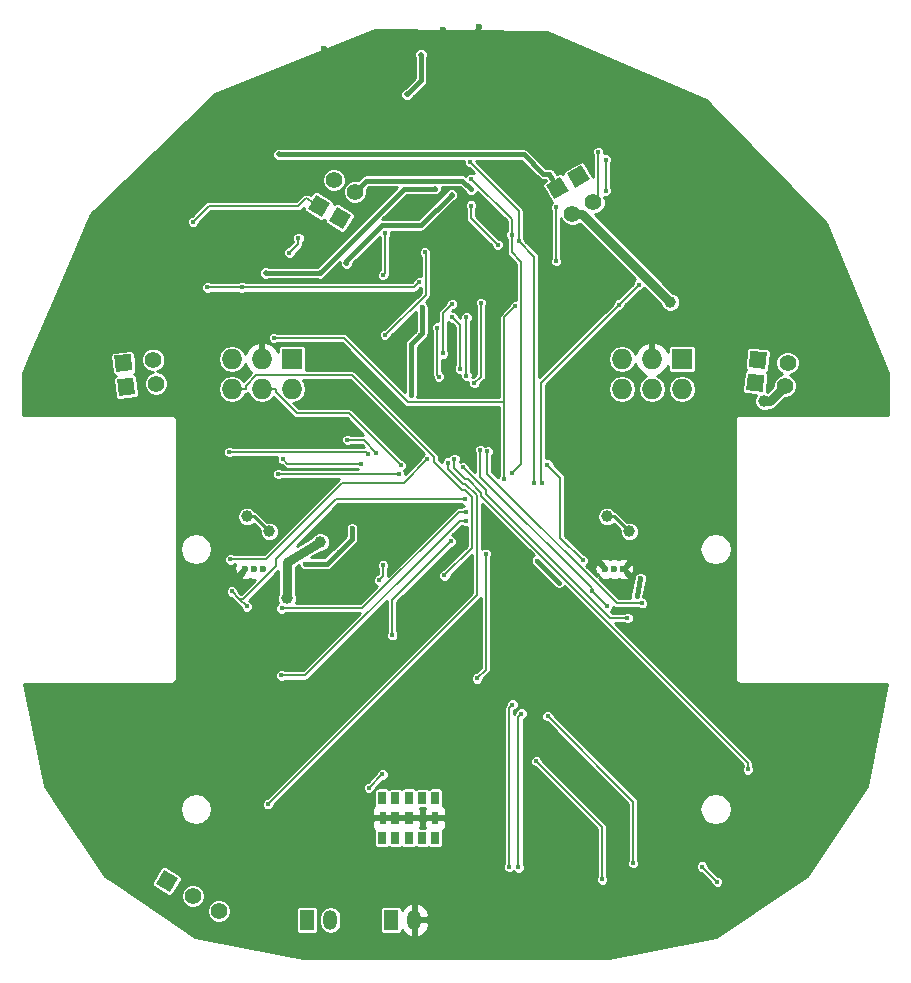
<source format=gbl>
G04 #@! TF.FileFunction,Copper,L2,Bot,Signal*
%FSLAX46Y46*%
G04 Gerber Fmt 4.6, Leading zero omitted, Abs format (unit mm)*
G04 Created by KiCad (PCBNEW 4.0.1-stable) date 2016/09/09 19:26:17*
%MOMM*%
G01*
G04 APERTURE LIST*
%ADD10C,0.100000*%
%ADD11C,1.400000*%
%ADD12R,1.727200X1.727200*%
%ADD13O,1.727200X1.727200*%
%ADD14C,1.397000*%
%ADD15C,0.600000*%
%ADD16R,1.200000X1.700000*%
%ADD17O,1.200000X1.700000*%
%ADD18R,0.800000X1.100000*%
%ADD19R,0.700000X1.100000*%
%ADD20R,0.700000X1.000000*%
%ADD21R,0.600000X1.100000*%
%ADD22C,0.400000*%
%ADD23C,1.000000*%
%ADD24C,0.500000*%
%ADD25C,0.440000*%
%ADD26C,0.200000*%
%ADD27C,0.800000*%
%ADD28C,0.290000*%
%ADD29C,0.190000*%
%ADD30C,0.400000*%
%ADD31C,0.254000*%
G04 APERTURE END LIST*
D10*
G36*
X173080665Y-91532995D02*
X173227005Y-90140665D01*
X174619335Y-90287005D01*
X174472995Y-91679335D01*
X173080665Y-91532995D01*
X173080665Y-91532995D01*
G37*
D11*
X176376086Y-91175502D03*
D10*
G36*
X138940218Y-77918218D02*
X137727782Y-77218218D01*
X138427782Y-76005782D01*
X139640218Y-76705782D01*
X138940218Y-77918218D01*
X138940218Y-77918218D01*
G37*
D11*
X139954000Y-74762295D03*
D10*
G36*
X119967005Y-92019335D02*
X119820665Y-90627005D01*
X121212995Y-90480665D01*
X121359335Y-91872995D01*
X119967005Y-92019335D01*
X119967005Y-92019335D01*
G37*
D11*
X123116086Y-90984498D03*
D10*
G36*
X156153782Y-74173782D02*
X157366218Y-73473782D01*
X158066218Y-74686218D01*
X156853782Y-75386218D01*
X156153782Y-74173782D01*
X156153782Y-74173782D01*
G37*
D11*
X158380000Y-76629705D03*
D10*
G36*
X137162218Y-76902218D02*
X135949782Y-76202218D01*
X136649782Y-74989782D01*
X137862218Y-75689782D01*
X137162218Y-76902218D01*
X137162218Y-76902218D01*
G37*
D11*
X138176000Y-73746295D03*
D10*
G36*
X119737005Y-89999335D02*
X119590665Y-88607005D01*
X120982995Y-88460665D01*
X121129335Y-89852995D01*
X119737005Y-89999335D01*
X119737005Y-89999335D01*
G37*
D11*
X122886086Y-88964498D03*
D10*
G36*
X173300665Y-89582995D02*
X173447005Y-88190665D01*
X174839335Y-88337005D01*
X174692995Y-89729335D01*
X173300665Y-89582995D01*
X173300665Y-89582995D01*
G37*
D11*
X176596086Y-89225502D03*
D10*
G36*
X157933782Y-73173782D02*
X159146218Y-72473782D01*
X159846218Y-73686218D01*
X158633782Y-74386218D01*
X157933782Y-73173782D01*
X157933782Y-73173782D01*
G37*
D11*
X160160000Y-75629705D03*
D12*
X134620000Y-88900000D03*
D13*
X134620000Y-91440000D03*
X132080000Y-88900000D03*
X132080000Y-91440000D03*
X129540000Y-88900000D03*
X129540000Y-91440000D03*
D12*
X167640000Y-88900000D03*
D13*
X167640000Y-91440000D03*
X165100000Y-88900000D03*
X165100000Y-91440000D03*
X162560000Y-88900000D03*
X162560000Y-91440000D03*
D10*
G36*
X123084126Y-133351669D02*
X123782626Y-132141831D01*
X124992464Y-132840331D01*
X124293964Y-134050169D01*
X123084126Y-133351669D01*
X123084126Y-133351669D01*
G37*
D14*
X126238000Y-134366000D03*
X128437705Y-135636000D03*
D15*
X131445000Y-106680000D03*
X132195000Y-106680000D03*
X130695000Y-106680000D03*
X161925000Y-106680000D03*
X162675000Y-106680000D03*
X161175000Y-106680000D03*
D16*
X135890000Y-136398000D03*
D17*
X137890000Y-136398000D03*
D16*
X143002000Y-136398000D03*
D17*
X145002000Y-136398000D03*
D18*
X144526000Y-127762000D03*
D19*
X146776000Y-129462000D03*
D20*
X145676000Y-129462000D03*
D18*
X144526000Y-129462000D03*
D20*
X143376000Y-129462000D03*
D19*
X142276000Y-129462000D03*
D21*
X142326000Y-127762000D03*
D19*
X142276000Y-126062000D03*
D20*
X143376000Y-126062000D03*
D18*
X144526000Y-126062000D03*
D20*
X145676000Y-126062000D03*
D19*
X146776000Y-126062000D03*
D21*
X146726000Y-127762000D03*
D19*
X143376000Y-127762000D03*
D22*
X145495300Y-86892500D03*
X157243100Y-107843600D03*
X155380600Y-105981100D03*
X145653400Y-84539500D03*
X144715800Y-91976200D03*
X164134800Y-107442000D03*
X163804600Y-108991400D03*
X138574800Y-105271600D03*
X135729700Y-106249100D03*
X139715200Y-103217700D03*
D15*
X171704000Y-90805000D03*
X171450000Y-88900000D03*
X172339000Y-86741000D03*
X169799000Y-84328000D03*
X157988000Y-79248000D03*
X159004000Y-81280000D03*
X157988000Y-82550000D03*
X160020000Y-85471000D03*
X145288000Y-104140000D03*
X146812000Y-101981000D03*
X139446000Y-101727000D03*
X151765000Y-102870000D03*
X151892000Y-104648000D03*
X169037000Y-115570000D03*
X165862000Y-112522000D03*
X148590000Y-114808000D03*
X144399000Y-110744000D03*
X143891000Y-113919000D03*
X162687000Y-98501200D03*
X162814000Y-95783400D03*
X165227000Y-94615000D03*
X164592000Y-96647000D03*
X126644400Y-87376000D03*
X124663200Y-85242400D03*
X125044200Y-81838800D03*
X123190000Y-83718400D03*
X122275600Y-85953600D03*
X117398800Y-83489800D03*
X116967000Y-85725000D03*
X115214400Y-84175600D03*
X117729000Y-78994000D03*
X118618000Y-81026000D03*
X116205000Y-81407000D03*
X132105400Y-95732600D03*
X132105400Y-93980000D03*
X129667000Y-94081600D03*
X160121600Y-89890600D03*
X157505400Y-90728800D03*
X125323600Y-129209800D03*
X123799600Y-130632200D03*
X122174000Y-129946400D03*
X168021000Y-102692200D03*
X167386000Y-100660200D03*
X165963600Y-103403400D03*
X169240200Y-106654600D03*
X180517800Y-87452200D03*
X181737000Y-84480400D03*
X179755800Y-85115400D03*
X181432200Y-82296000D03*
X168808400Y-108966000D03*
X171196000Y-110439200D03*
X170002200Y-111963200D03*
X171780200Y-119938800D03*
X168122600Y-120345200D03*
X166674800Y-119862600D03*
X166700200Y-122301000D03*
X164211000Y-119608600D03*
X163677600Y-122885200D03*
X145110200Y-116509800D03*
X145161000Y-118567200D03*
X147091400Y-117602000D03*
X147548600Y-119938800D03*
X149352000Y-120446800D03*
X152400000Y-112699800D03*
X153314400Y-110490000D03*
X154152600Y-113461800D03*
X155702000Y-110794800D03*
X156819600Y-113741200D03*
X157607000Y-116128800D03*
X160959800Y-119227600D03*
X161493200Y-116763800D03*
X157581600Y-122453400D03*
X163601400Y-116890800D03*
X159004000Y-94691200D03*
X157327600Y-96215200D03*
X163144200Y-86106000D03*
X161594800Y-86080600D03*
X174625000Y-84861400D03*
X173939200Y-82092800D03*
X171729400Y-82677000D03*
X171348400Y-80187800D03*
X164058600Y-78816200D03*
X173380400Y-76657200D03*
X174142400Y-73939400D03*
X171526200Y-74930000D03*
X173126400Y-71551800D03*
X169697400Y-73431400D03*
X168021000Y-75717400D03*
X166217600Y-75692000D03*
X164261800Y-75692000D03*
X155422600Y-74803000D03*
X153974800Y-74930000D03*
X154584400Y-73533000D03*
X167792400Y-69469000D03*
X164947600Y-71094600D03*
X165735000Y-68402200D03*
X163322000Y-69443600D03*
X162610800Y-67335400D03*
X161036000Y-69240400D03*
X156870400Y-72364600D03*
X147447000Y-61010800D03*
X148844000Y-62331600D03*
X150444200Y-60807600D03*
X152374600Y-62179200D03*
X143306800Y-62611000D03*
X141605000Y-61569600D03*
X140182600Y-62915800D03*
X137312400Y-62687200D03*
X148361400Y-69215000D03*
X149199600Y-67945000D03*
X148386800Y-66497200D03*
X152603200Y-67894200D03*
X153416000Y-68605400D03*
X152654000Y-70078600D03*
X150977600Y-72313800D03*
X152501600Y-72999600D03*
X147955000Y-79375000D03*
X146710400Y-79349600D03*
X145084800Y-79273400D03*
X144145000Y-79756000D03*
D22*
X143150600Y-78533000D03*
D15*
X144399000Y-75717400D03*
X143306800Y-76784200D03*
X139217400Y-70307200D03*
X140233400Y-68910200D03*
X138531600Y-68326000D03*
X138455400Y-72313800D03*
X140893800Y-76479400D03*
X141732000Y-75209400D03*
X141198600Y-72517000D03*
D22*
X143383000Y-72364600D03*
X141478000Y-86207600D03*
X143281400Y-88341200D03*
X140690600Y-87630000D03*
X143281400Y-90246200D03*
X141046200Y-90170000D03*
X142392400Y-92075000D03*
X140309600Y-92024200D03*
X140512800Y-93472000D03*
D15*
X125018800Y-70942200D03*
X122885200Y-73152000D03*
X123240800Y-75565000D03*
X125526800Y-73177400D03*
X127304800Y-71272400D03*
X130632200Y-73202800D03*
X129362200Y-74650600D03*
X133527800Y-74650600D03*
X133350000Y-76708000D03*
X131343400Y-76657200D03*
X115366800Y-91135200D03*
X114122200Y-88976200D03*
X112928400Y-90805000D03*
X113842800Y-92659200D03*
X124739400Y-92811600D03*
X126542800Y-90830400D03*
X126695200Y-89077800D03*
X161010600Y-97815400D03*
X160832800Y-100177600D03*
X159791400Y-103301800D03*
X137541000Y-111302800D03*
X138963400Y-109118400D03*
X137236200Y-108432600D03*
X126085600Y-102539800D03*
X128625600Y-102870000D03*
X127558800Y-100507800D03*
X140716000Y-112852200D03*
X138684000Y-114960400D03*
X141020800Y-115951000D03*
X143408400Y-122301000D03*
X142189200Y-120396000D03*
X139141200Y-117576600D03*
X128219200Y-123875800D03*
X130733800Y-121005600D03*
X132511800Y-119380000D03*
X130352800Y-114909600D03*
X132486400Y-113385600D03*
X130835400Y-112064800D03*
X178866800Y-127914400D03*
X180416200Y-127000000D03*
X179197000Y-125730000D03*
X167970200Y-134391400D03*
X167868600Y-136652000D03*
X165963600Y-135255000D03*
X166065200Y-133096000D03*
X157962600Y-132892800D03*
X155346400Y-132867400D03*
X148463000Y-138226800D03*
X148539200Y-136347200D03*
X149936200Y-131851400D03*
X147650200Y-132994400D03*
X147878800Y-131013200D03*
X145745200Y-131826000D03*
X130733800Y-132334000D03*
X132638800Y-130962400D03*
X134162800Y-132461000D03*
X135991600Y-130810000D03*
X137718800Y-132511800D03*
X139547600Y-130911600D03*
X121208800Y-123164600D03*
X122453400Y-121716800D03*
X121005600Y-121564400D03*
X119811800Y-122783600D03*
X124510800Y-121488200D03*
X123901200Y-119888000D03*
X125247400Y-119659400D03*
X127939800Y-116611400D03*
X126720600Y-117500400D03*
X126644400Y-116306600D03*
X127660400Y-115417600D03*
D22*
X146216700Y-91015100D03*
X148250400Y-87145600D03*
X164640700Y-83285400D03*
D23*
X137033000Y-104394000D03*
X134218100Y-109179600D03*
X166669800Y-84077500D03*
X174595800Y-92462700D03*
D22*
X133738800Y-115699000D03*
X149347400Y-102612500D03*
X143122500Y-112292100D03*
X148089600Y-104353900D03*
X143855500Y-97894600D03*
X126252400Y-77286200D03*
X156996600Y-76075000D03*
X156996600Y-80624200D03*
X148383800Y-97358100D03*
X173228100Y-123646100D03*
X152056500Y-79228400D03*
X149792500Y-75915900D03*
X162307900Y-84303600D03*
X155791500Y-99422100D03*
X163992100Y-82605400D03*
X145418100Y-82399600D03*
X130399900Y-82846100D03*
X127446300Y-82846100D03*
X153540300Y-84424400D03*
X152611700Y-99078200D03*
X133102100Y-87123200D03*
X153834800Y-78947400D03*
X155120500Y-99433000D03*
X149685300Y-72200400D03*
X161181800Y-74646800D03*
X161194900Y-72014100D03*
X160547200Y-71366400D03*
X153293000Y-98586500D03*
X153228800Y-78388100D03*
X149831700Y-73640800D03*
X146104300Y-97375100D03*
X129423600Y-105870200D03*
X141044600Y-96954500D03*
X129333300Y-96778000D03*
X149105200Y-98075500D03*
X163037800Y-110831100D03*
X151182500Y-96732700D03*
X164285900Y-109583000D03*
D23*
X132715000Y-103505000D03*
X130810000Y-102235000D03*
D22*
X143712600Y-98639100D03*
X133469300Y-98639100D03*
X147536800Y-107226900D03*
D23*
X161290000Y-102235000D03*
X163195000Y-103505000D03*
D22*
X163523900Y-131592400D03*
X156274300Y-119135600D03*
X160894300Y-132965800D03*
X155306000Y-122956900D03*
X141998300Y-107633100D03*
X142340600Y-106370700D03*
X153811200Y-131938900D03*
X154065100Y-118922900D03*
X153042300Y-131916200D03*
X153302200Y-118155900D03*
X151040000Y-105390400D03*
X150299000Y-115943300D03*
X170636800Y-133179000D03*
X169347600Y-131889800D03*
X134412600Y-79899600D03*
X135178100Y-78658900D03*
X142282700Y-124073400D03*
X141146300Y-125209800D03*
X147833000Y-97672300D03*
X132600000Y-126602700D03*
X141778800Y-96822300D03*
X139321600Y-95753500D03*
X142494000Y-86868000D03*
X145882700Y-79858500D03*
X142327200Y-81808500D03*
X142530300Y-78258400D03*
X140484500Y-97751200D03*
X133853500Y-97373800D03*
X148836600Y-89746200D03*
X148221600Y-85372400D03*
X146933700Y-86241800D03*
X147072000Y-90394400D03*
X150632200Y-84146100D03*
X150068200Y-90953500D03*
X149397600Y-85361000D03*
X149397600Y-90307200D03*
X148194000Y-84244500D03*
X147429000Y-88425600D03*
X133753300Y-110012200D03*
X149347400Y-101827500D03*
X130810000Y-109855000D03*
X129540000Y-108585000D03*
X149323100Y-100781400D03*
X159263000Y-105949500D03*
X156249800Y-97845400D03*
X160020000Y-108585000D03*
X161290000Y-109855000D03*
X150581800Y-96591500D03*
D24*
X149782700Y-74513500D03*
X133494200Y-71580100D03*
X148149700Y-74994300D03*
X139238800Y-80773500D03*
X136967000Y-81642800D03*
X146778900Y-74474800D03*
X144374500Y-66503600D03*
X145573300Y-63123800D03*
X132415300Y-81642800D03*
D25*
X157243100Y-107843600D02*
X155380600Y-105981100D01*
X145653400Y-86734400D02*
X145495300Y-86892500D01*
X145653400Y-84539500D02*
X145653400Y-86734400D01*
X144715800Y-87672000D02*
X144715800Y-91976200D01*
X145495300Y-86892500D02*
X144715800Y-87672000D01*
X164134800Y-107442000D02*
X163804600Y-108991400D01*
X137597300Y-106249100D02*
X138574800Y-105271600D01*
X135729700Y-106249100D02*
X137597300Y-106249100D01*
X139715200Y-104131200D02*
X139715200Y-103217700D01*
X138574800Y-105271600D02*
X139715200Y-104131200D01*
D26*
X174625000Y-84861400D02*
X170332400Y-84861400D01*
X171450000Y-87630000D02*
X171450000Y-88900000D01*
X172339000Y-86741000D02*
X171450000Y-87630000D01*
X170332400Y-84861400D02*
X169799000Y-84328000D01*
X157988000Y-80264000D02*
X157988000Y-79248000D01*
X159004000Y-81280000D02*
X157988000Y-80264000D01*
X157988000Y-83439000D02*
X157988000Y-82550000D01*
X160020000Y-85471000D02*
X157988000Y-83439000D01*
X146812000Y-101981000D02*
X146812000Y-102616000D01*
X146812000Y-102616000D02*
X145288000Y-104140000D01*
X139700000Y-101981000D02*
X146812000Y-101981000D01*
X139446000Y-101727000D02*
X139700000Y-101981000D01*
X151765000Y-104521000D02*
X151765000Y-102870000D01*
X151892000Y-104648000D02*
X151765000Y-104521000D01*
X170002200Y-111963200D02*
X166420800Y-111963200D01*
X166420800Y-111963200D02*
X165862000Y-112522000D01*
X144399000Y-113411000D02*
X144399000Y-110744000D01*
X143891000Y-113919000D02*
X144399000Y-113411000D01*
X162814000Y-95783400D02*
X163728400Y-95783400D01*
X161010600Y-97815400D02*
X161696400Y-98501200D01*
X161696400Y-98501200D02*
X162687000Y-98501200D01*
X163728400Y-95783400D02*
X164592000Y-96647000D01*
X126644400Y-87376000D02*
X124663200Y-85394800D01*
X124663200Y-85394800D02*
X124663200Y-85242400D01*
X125044200Y-81838800D02*
X123190000Y-83693000D01*
X123190000Y-83693000D02*
X123190000Y-83718400D01*
X122275600Y-85953600D02*
X119811800Y-83489800D01*
X119811800Y-83489800D02*
X117398800Y-83489800D01*
X116967000Y-85725000D02*
X115417600Y-84175600D01*
X115417600Y-84175600D02*
X115214400Y-84175600D01*
X117475000Y-78867000D02*
X117602000Y-78994000D01*
X117475000Y-78740000D02*
X117475000Y-78867000D01*
X117729000Y-78994000D02*
X117475000Y-78740000D01*
X116586000Y-81026000D02*
X118618000Y-81026000D01*
X116205000Y-81407000D02*
X116586000Y-81026000D01*
X129768600Y-93980000D02*
X132105400Y-93980000D01*
X129667000Y-94081600D02*
X129768600Y-93980000D01*
X161594800Y-86080600D02*
X161594800Y-86639400D01*
X161594800Y-86639400D02*
X157505400Y-90728800D01*
X125298200Y-129235200D02*
X125272800Y-129235200D01*
X125323600Y-129209800D02*
X125298200Y-129235200D01*
X122859800Y-130632200D02*
X123799600Y-130632200D01*
X122174000Y-129946400D02*
X122859800Y-130632200D01*
X168021000Y-101295200D02*
X168021000Y-102692200D01*
X167386000Y-100660200D02*
X168021000Y-101295200D01*
X165989000Y-103403400D02*
X165963600Y-103403400D01*
X169240200Y-106654600D02*
X165989000Y-103403400D01*
X173939200Y-82092800D02*
X181406800Y-82092800D01*
X180390800Y-84480400D02*
X181737000Y-84480400D01*
X179755800Y-85115400D02*
X180390800Y-84480400D01*
X181432200Y-82118200D02*
X181432200Y-82296000D01*
X181406800Y-82092800D02*
X181432200Y-82118200D01*
X166700200Y-122301000D02*
X164261800Y-122301000D01*
X168808400Y-108966000D02*
X170281600Y-110439200D01*
X170281600Y-110439200D02*
X171196000Y-110439200D01*
X170002200Y-111963200D02*
X171780200Y-113741200D01*
X171780200Y-113741200D02*
X171780200Y-119938800D01*
X168122600Y-120345200D02*
X167640000Y-119862600D01*
X167640000Y-119862600D02*
X166674800Y-119862600D01*
X164261800Y-122301000D02*
X163677600Y-122885200D01*
X161493200Y-116763800D02*
X163474400Y-116763800D01*
X145110200Y-116509800D02*
X145161000Y-116560600D01*
X145161000Y-116560600D02*
X145161000Y-118567200D01*
X147091400Y-117602000D02*
X147548600Y-118059200D01*
X147548600Y-118059200D02*
X147548600Y-119938800D01*
X149352000Y-120446800D02*
X152400000Y-117398800D01*
X152400000Y-117398800D02*
X152400000Y-112699800D01*
X153314400Y-110490000D02*
X154152600Y-111328200D01*
X154152600Y-111328200D02*
X154152600Y-113461800D01*
X155702000Y-110794800D02*
X156819600Y-111912400D01*
X156819600Y-111912400D02*
X156819600Y-113741200D01*
X157607000Y-116128800D02*
X160705800Y-119227600D01*
X160705800Y-119227600D02*
X160959800Y-119227600D01*
X157607000Y-122428000D02*
X157784800Y-122428000D01*
X157581600Y-122453400D02*
X157607000Y-122428000D01*
X163474400Y-116763800D02*
X163601400Y-116890800D01*
X161010600Y-97815400D02*
X158927800Y-97815400D01*
X158927800Y-97815400D02*
X157327600Y-96215200D01*
X161620200Y-86106000D02*
X163144200Y-86106000D01*
X161594800Y-86080600D02*
X161620200Y-86106000D01*
X174675800Y-84912200D02*
X174701200Y-84912200D01*
X174625000Y-84861400D02*
X174675800Y-84912200D01*
X172313600Y-82092800D02*
X173939200Y-82092800D01*
X171729400Y-82677000D02*
X172313600Y-82092800D01*
X165430200Y-80187800D02*
X171348400Y-80187800D01*
X164058600Y-78816200D02*
X165430200Y-80187800D01*
X173380400Y-74701400D02*
X173380400Y-76657200D01*
X174142400Y-73939400D02*
X173380400Y-74701400D01*
X171526200Y-73152000D02*
X171526200Y-74930000D01*
X173126400Y-71551800D02*
X171526200Y-73152000D01*
X169697400Y-74041000D02*
X169697400Y-73431400D01*
X168021000Y-75717400D02*
X169697400Y-74041000D01*
X164261800Y-75692000D02*
X166217600Y-75692000D01*
X153974800Y-74142600D02*
X153974800Y-74930000D01*
X154584400Y-73533000D02*
X153974800Y-74142600D01*
X167868600Y-69392800D02*
X167894000Y-69392800D01*
X167792400Y-69469000D02*
X167868600Y-69392800D01*
X164947600Y-69189600D02*
X164947600Y-71094600D01*
X165735000Y-68402200D02*
X164947600Y-69189600D01*
X163322000Y-68046600D02*
X163322000Y-69443600D01*
X162610800Y-67335400D02*
X163322000Y-68046600D01*
X159994600Y-69240400D02*
X161036000Y-69240400D01*
X156870400Y-72364600D02*
X159994600Y-69240400D01*
X148386800Y-66497200D02*
X148386800Y-66167000D01*
X148920200Y-62331600D02*
X148844000Y-62331600D01*
X150444200Y-60807600D02*
X148920200Y-62331600D01*
X148386800Y-66167000D02*
X152374600Y-62179200D01*
X138531600Y-68326000D02*
X138531600Y-63906400D01*
X141528800Y-61569600D02*
X141605000Y-61569600D01*
X140182600Y-62915800D02*
X141528800Y-61569600D01*
X138531600Y-63906400D02*
X137312400Y-62687200D01*
X148361400Y-68783200D02*
X148361400Y-69215000D01*
X149199600Y-67945000D02*
X148361400Y-68783200D01*
X151206200Y-66497200D02*
X148386800Y-66497200D01*
X152603200Y-67894200D02*
X151206200Y-66497200D01*
X153416000Y-69316600D02*
X153416000Y-68605400D01*
X152654000Y-70078600D02*
X153416000Y-69316600D01*
X151815800Y-72313800D02*
X150977600Y-72313800D01*
X152501600Y-72999600D02*
X151815800Y-72313800D01*
X145161000Y-79349600D02*
X146710400Y-79349600D01*
X145084800Y-79273400D02*
X145161000Y-79349600D01*
X143891000Y-79502000D02*
X144145000Y-79756000D01*
X143891000Y-79273400D02*
X143891000Y-79502000D01*
X143150600Y-78533000D02*
X143891000Y-79273400D01*
X144373600Y-75717400D02*
X144399000Y-75717400D01*
X143306800Y-76784200D02*
X144373600Y-75717400D01*
X141198600Y-72517000D02*
X138658600Y-72517000D01*
X139217400Y-70307200D02*
X139217400Y-70408800D01*
X139115800Y-68910200D02*
X140233400Y-68910200D01*
X138531600Y-68326000D02*
X139115800Y-68910200D01*
X138658600Y-72517000D02*
X138455400Y-72313800D01*
X140893800Y-76047600D02*
X140893800Y-76479400D01*
X141732000Y-75209400D02*
X140893800Y-76047600D01*
X143230600Y-72517000D02*
X141198600Y-72517000D01*
X143383000Y-72364600D02*
X143230600Y-72517000D01*
X143281400Y-88341200D02*
X142570200Y-87630000D01*
X142570200Y-87630000D02*
X140690600Y-87630000D01*
X141046200Y-90728800D02*
X141046200Y-90170000D01*
X142392400Y-92075000D02*
X141046200Y-90728800D01*
X140309600Y-93268800D02*
X140309600Y-92024200D01*
X140512800Y-93472000D02*
X140309600Y-93268800D01*
X125018800Y-71018400D02*
X125018800Y-70942200D01*
X122885200Y-73152000D02*
X125018800Y-71018400D01*
X123240800Y-75463400D02*
X123240800Y-75565000D01*
X125526800Y-73177400D02*
X123240800Y-75463400D01*
X128701800Y-71272400D02*
X127304800Y-71272400D01*
X130632200Y-73202800D02*
X128701800Y-71272400D01*
X133527800Y-74650600D02*
X129362200Y-74650600D01*
X131394200Y-76708000D02*
X133350000Y-76708000D01*
X131343400Y-76657200D02*
X131394200Y-76708000D01*
X114122200Y-89611200D02*
X114122200Y-88976200D01*
X112928400Y-90805000D02*
X114122200Y-89611200D01*
X124587000Y-92659200D02*
X113842800Y-92659200D01*
X124739400Y-92811600D02*
X124587000Y-92659200D01*
X126542800Y-89230200D02*
X126542800Y-90830400D01*
X126695200Y-89077800D02*
X126542800Y-89230200D01*
X160248600Y-100761800D02*
X160832800Y-100177600D01*
X160248600Y-102844600D02*
X160248600Y-100761800D01*
X159791400Y-103301800D02*
X160248600Y-102844600D01*
X137922000Y-109118400D02*
X138963400Y-109118400D01*
X137236200Y-108432600D02*
X137922000Y-109118400D01*
X128625600Y-101574600D02*
X128625600Y-102870000D01*
X127558800Y-100507800D02*
X128625600Y-101574600D01*
X141020800Y-115951000D02*
X140766800Y-115951000D01*
X140716000Y-112852200D02*
X138684000Y-114884200D01*
X138684000Y-114884200D02*
X138684000Y-114960400D01*
X143408400Y-121615200D02*
X143408400Y-122301000D01*
X142189200Y-120396000D02*
X143408400Y-121615200D01*
X140766800Y-115951000D02*
X139141200Y-117576600D01*
X128219200Y-123520200D02*
X128219200Y-123875800D01*
X130733800Y-121005600D02*
X128219200Y-123520200D01*
X132511800Y-117068600D02*
X132511800Y-119380000D01*
X130352800Y-114909600D02*
X132511800Y-117068600D01*
X132156200Y-113385600D02*
X132486400Y-113385600D01*
X130835400Y-112064800D02*
X132156200Y-113385600D01*
X180416200Y-126949200D02*
X180416200Y-127000000D01*
X179197000Y-125730000D02*
X180416200Y-126949200D01*
X167970200Y-136550400D02*
X167970200Y-134391400D01*
X167868600Y-136652000D02*
X167970200Y-136550400D01*
X165963600Y-133197600D02*
X165963600Y-135255000D01*
X166065200Y-133096000D02*
X165963600Y-133197600D01*
X155371800Y-132892800D02*
X157962600Y-132892800D01*
X155346400Y-132867400D02*
X155371800Y-132892800D01*
X148463000Y-136423400D02*
X148463000Y-138226800D01*
X148539200Y-136347200D02*
X148463000Y-136423400D01*
X148793200Y-131851400D02*
X149936200Y-131851400D01*
X147650200Y-132994400D02*
X148793200Y-131851400D01*
X146558000Y-131013200D02*
X147878800Y-131013200D01*
X145745200Y-131826000D02*
X146558000Y-131013200D01*
X130733800Y-132232400D02*
X130733800Y-132334000D01*
X131368800Y-132232400D02*
X130733800Y-132232400D01*
X130733800Y-132232400D02*
X130708400Y-132232400D01*
X132638800Y-130962400D02*
X131368800Y-132232400D01*
X134340600Y-132461000D02*
X134162800Y-132461000D01*
X135991600Y-130810000D02*
X134340600Y-132461000D01*
X137947400Y-132511800D02*
X137718800Y-132511800D01*
X139547600Y-130911600D02*
X137947400Y-132511800D01*
X121539000Y-122631200D02*
X121208800Y-123164600D01*
X122453400Y-121716800D02*
X121539000Y-122631200D01*
X121005600Y-121589800D02*
X121005600Y-121564400D01*
X119811800Y-122783600D02*
X121005600Y-121589800D01*
X125018800Y-119888000D02*
X123901200Y-119888000D01*
X125247400Y-119659400D02*
X125018800Y-119888000D01*
X127609600Y-116611400D02*
X127939800Y-116611400D01*
X126720600Y-117500400D02*
X127609600Y-116611400D01*
X126771400Y-116306600D02*
X126644400Y-116306600D01*
X127660400Y-115417600D02*
X126771400Y-116306600D01*
D25*
X148049400Y-87346600D02*
X148250400Y-87145600D01*
X148049400Y-90301600D02*
X148049400Y-87346600D01*
X147335900Y-91015100D02*
X148049400Y-90301600D01*
X146216700Y-91015100D02*
X147335900Y-91015100D01*
X165100000Y-88900000D02*
X165100000Y-87616100D01*
X164640700Y-87156800D02*
X164640700Y-83285400D01*
X165100000Y-87616100D02*
X164640700Y-87156800D01*
D27*
X134218100Y-109179600D02*
X134218100Y-106091900D01*
X134218100Y-106091900D02*
X137033000Y-104394000D01*
X159222000Y-76629700D02*
X166669800Y-84077500D01*
X158380000Y-76629700D02*
X159222000Y-76629700D01*
X175088900Y-92462700D02*
X174595800Y-92462700D01*
X176376100Y-91175500D02*
X175088900Y-92462700D01*
D26*
X148845400Y-102612500D02*
X149347400Y-102612500D01*
X135758900Y-115699000D02*
X148845400Y-102612500D01*
X133738800Y-115699000D02*
X135758900Y-115699000D01*
X133243900Y-91711300D02*
X133243900Y-91440000D01*
X135033900Y-93501300D02*
X133243900Y-91711300D01*
X139462200Y-93501300D02*
X135033900Y-93501300D01*
X143855500Y-97894600D02*
X139462200Y-93501300D01*
X132080000Y-91440000D02*
X133243900Y-91440000D01*
X143122500Y-109321000D02*
X148089600Y-104353900D01*
X143122500Y-112292100D02*
X143122500Y-109321000D01*
X127592600Y-75946000D02*
X126252400Y-77286200D01*
X135173400Y-75946000D02*
X127592600Y-75946000D01*
X135807600Y-75311800D02*
X135173400Y-75946000D01*
X136906000Y-75946000D02*
X135807600Y-75311800D01*
X156996600Y-76075000D02*
X156996600Y-80624200D01*
X148383800Y-98105800D02*
X148383800Y-97358100D01*
X149323800Y-99045800D02*
X148383800Y-98105800D01*
X149517200Y-99045800D02*
X149323800Y-99045800D01*
X150678700Y-100207300D02*
X149517200Y-99045800D01*
X150678700Y-100519400D02*
X150678700Y-100207300D01*
X173228100Y-123068800D02*
X150678700Y-100519400D01*
X173228100Y-123646100D02*
X173228100Y-123068800D01*
X149792500Y-76964400D02*
X149792500Y-75915900D01*
X152056500Y-79228400D02*
X149792500Y-76964400D01*
X155715700Y-90895800D02*
X162307900Y-84303600D01*
X155715700Y-99346300D02*
X155715700Y-90895800D01*
X155791500Y-99422100D02*
X155715700Y-99346300D01*
X162307900Y-84289600D02*
X163992100Y-82605400D01*
X162307900Y-84303600D02*
X162307900Y-84289600D01*
X144971600Y-82846100D02*
X130399900Y-82846100D01*
X145418100Y-82399600D02*
X144971600Y-82846100D01*
X130399900Y-82846100D02*
X127446300Y-82846100D01*
X144443000Y-92542500D02*
X152611700Y-92542500D01*
X139023700Y-87123200D02*
X144443000Y-92542500D01*
X133102100Y-87123200D02*
X139023700Y-87123200D01*
X152611700Y-85353000D02*
X152611700Y-92542500D01*
X153540300Y-84424400D02*
X152611700Y-85353000D01*
X152611700Y-99078200D02*
X152611700Y-92542500D01*
X155120500Y-80233100D02*
X153834800Y-78947400D01*
X155120500Y-99433000D02*
X155120500Y-80233100D01*
X153834800Y-76349900D02*
X153834800Y-78947400D01*
X149685300Y-72200400D02*
X153834800Y-76349900D01*
X161194900Y-74633700D02*
X161181800Y-74646800D01*
X161194900Y-72014100D02*
X161194900Y-74633700D01*
X160547200Y-75242500D02*
X160160000Y-75629700D01*
X160547200Y-71366400D02*
X160547200Y-75242500D01*
X153228800Y-79866800D02*
X153228800Y-78388100D01*
X154061100Y-80699100D02*
X153228800Y-79866800D01*
X154061100Y-97818400D02*
X154061100Y-80699100D01*
X153293000Y-98586500D02*
X154061100Y-97818400D01*
X153228800Y-77037900D02*
X149831700Y-73640800D01*
X153228800Y-78388100D02*
X153228800Y-77037900D01*
X144104600Y-99374800D02*
X146104300Y-97375100D01*
X138905400Y-99374800D02*
X144104600Y-99374800D01*
X132410000Y-105870200D02*
X138905400Y-99374800D01*
X129423600Y-105870200D02*
X132410000Y-105870200D01*
X140868100Y-96778000D02*
X129333300Y-96778000D01*
X141044600Y-96954500D02*
X140868100Y-96778000D01*
X149135700Y-98075500D02*
X149105200Y-98075500D01*
X151079000Y-100018800D02*
X149135700Y-98075500D01*
X151079000Y-100353200D02*
X151079000Y-100018800D01*
X161556900Y-110831100D02*
X151079000Y-100353200D01*
X163037800Y-110831100D02*
X161556900Y-110831100D01*
X162144900Y-109583000D02*
X164285900Y-109583000D01*
X151182600Y-98620700D02*
X162144900Y-109583000D01*
X151182600Y-96732700D02*
X151182600Y-98620700D01*
X151182500Y-96732700D02*
X151182600Y-96732700D01*
D28*
X131445000Y-102235000D02*
X130810000Y-102235000D01*
X132715000Y-103505000D02*
X131445000Y-102235000D01*
D26*
X143712600Y-98639100D02*
X133469300Y-98639100D01*
X129540000Y-91440000D02*
X130703900Y-91440000D01*
X130703900Y-91168700D02*
X130703900Y-91440000D01*
X131596600Y-90276000D02*
X130703900Y-91168700D01*
X139729900Y-90276000D02*
X131596600Y-90276000D01*
X146670100Y-97216200D02*
X139729900Y-90276000D01*
X146670100Y-97593600D02*
X146670100Y-97216200D01*
X149064500Y-99988000D02*
X146670100Y-97593600D01*
X149289800Y-99988000D02*
X149064500Y-99988000D01*
X149878100Y-100576300D02*
X149289800Y-99988000D01*
X149878100Y-104885600D02*
X149878100Y-100576300D01*
X147536800Y-107226900D02*
X149878100Y-104885600D01*
D28*
X161925000Y-102235000D02*
X161290000Y-102235000D01*
X163195000Y-103505000D02*
X161925000Y-102235000D01*
D26*
X163523900Y-126385200D02*
X156274300Y-119135600D01*
X163523900Y-131592400D02*
X163523900Y-126385200D01*
X160894300Y-128545200D02*
X160894300Y-132965800D01*
X155306000Y-122956900D02*
X160894300Y-128545200D01*
X142340600Y-107290800D02*
X141998300Y-107633100D01*
X142340600Y-106370700D02*
X142340600Y-107290800D01*
X153811200Y-119176800D02*
X154065100Y-118922900D01*
X153811200Y-131938900D02*
X153811200Y-119176800D01*
X153042300Y-118415800D02*
X153302200Y-118155900D01*
X153042300Y-131916200D02*
X153042300Y-118415800D01*
X151040000Y-115202300D02*
X150299000Y-115943300D01*
X151040000Y-105390400D02*
X151040000Y-115202300D01*
X170636800Y-133179000D02*
X169347600Y-131889800D01*
X135178100Y-79134100D02*
X135178100Y-78658900D01*
X134412600Y-79899600D02*
X135178100Y-79134100D01*
X142282700Y-124073400D02*
X141146300Y-125209800D01*
X147833000Y-98177400D02*
X147833000Y-97672300D01*
X149101700Y-99446100D02*
X147833000Y-98177400D01*
X149314000Y-99446100D02*
X149101700Y-99446100D01*
X150278400Y-100410500D02*
X149314000Y-99446100D01*
X150278400Y-108924300D02*
X150278400Y-100410500D01*
X132600000Y-126602700D02*
X150278400Y-108924300D01*
X140710000Y-95753500D02*
X139321600Y-95753500D01*
X141778800Y-96822300D02*
X140710000Y-95753500D01*
X145945600Y-79921400D02*
X145882700Y-79858500D01*
X145945600Y-83493900D02*
X145945600Y-79921400D01*
X142494000Y-86868000D02*
X145945600Y-83493900D01*
X142530300Y-81605400D02*
X142530300Y-78258400D01*
X142327200Y-81808500D02*
X142530300Y-81605400D01*
X134230900Y-97751200D02*
X140484500Y-97751200D01*
X133853500Y-97373800D02*
X134230900Y-97751200D01*
D29*
X148836600Y-85987400D02*
X148221600Y-85372400D01*
X148836600Y-89746200D02*
X148836600Y-85987400D01*
X146933700Y-90256100D02*
X147072000Y-90394400D01*
X146933700Y-86241800D02*
X146933700Y-90256100D01*
X150632200Y-90389500D02*
X150632200Y-84146100D01*
X150068200Y-90953500D02*
X150632200Y-90389500D01*
X149397600Y-85361000D02*
X149397600Y-90307200D01*
X147429000Y-85009500D02*
X148194000Y-84244500D01*
X147429000Y-88425600D02*
X147429000Y-85009500D01*
D26*
X140596700Y-110012200D02*
X133753300Y-110012200D01*
X148781400Y-101827500D02*
X140596700Y-110012200D01*
X149347400Y-101827500D02*
X148781400Y-101827500D01*
X130810000Y-109855000D02*
X130175000Y-109220000D01*
X130175000Y-109220000D02*
X129540000Y-108585000D01*
X138394400Y-100781400D02*
X149323100Y-100781400D01*
X133308100Y-105867700D02*
X138394400Y-100781400D01*
X133308100Y-106416500D02*
X133308100Y-105867700D01*
X130504600Y-109220000D02*
X133308100Y-106416500D01*
X130175000Y-109220000D02*
X130504600Y-109220000D01*
X157362200Y-98957800D02*
X156249800Y-97845400D01*
X157362200Y-104048700D02*
X157362200Y-98957800D01*
X159263000Y-105949500D02*
X157362200Y-104048700D01*
X161290000Y-109855000D02*
X160020000Y-108585000D01*
X150581800Y-98874100D02*
X150581800Y-96591500D01*
X160020000Y-108312300D02*
X150581800Y-98874100D01*
X160020000Y-108585000D02*
X160020000Y-108312300D01*
D30*
X149061000Y-73791800D02*
X149782700Y-74513500D01*
X140924500Y-73791800D02*
X149061000Y-73791800D01*
X139954000Y-74762300D02*
X140924500Y-73791800D01*
X157110000Y-74430000D02*
X156412500Y-73221800D01*
X154260100Y-71580100D02*
X133494200Y-71580100D01*
X155901900Y-73221900D02*
X154260100Y-71580100D01*
X156412400Y-73221900D02*
X155901900Y-73221900D01*
X156412500Y-73221800D02*
X156412400Y-73221900D01*
X139238800Y-80635200D02*
X139238800Y-80773500D01*
X142280700Y-77593300D02*
X139238800Y-80635200D01*
X145550700Y-77593300D02*
X142280700Y-77593300D01*
X148149700Y-74994300D02*
X145550700Y-77593300D01*
X145573300Y-65304800D02*
X145573300Y-63123800D01*
X144374500Y-66503600D02*
X145573300Y-65304800D01*
X136967000Y-81642800D02*
X132415300Y-81642800D01*
X144135000Y-74474800D02*
X146778900Y-74474800D01*
X136967000Y-81642800D02*
X144135000Y-74474800D01*
D31*
G36*
X156238314Y-61196352D02*
X169664719Y-66945085D01*
X179870775Y-77395945D01*
X185124100Y-90078590D01*
X185124100Y-93626600D01*
X172501100Y-93626600D01*
X172356828Y-93655297D01*
X172234521Y-93737021D01*
X172152797Y-93859328D01*
X172124100Y-94003600D01*
X172124100Y-116003600D01*
X172152797Y-116147872D01*
X172234521Y-116270179D01*
X172356828Y-116351903D01*
X172501100Y-116380600D01*
X185041724Y-116380600D01*
X183319083Y-125040904D01*
X178199861Y-132702361D01*
X170538404Y-137821583D01*
X161463969Y-139626600D01*
X135538231Y-139626600D01*
X126463796Y-137821583D01*
X123496787Y-135839090D01*
X127412027Y-135839090D01*
X127567821Y-136216140D01*
X127856047Y-136504870D01*
X128232825Y-136661322D01*
X128640795Y-136661678D01*
X129017845Y-136505884D01*
X129306575Y-136217658D01*
X129463027Y-135840880D01*
X129463282Y-135548000D01*
X134956594Y-135548000D01*
X134956594Y-137248000D01*
X134979395Y-137369179D01*
X135051012Y-137480474D01*
X135160286Y-137555138D01*
X135290000Y-137581406D01*
X136490000Y-137581406D01*
X136611179Y-137558605D01*
X136722474Y-137486988D01*
X136797138Y-137377714D01*
X136823406Y-137248000D01*
X136823406Y-136124941D01*
X136963000Y-136124941D01*
X136963000Y-136671059D01*
X137033564Y-137025807D01*
X137234512Y-137326547D01*
X137535252Y-137527495D01*
X137890000Y-137598059D01*
X138244748Y-137527495D01*
X138545488Y-137326547D01*
X138746436Y-137025807D01*
X138817000Y-136671059D01*
X138817000Y-136124941D01*
X138746436Y-135770193D01*
X138597972Y-135548000D01*
X142068594Y-135548000D01*
X142068594Y-137248000D01*
X142091395Y-137369179D01*
X142163012Y-137480474D01*
X142272286Y-137555138D01*
X142402000Y-137581406D01*
X143602000Y-137581406D01*
X143723179Y-137558605D01*
X143834474Y-137486988D01*
X143909138Y-137377714D01*
X143932556Y-137262071D01*
X144172875Y-137579933D01*
X144592624Y-137826286D01*
X144684391Y-137841462D01*
X144875000Y-137716731D01*
X144875000Y-136525000D01*
X145129000Y-136525000D01*
X145129000Y-137716731D01*
X145319609Y-137841462D01*
X145411376Y-137826286D01*
X145831125Y-137579933D01*
X146124647Y-137191701D01*
X146247256Y-136720696D01*
X146084547Y-136525000D01*
X145129000Y-136525000D01*
X144875000Y-136525000D01*
X144855000Y-136525000D01*
X144855000Y-136271000D01*
X144875000Y-136271000D01*
X144875000Y-135079269D01*
X145129000Y-135079269D01*
X145129000Y-136271000D01*
X146084547Y-136271000D01*
X146247256Y-136075304D01*
X146124647Y-135604299D01*
X145831125Y-135216067D01*
X145411376Y-134969714D01*
X145319609Y-134954538D01*
X145129000Y-135079269D01*
X144875000Y-135079269D01*
X144684391Y-134954538D01*
X144592624Y-134969714D01*
X144172875Y-135216067D01*
X143932718Y-135533715D01*
X143912605Y-135426821D01*
X143840988Y-135315526D01*
X143731714Y-135240862D01*
X143602000Y-135214594D01*
X142402000Y-135214594D01*
X142280821Y-135237395D01*
X142169526Y-135309012D01*
X142094862Y-135418286D01*
X142068594Y-135548000D01*
X138597972Y-135548000D01*
X138545488Y-135469453D01*
X138244748Y-135268505D01*
X137890000Y-135197941D01*
X137535252Y-135268505D01*
X137234512Y-135469453D01*
X137033564Y-135770193D01*
X136963000Y-136124941D01*
X136823406Y-136124941D01*
X136823406Y-135548000D01*
X136800605Y-135426821D01*
X136728988Y-135315526D01*
X136619714Y-135240862D01*
X136490000Y-135214594D01*
X135290000Y-135214594D01*
X135168821Y-135237395D01*
X135057526Y-135309012D01*
X134982862Y-135418286D01*
X134956594Y-135548000D01*
X129463282Y-135548000D01*
X129463383Y-135432910D01*
X129307589Y-135055860D01*
X129019363Y-134767130D01*
X128642585Y-134610678D01*
X128234615Y-134610322D01*
X127857565Y-134766116D01*
X127568835Y-135054342D01*
X127412383Y-135431120D01*
X127412027Y-135839090D01*
X123496787Y-135839090D01*
X121596098Y-134569090D01*
X125212322Y-134569090D01*
X125368116Y-134946140D01*
X125656342Y-135234870D01*
X126033120Y-135391322D01*
X126441090Y-135391678D01*
X126818140Y-135235884D01*
X127106870Y-134947658D01*
X127263322Y-134570880D01*
X127263678Y-134162910D01*
X127107884Y-133785860D01*
X126819658Y-133497130D01*
X126442880Y-133340678D01*
X126034910Y-133340322D01*
X125657860Y-133496116D01*
X125369130Y-133784342D01*
X125212678Y-134161120D01*
X125212322Y-134569090D01*
X121596098Y-134569090D01*
X119698732Y-133301311D01*
X122754545Y-133301311D01*
X122760919Y-133433504D01*
X122818222Y-133552802D01*
X122917423Y-133640407D01*
X124127261Y-134338907D01*
X124243606Y-134379750D01*
X124375799Y-134373376D01*
X124495097Y-134316073D01*
X124582702Y-134216872D01*
X125281202Y-133007034D01*
X125322045Y-132890689D01*
X125315671Y-132758496D01*
X125258368Y-132639198D01*
X125159167Y-132551593D01*
X124239403Y-132020567D01*
X152515208Y-132020567D01*
X152595270Y-132214332D01*
X152743388Y-132362709D01*
X152937013Y-132443109D01*
X153146667Y-132443292D01*
X153340432Y-132363230D01*
X153415421Y-132288372D01*
X153512288Y-132385409D01*
X153705913Y-132465809D01*
X153915567Y-132465992D01*
X154109332Y-132385930D01*
X154257709Y-132237812D01*
X154338109Y-132044187D01*
X154338292Y-131834533D01*
X154258230Y-131640768D01*
X154238200Y-131620703D01*
X154238200Y-123061267D01*
X154778908Y-123061267D01*
X154858970Y-123255032D01*
X155007088Y-123403409D01*
X155200713Y-123483809D01*
X155229064Y-123483834D01*
X160467300Y-128722069D01*
X160467300Y-132647413D01*
X160447791Y-132666888D01*
X160367391Y-132860513D01*
X160367208Y-133070167D01*
X160447270Y-133263932D01*
X160595388Y-133412309D01*
X160789013Y-133492709D01*
X160998667Y-133492892D01*
X161192432Y-133412830D01*
X161340809Y-133264712D01*
X161421209Y-133071087D01*
X161421392Y-132861433D01*
X161341330Y-132667668D01*
X161321300Y-132647603D01*
X161321300Y-128545205D01*
X161321301Y-128545200D01*
X161288797Y-128381794D01*
X161217962Y-128275782D01*
X161196235Y-128243265D01*
X161196232Y-128243263D01*
X155833068Y-122880098D01*
X155833092Y-122852533D01*
X155753030Y-122658768D01*
X155604912Y-122510391D01*
X155411287Y-122429991D01*
X155201633Y-122429808D01*
X155007868Y-122509870D01*
X154859491Y-122657988D01*
X154779091Y-122851613D01*
X154778908Y-123061267D01*
X154238200Y-123061267D01*
X154238200Y-119421592D01*
X154363232Y-119369930D01*
X154493422Y-119239967D01*
X155747208Y-119239967D01*
X155827270Y-119433732D01*
X155975388Y-119582109D01*
X156169013Y-119662509D01*
X156197364Y-119662534D01*
X163096900Y-126562069D01*
X163096900Y-131274013D01*
X163077391Y-131293488D01*
X162996991Y-131487113D01*
X162996808Y-131696767D01*
X163076870Y-131890532D01*
X163224988Y-132038909D01*
X163418613Y-132119309D01*
X163628267Y-132119492D01*
X163822032Y-132039430D01*
X163867374Y-131994167D01*
X168820508Y-131994167D01*
X168900570Y-132187932D01*
X169048688Y-132336309D01*
X169242313Y-132416709D01*
X169270664Y-132416734D01*
X170109732Y-133255802D01*
X170109708Y-133283367D01*
X170189770Y-133477132D01*
X170337888Y-133625509D01*
X170531513Y-133705909D01*
X170741167Y-133706092D01*
X170934932Y-133626030D01*
X171083309Y-133477912D01*
X171163709Y-133284287D01*
X171163892Y-133074633D01*
X171083830Y-132880868D01*
X170935712Y-132732491D01*
X170742087Y-132652091D01*
X170713736Y-132652066D01*
X169874668Y-131812998D01*
X169874692Y-131785433D01*
X169794630Y-131591668D01*
X169646512Y-131443291D01*
X169452887Y-131362891D01*
X169243233Y-131362708D01*
X169049468Y-131442770D01*
X168901091Y-131590888D01*
X168820691Y-131784513D01*
X168820508Y-131994167D01*
X163867374Y-131994167D01*
X163970409Y-131891312D01*
X164050809Y-131697687D01*
X164050992Y-131488033D01*
X163970930Y-131294268D01*
X163950900Y-131274203D01*
X163950900Y-127003600D01*
X169124100Y-127003600D01*
X169228918Y-127530555D01*
X169527414Y-127977286D01*
X169974145Y-128275782D01*
X170501100Y-128380600D01*
X171028055Y-128275782D01*
X171474786Y-127977286D01*
X171773282Y-127530555D01*
X171878100Y-127003600D01*
X171773282Y-126476645D01*
X171474786Y-126029914D01*
X171028055Y-125731418D01*
X170501100Y-125626600D01*
X169974145Y-125731418D01*
X169527414Y-126029914D01*
X169228918Y-126476645D01*
X169124100Y-127003600D01*
X163950900Y-127003600D01*
X163950900Y-126385205D01*
X163950901Y-126385200D01*
X163918397Y-126221794D01*
X163825835Y-126083265D01*
X163825832Y-126083263D01*
X156801368Y-119058798D01*
X156801392Y-119031233D01*
X156721330Y-118837468D01*
X156573212Y-118689091D01*
X156379587Y-118608691D01*
X156169933Y-118608508D01*
X155976168Y-118688570D01*
X155827791Y-118836688D01*
X155747391Y-119030313D01*
X155747208Y-119239967D01*
X154493422Y-119239967D01*
X154511609Y-119221812D01*
X154592009Y-119028187D01*
X154592192Y-118818533D01*
X154512130Y-118624768D01*
X154364012Y-118476391D01*
X154170387Y-118395991D01*
X153960733Y-118395808D01*
X153766968Y-118475870D01*
X153618591Y-118623988D01*
X153538191Y-118817613D01*
X153538166Y-118845964D01*
X153509265Y-118874865D01*
X153469300Y-118934677D01*
X153469300Y-118657071D01*
X153600332Y-118602930D01*
X153748709Y-118454812D01*
X153829109Y-118261187D01*
X153829292Y-118051533D01*
X153749230Y-117857768D01*
X153601112Y-117709391D01*
X153407487Y-117628991D01*
X153197833Y-117628808D01*
X153004068Y-117708870D01*
X152855691Y-117856988D01*
X152775291Y-118050613D01*
X152775266Y-118078964D01*
X152740365Y-118113865D01*
X152647803Y-118252394D01*
X152615299Y-118415800D01*
X152615300Y-118415805D01*
X152615300Y-131597813D01*
X152595791Y-131617288D01*
X152515391Y-131810913D01*
X152515208Y-132020567D01*
X124239403Y-132020567D01*
X123949329Y-131853093D01*
X123832984Y-131812250D01*
X123700791Y-131818624D01*
X123581493Y-131875927D01*
X123493888Y-131975128D01*
X122795388Y-133184966D01*
X122754545Y-133301311D01*
X119698732Y-133301311D01*
X118802339Y-132702361D01*
X114994549Y-127003600D01*
X125124100Y-127003600D01*
X125228918Y-127530555D01*
X125527414Y-127977286D01*
X125974145Y-128275782D01*
X126501100Y-128380600D01*
X127028055Y-128275782D01*
X127369329Y-128047750D01*
X141391000Y-128047750D01*
X141391000Y-128438310D01*
X141487673Y-128671699D01*
X141615393Y-128799418D01*
X141592594Y-128912000D01*
X141592594Y-130012000D01*
X141615395Y-130133179D01*
X141687012Y-130244474D01*
X141796286Y-130319138D01*
X141926000Y-130345406D01*
X142626000Y-130345406D01*
X142747179Y-130322605D01*
X142858474Y-130250988D01*
X142862054Y-130245748D01*
X142896286Y-130269138D01*
X143026000Y-130295406D01*
X143726000Y-130295406D01*
X143847179Y-130272605D01*
X143888895Y-130245761D01*
X143996286Y-130319138D01*
X144126000Y-130345406D01*
X144926000Y-130345406D01*
X145047179Y-130322605D01*
X145158474Y-130250988D01*
X145162054Y-130245748D01*
X145196286Y-130269138D01*
X145326000Y-130295406D01*
X146026000Y-130295406D01*
X146147179Y-130272605D01*
X146188895Y-130245761D01*
X146296286Y-130319138D01*
X146426000Y-130345406D01*
X147126000Y-130345406D01*
X147247179Y-130322605D01*
X147358474Y-130250988D01*
X147433138Y-130141714D01*
X147459406Y-130012000D01*
X147459406Y-128912000D01*
X147437967Y-128798058D01*
X147564327Y-128671699D01*
X147661000Y-128438310D01*
X147661000Y-128047750D01*
X147502250Y-127889000D01*
X146853000Y-127889000D01*
X146853000Y-127909000D01*
X146599000Y-127909000D01*
X146599000Y-127889000D01*
X145949750Y-127889000D01*
X145791000Y-128047750D01*
X145791000Y-128438310D01*
X145869818Y-128628594D01*
X145482182Y-128628594D01*
X145561000Y-128438310D01*
X145561000Y-128047750D01*
X145402250Y-127889000D01*
X144653000Y-127889000D01*
X144653000Y-127909000D01*
X144399000Y-127909000D01*
X144399000Y-127889000D01*
X143503000Y-127889000D01*
X143503000Y-127909000D01*
X143249000Y-127909000D01*
X143249000Y-127889000D01*
X142453000Y-127889000D01*
X142453000Y-127909000D01*
X142199000Y-127909000D01*
X142199000Y-127889000D01*
X141549750Y-127889000D01*
X141391000Y-128047750D01*
X127369329Y-128047750D01*
X127474786Y-127977286D01*
X127773282Y-127530555D01*
X127878100Y-127003600D01*
X127773282Y-126476645D01*
X127474786Y-126029914D01*
X127028055Y-125731418D01*
X126501100Y-125626600D01*
X125974145Y-125731418D01*
X125527414Y-126029914D01*
X125228918Y-126476645D01*
X125124100Y-127003600D01*
X114994549Y-127003600D01*
X113683117Y-125040904D01*
X111960476Y-116380600D01*
X124501100Y-116380600D01*
X124645372Y-116351903D01*
X124767679Y-116270179D01*
X124849403Y-116147872D01*
X124878100Y-116003600D01*
X124878100Y-105003600D01*
X125124100Y-105003600D01*
X125228918Y-105530555D01*
X125527414Y-105977286D01*
X125974145Y-106275782D01*
X126501100Y-106380600D01*
X127028055Y-106275782D01*
X127474786Y-105977286D01*
X127773282Y-105530555D01*
X127878100Y-105003600D01*
X127773282Y-104476645D01*
X127474786Y-104029914D01*
X127028055Y-103731418D01*
X126501100Y-103626600D01*
X125974145Y-103731418D01*
X125527414Y-104029914D01*
X125228918Y-104476645D01*
X125124100Y-105003600D01*
X124878100Y-105003600D01*
X124878100Y-102398779D01*
X129982857Y-102398779D01*
X130108495Y-102702846D01*
X130340930Y-102935688D01*
X130644778Y-103061856D01*
X130973779Y-103062143D01*
X131277846Y-102936505D01*
X131378509Y-102836018D01*
X131888139Y-103345647D01*
X131887857Y-103668779D01*
X132013495Y-103972846D01*
X132245930Y-104205688D01*
X132549778Y-104331856D01*
X132878779Y-104332143D01*
X133182846Y-104206505D01*
X133415688Y-103974070D01*
X133541856Y-103670222D01*
X133542143Y-103341221D01*
X133416505Y-103037154D01*
X133184070Y-102804312D01*
X132880222Y-102678144D01*
X132555369Y-102677861D01*
X131778754Y-101901246D01*
X131625627Y-101798929D01*
X131515590Y-101777041D01*
X131511505Y-101767154D01*
X131279070Y-101534312D01*
X130975222Y-101408144D01*
X130646221Y-101407857D01*
X130342154Y-101533495D01*
X130109312Y-101765930D01*
X129983144Y-102069778D01*
X129982857Y-102398779D01*
X124878100Y-102398779D01*
X124878100Y-94003600D01*
X124849403Y-93859328D01*
X124767679Y-93737021D01*
X124645372Y-93655297D01*
X124501100Y-93626600D01*
X111878100Y-93626600D01*
X111878100Y-90080917D01*
X112494257Y-88641855D01*
X119259085Y-88641855D01*
X119405425Y-90034185D01*
X119440769Y-90152317D01*
X119523626Y-90255517D01*
X119640107Y-90318350D01*
X119692493Y-90323346D01*
X119667683Y-90330769D01*
X119564483Y-90413626D01*
X119501650Y-90530107D01*
X119489085Y-90661855D01*
X119635425Y-92054185D01*
X119670769Y-92172317D01*
X119753626Y-92275517D01*
X119870107Y-92338350D01*
X120001855Y-92350915D01*
X121394185Y-92204575D01*
X121512317Y-92169231D01*
X121615517Y-92086374D01*
X121678350Y-91969893D01*
X121690915Y-91838145D01*
X121544575Y-90445815D01*
X121509231Y-90327683D01*
X121426374Y-90224483D01*
X121309893Y-90161650D01*
X121257507Y-90156654D01*
X121282317Y-90149231D01*
X121385517Y-90066374D01*
X121448350Y-89949893D01*
X121460915Y-89818145D01*
X121392570Y-89167885D01*
X121858908Y-89167885D01*
X122014930Y-89545487D01*
X122303578Y-89834638D01*
X122680907Y-89991319D01*
X122830100Y-89991449D01*
X122535097Y-90113342D01*
X122245946Y-90401990D01*
X122089265Y-90779319D01*
X122088908Y-91187885D01*
X122244930Y-91565487D01*
X122533578Y-91854638D01*
X122910907Y-92011319D01*
X123319473Y-92011676D01*
X123697075Y-91855654D01*
X123986226Y-91567006D01*
X124142907Y-91189677D01*
X124143264Y-90781111D01*
X123987242Y-90403509D01*
X123698594Y-90114358D01*
X123321265Y-89957677D01*
X123172072Y-89957547D01*
X123467075Y-89835654D01*
X123756226Y-89547006D01*
X123912907Y-89169677D01*
X123913264Y-88761111D01*
X123757242Y-88383509D01*
X123468594Y-88094358D01*
X123091265Y-87937677D01*
X122682699Y-87937320D01*
X122305097Y-88093342D01*
X122015946Y-88381990D01*
X121859265Y-88759319D01*
X121858908Y-89167885D01*
X121392570Y-89167885D01*
X121314575Y-88425815D01*
X121279231Y-88307683D01*
X121196374Y-88204483D01*
X121079893Y-88141650D01*
X120948145Y-88129085D01*
X119555815Y-88275425D01*
X119437683Y-88310769D01*
X119334483Y-88393626D01*
X119271650Y-88510107D01*
X119259085Y-88641855D01*
X112494257Y-88641855D01*
X114931116Y-82950467D01*
X126919208Y-82950467D01*
X126999270Y-83144232D01*
X127147388Y-83292609D01*
X127341013Y-83373009D01*
X127550667Y-83373192D01*
X127744432Y-83293130D01*
X127764497Y-83273100D01*
X130081513Y-83273100D01*
X130100988Y-83292609D01*
X130294613Y-83373009D01*
X130504267Y-83373192D01*
X130698032Y-83293130D01*
X130718097Y-83273100D01*
X144971595Y-83273100D01*
X144971600Y-83273101D01*
X145135006Y-83240597D01*
X145273535Y-83148035D01*
X145494902Y-82926668D01*
X145518600Y-82926689D01*
X145518600Y-83314184D01*
X142422326Y-86340937D01*
X142389633Y-86340908D01*
X142195868Y-86420970D01*
X142047491Y-86569088D01*
X141967091Y-86762713D01*
X141966908Y-86972367D01*
X142046970Y-87166132D01*
X142195088Y-87314509D01*
X142388713Y-87394909D01*
X142598367Y-87395092D01*
X142792132Y-87315030D01*
X142940509Y-87166912D01*
X143020909Y-86973287D01*
X143020929Y-86950030D01*
X145106400Y-84911385D01*
X145106400Y-86507825D01*
X144329013Y-87285213D01*
X144210438Y-87462672D01*
X144168800Y-87672000D01*
X144168800Y-91664431D01*
X139325635Y-86821265D01*
X139187106Y-86728703D01*
X139023700Y-86696199D01*
X139023695Y-86696200D01*
X133420487Y-86696200D01*
X133401012Y-86676691D01*
X133207387Y-86596291D01*
X132997733Y-86596108D01*
X132803968Y-86676170D01*
X132655591Y-86824288D01*
X132575191Y-87017913D01*
X132575008Y-87227567D01*
X132655070Y-87421332D01*
X132803188Y-87569709D01*
X132996813Y-87650109D01*
X133206467Y-87650292D01*
X133400232Y-87570230D01*
X133420297Y-87550200D01*
X138846830Y-87550200D01*
X144141063Y-92844432D01*
X144141065Y-92844435D01*
X144269939Y-92930546D01*
X144279594Y-92936997D01*
X144443000Y-92969501D01*
X144443005Y-92969500D01*
X152184700Y-92969500D01*
X152184700Y-98759813D01*
X152165191Y-98779288D01*
X152100603Y-98934833D01*
X151609600Y-98443830D01*
X151609600Y-97050987D01*
X151629009Y-97031612D01*
X151709409Y-96837987D01*
X151709592Y-96628333D01*
X151629530Y-96434568D01*
X151481412Y-96286191D01*
X151287787Y-96205791D01*
X151078133Y-96205608D01*
X150981204Y-96245658D01*
X150880712Y-96144991D01*
X150687087Y-96064591D01*
X150477433Y-96064408D01*
X150283668Y-96144470D01*
X150135291Y-96292588D01*
X150054891Y-96486213D01*
X150054708Y-96695867D01*
X150134770Y-96889632D01*
X150154800Y-96909697D01*
X150154800Y-98490730D01*
X149630242Y-97966172D01*
X149552230Y-97777368D01*
X149404112Y-97628991D01*
X149210487Y-97548591D01*
X149000833Y-97548408D01*
X148849429Y-97610967D01*
X148910709Y-97463387D01*
X148910892Y-97253733D01*
X148830830Y-97059968D01*
X148682712Y-96911591D01*
X148489087Y-96831191D01*
X148279433Y-96831008D01*
X148085668Y-96911070D01*
X147937291Y-97059188D01*
X147901510Y-97145359D01*
X147728633Y-97145208D01*
X147534868Y-97225270D01*
X147386491Y-97373388D01*
X147306091Y-97567013D01*
X147306040Y-97625670D01*
X147097100Y-97416730D01*
X147097100Y-97216205D01*
X147097101Y-97216200D01*
X147064597Y-97052794D01*
X146972035Y-96914265D01*
X140031835Y-89974065D01*
X139893306Y-89881503D01*
X139729900Y-89848999D01*
X139729895Y-89849000D01*
X135799712Y-89849000D01*
X135817006Y-89763600D01*
X135817006Y-88036400D01*
X135794205Y-87915221D01*
X135722588Y-87803926D01*
X135613314Y-87729262D01*
X135483600Y-87702994D01*
X133756400Y-87702994D01*
X133635221Y-87725795D01*
X133523926Y-87797412D01*
X133449262Y-87906686D01*
X133422994Y-88036400D01*
X133422994Y-88302058D01*
X133286821Y-88011510D01*
X132854947Y-87617312D01*
X132439026Y-87445042D01*
X132207000Y-87566183D01*
X132207000Y-88773000D01*
X132227000Y-88773000D01*
X132227000Y-89027000D01*
X132207000Y-89027000D01*
X132207000Y-89047000D01*
X131953000Y-89047000D01*
X131953000Y-89027000D01*
X131933000Y-89027000D01*
X131933000Y-88773000D01*
X131953000Y-88773000D01*
X131953000Y-87566183D01*
X131720974Y-87445042D01*
X131305053Y-87617312D01*
X130873179Y-88011510D01*
X130652266Y-88482864D01*
X130639971Y-88421052D01*
X130381881Y-88034794D01*
X129995623Y-87776704D01*
X129540000Y-87686075D01*
X129084377Y-87776704D01*
X128698119Y-88034794D01*
X128440029Y-88421052D01*
X128349400Y-88876675D01*
X128349400Y-88923325D01*
X128440029Y-89378948D01*
X128698119Y-89765206D01*
X129084377Y-90023296D01*
X129540000Y-90113925D01*
X129995623Y-90023296D01*
X130381881Y-89765206D01*
X130639971Y-89378948D01*
X130652266Y-89317136D01*
X130873179Y-89788490D01*
X131190554Y-90078177D01*
X130506873Y-90761857D01*
X130381881Y-90574794D01*
X129995623Y-90316704D01*
X129540000Y-90226075D01*
X129084377Y-90316704D01*
X128698119Y-90574794D01*
X128440029Y-90961052D01*
X128349400Y-91416675D01*
X128349400Y-91463325D01*
X128440029Y-91918948D01*
X128698119Y-92305206D01*
X129084377Y-92563296D01*
X129540000Y-92653925D01*
X129995623Y-92563296D01*
X130381881Y-92305206D01*
X130639971Y-91918948D01*
X130650304Y-91867000D01*
X130703900Y-91867000D01*
X130867306Y-91834497D01*
X130951977Y-91777922D01*
X130980029Y-91918948D01*
X131238119Y-92305206D01*
X131624377Y-92563296D01*
X132080000Y-92653925D01*
X132535623Y-92563296D01*
X132921881Y-92305206D01*
X133046873Y-92118143D01*
X134731963Y-93803232D01*
X134731965Y-93803235D01*
X134870494Y-93895797D01*
X135033900Y-93928300D01*
X139285330Y-93928300D01*
X140683530Y-95326500D01*
X139639987Y-95326500D01*
X139620512Y-95306991D01*
X139426887Y-95226591D01*
X139217233Y-95226408D01*
X139023468Y-95306470D01*
X138875091Y-95454588D01*
X138794691Y-95648213D01*
X138794508Y-95857867D01*
X138874570Y-96051632D01*
X139022688Y-96200009D01*
X139216313Y-96280409D01*
X139425967Y-96280592D01*
X139619732Y-96200530D01*
X139639797Y-96180500D01*
X140533130Y-96180500D01*
X140703630Y-96351000D01*
X129651687Y-96351000D01*
X129632212Y-96331491D01*
X129438587Y-96251091D01*
X129228933Y-96250908D01*
X129035168Y-96330970D01*
X128886791Y-96479088D01*
X128806391Y-96672713D01*
X128806208Y-96882367D01*
X128886270Y-97076132D01*
X129034388Y-97224509D01*
X129228013Y-97304909D01*
X129437667Y-97305092D01*
X129631432Y-97225030D01*
X129651497Y-97205000D01*
X133352964Y-97205000D01*
X133326591Y-97268513D01*
X133326408Y-97478167D01*
X133406470Y-97671932D01*
X133554588Y-97820309D01*
X133748213Y-97900709D01*
X133776564Y-97900734D01*
X133928963Y-98053132D01*
X133928965Y-98053135D01*
X134067494Y-98145697D01*
X134230900Y-98178200D01*
X140166113Y-98178200D01*
X140185588Y-98197709D01*
X140220245Y-98212100D01*
X133787687Y-98212100D01*
X133768212Y-98192591D01*
X133574587Y-98112191D01*
X133364933Y-98112008D01*
X133171168Y-98192070D01*
X133022791Y-98340188D01*
X132942391Y-98533813D01*
X132942208Y-98743467D01*
X133022270Y-98937232D01*
X133170388Y-99085609D01*
X133364013Y-99166009D01*
X133573667Y-99166192D01*
X133767432Y-99086130D01*
X133787497Y-99066100D01*
X138613590Y-99066100D01*
X138603465Y-99072865D01*
X138603463Y-99072868D01*
X132233130Y-105443200D01*
X129741987Y-105443200D01*
X129722512Y-105423691D01*
X129528887Y-105343291D01*
X129319233Y-105343108D01*
X129125468Y-105423170D01*
X128977091Y-105571288D01*
X128896691Y-105764913D01*
X128896508Y-105974567D01*
X128976570Y-106168332D01*
X129124688Y-106316709D01*
X129318313Y-106397109D01*
X129527967Y-106397292D01*
X129721732Y-106317230D01*
X129741797Y-106297200D01*
X129834507Y-106297200D01*
X129746637Y-106582927D01*
X129781678Y-106953239D01*
X129855975Y-107132607D01*
X130050576Y-107144819D01*
X130506650Y-106688745D01*
X130531678Y-106953239D01*
X130552089Y-107002516D01*
X130230181Y-107324424D01*
X130242393Y-107519025D01*
X130597927Y-107628363D01*
X130968239Y-107593322D01*
X131081471Y-107546419D01*
X131347927Y-107628363D01*
X131507464Y-107613267D01*
X130339800Y-108780930D01*
X130067068Y-108508198D01*
X130067092Y-108480633D01*
X129987030Y-108286868D01*
X129838912Y-108138491D01*
X129645287Y-108058091D01*
X129435633Y-108057908D01*
X129241868Y-108137970D01*
X129093491Y-108286088D01*
X129013091Y-108479713D01*
X129012908Y-108689367D01*
X129092970Y-108883132D01*
X129241088Y-109031509D01*
X129434713Y-109111909D01*
X129463064Y-109111934D01*
X129873063Y-109521932D01*
X129873065Y-109521935D01*
X130282932Y-109931801D01*
X130282908Y-109959367D01*
X130362970Y-110153132D01*
X130511088Y-110301509D01*
X130704713Y-110381909D01*
X130914367Y-110382092D01*
X131108132Y-110302030D01*
X131256509Y-110153912D01*
X131336909Y-109960287D01*
X131337092Y-109750633D01*
X131257030Y-109556868D01*
X131108912Y-109408491D01*
X130975413Y-109353057D01*
X133491100Y-106837369D01*
X133491100Y-108773897D01*
X133391244Y-109014378D01*
X133390957Y-109343379D01*
X133478599Y-109555489D01*
X133455168Y-109565170D01*
X133306791Y-109713288D01*
X133226391Y-109906913D01*
X133226208Y-110116567D01*
X133306270Y-110310332D01*
X133454388Y-110458709D01*
X133648013Y-110539109D01*
X133857667Y-110539292D01*
X134051432Y-110459230D01*
X134071497Y-110439200D01*
X140414830Y-110439200D01*
X135582030Y-115272000D01*
X134057187Y-115272000D01*
X134037712Y-115252491D01*
X133844087Y-115172091D01*
X133634433Y-115171908D01*
X133440668Y-115251970D01*
X133292291Y-115400088D01*
X133211891Y-115593713D01*
X133211708Y-115803367D01*
X133291770Y-115997132D01*
X133439888Y-116145509D01*
X133633513Y-116225909D01*
X133843167Y-116226092D01*
X134036932Y-116146030D01*
X134056997Y-116126000D01*
X135758895Y-116126000D01*
X135758900Y-116126001D01*
X135922306Y-116093497D01*
X136060835Y-116000935D01*
X142695500Y-109366269D01*
X142695500Y-111973713D01*
X142675991Y-111993188D01*
X142595591Y-112186813D01*
X142595408Y-112396467D01*
X142675470Y-112590232D01*
X142823588Y-112738609D01*
X143017213Y-112819009D01*
X143226867Y-112819192D01*
X143420632Y-112739130D01*
X143569009Y-112591012D01*
X143649409Y-112397387D01*
X143649592Y-112187733D01*
X143569530Y-111993968D01*
X143549500Y-111973903D01*
X143549500Y-109497870D01*
X148166401Y-104880968D01*
X148193967Y-104880992D01*
X148387732Y-104800930D01*
X148536109Y-104652812D01*
X148616509Y-104459187D01*
X148616692Y-104249533D01*
X148536630Y-104055768D01*
X148388512Y-103907391D01*
X148223074Y-103838695D01*
X149022269Y-103039500D01*
X149029013Y-103039500D01*
X149048488Y-103059009D01*
X149242113Y-103139409D01*
X149451100Y-103139591D01*
X149451100Y-104708731D01*
X147459998Y-106699832D01*
X147432433Y-106699808D01*
X147238668Y-106779870D01*
X147090291Y-106927988D01*
X147009891Y-107121613D01*
X147009708Y-107331267D01*
X147089770Y-107525032D01*
X147237888Y-107673409D01*
X147431513Y-107753809D01*
X147641167Y-107753992D01*
X147834932Y-107673930D01*
X147983309Y-107525812D01*
X148063709Y-107332187D01*
X148063734Y-107303836D01*
X149851400Y-105516169D01*
X149851400Y-108747430D01*
X132523198Y-126075632D01*
X132495633Y-126075608D01*
X132301868Y-126155670D01*
X132153491Y-126303788D01*
X132073091Y-126497413D01*
X132072908Y-126707067D01*
X132152970Y-126900832D01*
X132301088Y-127049209D01*
X132494713Y-127129609D01*
X132704367Y-127129792D01*
X132898132Y-127049730D01*
X133046509Y-126901612D01*
X133126909Y-126707987D01*
X133126934Y-126679636D01*
X134492403Y-125314167D01*
X140619208Y-125314167D01*
X140699270Y-125507932D01*
X140847388Y-125656309D01*
X141041013Y-125736709D01*
X141250667Y-125736892D01*
X141444432Y-125656830D01*
X141592809Y-125508712D01*
X141593689Y-125506593D01*
X141592594Y-125512000D01*
X141592594Y-126612000D01*
X141614033Y-126725942D01*
X141487673Y-126852301D01*
X141391000Y-127085690D01*
X141391000Y-127476250D01*
X141549750Y-127635000D01*
X142199000Y-127635000D01*
X142199000Y-127615000D01*
X142453000Y-127615000D01*
X142453000Y-127635000D01*
X143249000Y-127635000D01*
X143249000Y-127615000D01*
X143503000Y-127615000D01*
X143503000Y-127635000D01*
X144399000Y-127635000D01*
X144399000Y-127615000D01*
X144653000Y-127615000D01*
X144653000Y-127635000D01*
X145402250Y-127635000D01*
X145561000Y-127476250D01*
X145561000Y-127085690D01*
X145482182Y-126895406D01*
X145869818Y-126895406D01*
X145791000Y-127085690D01*
X145791000Y-127476250D01*
X145949750Y-127635000D01*
X146599000Y-127635000D01*
X146599000Y-127615000D01*
X146853000Y-127615000D01*
X146853000Y-127635000D01*
X147502250Y-127635000D01*
X147661000Y-127476250D01*
X147661000Y-127085690D01*
X147564327Y-126852301D01*
X147436607Y-126724582D01*
X147459406Y-126612000D01*
X147459406Y-125512000D01*
X147436605Y-125390821D01*
X147364988Y-125279526D01*
X147255714Y-125204862D01*
X147126000Y-125178594D01*
X146426000Y-125178594D01*
X146304821Y-125201395D01*
X146193526Y-125273012D01*
X146189946Y-125278252D01*
X146155714Y-125254862D01*
X146026000Y-125228594D01*
X145326000Y-125228594D01*
X145204821Y-125251395D01*
X145163105Y-125278239D01*
X145055714Y-125204862D01*
X144926000Y-125178594D01*
X144126000Y-125178594D01*
X144004821Y-125201395D01*
X143893526Y-125273012D01*
X143889946Y-125278252D01*
X143855714Y-125254862D01*
X143726000Y-125228594D01*
X143026000Y-125228594D01*
X142904821Y-125251395D01*
X142863105Y-125278239D01*
X142755714Y-125204862D01*
X142626000Y-125178594D01*
X141926000Y-125178594D01*
X141804821Y-125201395D01*
X141693526Y-125273012D01*
X141673220Y-125302731D01*
X141673234Y-125286736D01*
X142359501Y-124600468D01*
X142387067Y-124600492D01*
X142580832Y-124520430D01*
X142729209Y-124372312D01*
X142809609Y-124178687D01*
X142809792Y-123969033D01*
X142729730Y-123775268D01*
X142581612Y-123626891D01*
X142387987Y-123546491D01*
X142178333Y-123546308D01*
X141984568Y-123626370D01*
X141836191Y-123774488D01*
X141755791Y-123968113D01*
X141755766Y-123996465D01*
X141069498Y-124682732D01*
X141041933Y-124682708D01*
X140848168Y-124762770D01*
X140699791Y-124910888D01*
X140619391Y-125104513D01*
X140619208Y-125314167D01*
X134492403Y-125314167D01*
X150580335Y-109226235D01*
X150613000Y-109177348D01*
X150613000Y-115025431D01*
X150222198Y-115416232D01*
X150194633Y-115416208D01*
X150000868Y-115496270D01*
X149852491Y-115644388D01*
X149772091Y-115838013D01*
X149771908Y-116047667D01*
X149851970Y-116241432D01*
X150000088Y-116389809D01*
X150193713Y-116470209D01*
X150403367Y-116470392D01*
X150597132Y-116390330D01*
X150745509Y-116242212D01*
X150825909Y-116048587D01*
X150825934Y-116020236D01*
X151341932Y-115504237D01*
X151341935Y-115504235D01*
X151434497Y-115365706D01*
X151467000Y-115202300D01*
X151467000Y-105708787D01*
X151486509Y-105689312D01*
X151566909Y-105495687D01*
X151567092Y-105286033D01*
X151487030Y-105092268D01*
X151338912Y-104943891D01*
X151145287Y-104863491D01*
X150935633Y-104863308D01*
X150741868Y-104943370D01*
X150705400Y-104979774D01*
X150705400Y-101149970D01*
X155087286Y-105531856D01*
X155086410Y-105532441D01*
X155082468Y-105534070D01*
X155079422Y-105537110D01*
X154993813Y-105594313D01*
X154937111Y-105679174D01*
X154934091Y-105682188D01*
X154932440Y-105686163D01*
X154875238Y-105771772D01*
X154855327Y-105871873D01*
X154853691Y-105875813D01*
X154853687Y-105880117D01*
X154833601Y-105981100D01*
X154853512Y-106081200D01*
X154853508Y-106085467D01*
X154855152Y-106089445D01*
X154875238Y-106190428D01*
X154931941Y-106275290D01*
X154933570Y-106279232D01*
X154936610Y-106282278D01*
X154993813Y-106367887D01*
X156856313Y-108230388D01*
X156941174Y-108287090D01*
X156944188Y-108290109D01*
X156948162Y-108291759D01*
X157033773Y-108348962D01*
X157133874Y-108368874D01*
X157137813Y-108370509D01*
X157142115Y-108370513D01*
X157243100Y-108390600D01*
X157343203Y-108370688D01*
X157347467Y-108370692D01*
X157351443Y-108369049D01*
X157452428Y-108348962D01*
X157537293Y-108292258D01*
X157541232Y-108290630D01*
X157544275Y-108287592D01*
X157629888Y-108230388D01*
X157686592Y-108145524D01*
X157689609Y-108142512D01*
X157691258Y-108138540D01*
X157692345Y-108136914D01*
X172801100Y-123245669D01*
X172801100Y-123327713D01*
X172781591Y-123347188D01*
X172701191Y-123540813D01*
X172701008Y-123750467D01*
X172781070Y-123944232D01*
X172929188Y-124092609D01*
X173122813Y-124173009D01*
X173332467Y-124173192D01*
X173526232Y-124093130D01*
X173674609Y-123945012D01*
X173755009Y-123751387D01*
X173755192Y-123541733D01*
X173675130Y-123347968D01*
X173655100Y-123327903D01*
X173655100Y-123068800D01*
X173622597Y-122905394D01*
X173530035Y-122766865D01*
X173530032Y-122766863D01*
X162021270Y-111258100D01*
X162719413Y-111258100D01*
X162738888Y-111277609D01*
X162932513Y-111358009D01*
X163142167Y-111358192D01*
X163335932Y-111278130D01*
X163484309Y-111130012D01*
X163564709Y-110936387D01*
X163564892Y-110726733D01*
X163484830Y-110532968D01*
X163336712Y-110384591D01*
X163143087Y-110304191D01*
X162933433Y-110304008D01*
X162739668Y-110384070D01*
X162719603Y-110404100D01*
X161733769Y-110404100D01*
X161609935Y-110280266D01*
X161736509Y-110153912D01*
X161816909Y-109960287D01*
X161816997Y-109858966D01*
X161842963Y-109884932D01*
X161842965Y-109884935D01*
X161981494Y-109977497D01*
X162144900Y-110010000D01*
X163967513Y-110010000D01*
X163986988Y-110029509D01*
X164180613Y-110109909D01*
X164390267Y-110110092D01*
X164584032Y-110030030D01*
X164732409Y-109881912D01*
X164812809Y-109688287D01*
X164812992Y-109478633D01*
X164732930Y-109284868D01*
X164584812Y-109136491D01*
X164391187Y-109056091D01*
X164350105Y-109056055D01*
X164669786Y-107556013D01*
X164672694Y-107342604D01*
X164593711Y-107144327D01*
X164444865Y-106991368D01*
X164248813Y-106907014D01*
X164035404Y-106904106D01*
X163837128Y-106983088D01*
X163684169Y-107131935D01*
X163599814Y-107327986D01*
X163269614Y-108877387D01*
X163266706Y-109090796D01*
X163292680Y-109156000D01*
X162321769Y-109156000D01*
X160600189Y-107434420D01*
X160710181Y-107324427D01*
X160722393Y-107519025D01*
X161077927Y-107628363D01*
X161448239Y-107593322D01*
X161561471Y-107546419D01*
X161827927Y-107628363D01*
X162198239Y-107593322D01*
X162311471Y-107546419D01*
X162577927Y-107628363D01*
X162948239Y-107593322D01*
X163127607Y-107519025D01*
X163139819Y-107324424D01*
X162807296Y-106991901D01*
X162873363Y-106777073D01*
X162865178Y-106690573D01*
X163319424Y-107144819D01*
X163514025Y-107132607D01*
X163623363Y-106777073D01*
X163588322Y-106406761D01*
X163514025Y-106227393D01*
X163319424Y-106215181D01*
X162863350Y-106671255D01*
X162838322Y-106406761D01*
X162817911Y-106357484D01*
X163139819Y-106035576D01*
X163127607Y-105840975D01*
X162772073Y-105731637D01*
X162401761Y-105766678D01*
X162288529Y-105813581D01*
X162022073Y-105731637D01*
X161651761Y-105766678D01*
X161538529Y-105813581D01*
X161272073Y-105731637D01*
X160901761Y-105766678D01*
X160722393Y-105840975D01*
X160710181Y-106035576D01*
X161042704Y-106368099D01*
X160976637Y-106582927D01*
X160984822Y-106669427D01*
X160530576Y-106215181D01*
X160335975Y-106227393D01*
X160226637Y-106582927D01*
X160261678Y-106953239D01*
X160335975Y-107132607D01*
X160530573Y-107144819D01*
X160420581Y-107254812D01*
X159561716Y-106395947D01*
X159709509Y-106248412D01*
X159789909Y-106054787D01*
X159790092Y-105845133D01*
X159710030Y-105651368D01*
X159561912Y-105502991D01*
X159368287Y-105422591D01*
X159339935Y-105422566D01*
X158920970Y-105003600D01*
X169124100Y-105003600D01*
X169228918Y-105530555D01*
X169527414Y-105977286D01*
X169974145Y-106275782D01*
X170501100Y-106380600D01*
X171028055Y-106275782D01*
X171474786Y-105977286D01*
X171773282Y-105530555D01*
X171878100Y-105003600D01*
X171773282Y-104476645D01*
X171474786Y-104029914D01*
X171028055Y-103731418D01*
X170501100Y-103626600D01*
X169974145Y-103731418D01*
X169527414Y-104029914D01*
X169228918Y-104476645D01*
X169124100Y-105003600D01*
X158920970Y-105003600D01*
X157789200Y-103871830D01*
X157789200Y-102398779D01*
X160462857Y-102398779D01*
X160588495Y-102702846D01*
X160820930Y-102935688D01*
X161124778Y-103061856D01*
X161453779Y-103062143D01*
X161757846Y-102936505D01*
X161858509Y-102836018D01*
X162368139Y-103345647D01*
X162367857Y-103668779D01*
X162493495Y-103972846D01*
X162725930Y-104205688D01*
X163029778Y-104331856D01*
X163358779Y-104332143D01*
X163662846Y-104206505D01*
X163895688Y-103974070D01*
X164021856Y-103670222D01*
X164022143Y-103341221D01*
X163896505Y-103037154D01*
X163664070Y-102804312D01*
X163360222Y-102678144D01*
X163035369Y-102677861D01*
X162258754Y-101901246D01*
X162105627Y-101798929D01*
X161995590Y-101777041D01*
X161991505Y-101767154D01*
X161759070Y-101534312D01*
X161455222Y-101408144D01*
X161126221Y-101407857D01*
X160822154Y-101533495D01*
X160589312Y-101765930D01*
X160463144Y-102069778D01*
X160462857Y-102398779D01*
X157789200Y-102398779D01*
X157789200Y-98957800D01*
X157756697Y-98794394D01*
X157664135Y-98655865D01*
X157664132Y-98655863D01*
X156776868Y-97768598D01*
X156776892Y-97741033D01*
X156696830Y-97547268D01*
X156548712Y-97398891D01*
X156355087Y-97318491D01*
X156145433Y-97318308D01*
X156142700Y-97319437D01*
X156142700Y-91416675D01*
X161369400Y-91416675D01*
X161369400Y-91463325D01*
X161460029Y-91918948D01*
X161718119Y-92305206D01*
X162104377Y-92563296D01*
X162560000Y-92653925D01*
X163015623Y-92563296D01*
X163401881Y-92305206D01*
X163659971Y-91918948D01*
X163750600Y-91463325D01*
X163750600Y-91416675D01*
X163659971Y-90961052D01*
X163401881Y-90574794D01*
X163015623Y-90316704D01*
X162560000Y-90226075D01*
X162104377Y-90316704D01*
X161718119Y-90574794D01*
X161460029Y-90961052D01*
X161369400Y-91416675D01*
X156142700Y-91416675D01*
X156142700Y-91072670D01*
X158338694Y-88876675D01*
X161369400Y-88876675D01*
X161369400Y-88923325D01*
X161460029Y-89378948D01*
X161718119Y-89765206D01*
X162104377Y-90023296D01*
X162560000Y-90113925D01*
X163015623Y-90023296D01*
X163401881Y-89765206D01*
X163659971Y-89378948D01*
X163672266Y-89317136D01*
X163893179Y-89788490D01*
X164325053Y-90182688D01*
X164647240Y-90316134D01*
X164644377Y-90316704D01*
X164258119Y-90574794D01*
X164000029Y-90961052D01*
X163909400Y-91416675D01*
X163909400Y-91463325D01*
X164000029Y-91918948D01*
X164258119Y-92305206D01*
X164644377Y-92563296D01*
X165100000Y-92653925D01*
X165555623Y-92563296D01*
X165941881Y-92305206D01*
X166199971Y-91918948D01*
X166290600Y-91463325D01*
X166290600Y-91416675D01*
X166449400Y-91416675D01*
X166449400Y-91463325D01*
X166540029Y-91918948D01*
X166798119Y-92305206D01*
X167184377Y-92563296D01*
X167640000Y-92653925D01*
X168095623Y-92563296D01*
X168481881Y-92305206D01*
X168739971Y-91918948D01*
X168823673Y-91498145D01*
X172749085Y-91498145D01*
X172759095Y-91621043D01*
X172818686Y-91739215D01*
X172919557Y-91824892D01*
X173045815Y-91864575D01*
X173931175Y-91957630D01*
X173895112Y-91993630D01*
X173768944Y-92297478D01*
X173768657Y-92626479D01*
X173894295Y-92930546D01*
X174126730Y-93163388D01*
X174430578Y-93289556D01*
X174759579Y-93289843D01*
X175001943Y-93189700D01*
X175088895Y-93189700D01*
X175088900Y-93189701D01*
X175320952Y-93143542D01*
X175367111Y-93134360D01*
X175602967Y-92976767D01*
X176377230Y-92202503D01*
X176579473Y-92202680D01*
X176957075Y-92046658D01*
X177246226Y-91758010D01*
X177402907Y-91380681D01*
X177403264Y-90972115D01*
X177247242Y-90594513D01*
X176958594Y-90305362D01*
X176815637Y-90246001D01*
X177177075Y-90096658D01*
X177466226Y-89808010D01*
X177622907Y-89430681D01*
X177623264Y-89022115D01*
X177467242Y-88644513D01*
X177178594Y-88355362D01*
X176801265Y-88198681D01*
X176392699Y-88198324D01*
X176015097Y-88354346D01*
X175725946Y-88642994D01*
X175569265Y-89020323D01*
X175568908Y-89428889D01*
X175724930Y-89806491D01*
X176013578Y-90095642D01*
X176156535Y-90155003D01*
X175795097Y-90304346D01*
X175505946Y-90592994D01*
X175349265Y-90970323D01*
X175349087Y-91174380D01*
X174850477Y-91672989D01*
X174810643Y-91656448D01*
X174950915Y-90321855D01*
X174940905Y-90198957D01*
X174881314Y-90080785D01*
X174821886Y-90030309D01*
X174899215Y-89991314D01*
X174984892Y-89890443D01*
X175024575Y-89764185D01*
X175170915Y-88371855D01*
X175160905Y-88248957D01*
X175101314Y-88130785D01*
X175000443Y-88045108D01*
X174874185Y-88005425D01*
X173481855Y-87859085D01*
X173358957Y-87869095D01*
X173240785Y-87928686D01*
X173155108Y-88029557D01*
X173115425Y-88155815D01*
X172969085Y-89548145D01*
X172979095Y-89671043D01*
X173038686Y-89789215D01*
X173098114Y-89839691D01*
X173020785Y-89878686D01*
X172935108Y-89979557D01*
X172895425Y-90105815D01*
X172749085Y-91498145D01*
X168823673Y-91498145D01*
X168830600Y-91463325D01*
X168830600Y-91416675D01*
X168739971Y-90961052D01*
X168481881Y-90574794D01*
X168095623Y-90316704D01*
X167640000Y-90226075D01*
X167184377Y-90316704D01*
X166798119Y-90574794D01*
X166540029Y-90961052D01*
X166449400Y-91416675D01*
X166290600Y-91416675D01*
X166199971Y-90961052D01*
X165941881Y-90574794D01*
X165555623Y-90316704D01*
X165552760Y-90316134D01*
X165874947Y-90182688D01*
X166306821Y-89788490D01*
X166442994Y-89497942D01*
X166442994Y-89763600D01*
X166465795Y-89884779D01*
X166537412Y-89996074D01*
X166646686Y-90070738D01*
X166776400Y-90097006D01*
X168503600Y-90097006D01*
X168624779Y-90074205D01*
X168736074Y-90002588D01*
X168810738Y-89893314D01*
X168837006Y-89763600D01*
X168837006Y-88036400D01*
X168814205Y-87915221D01*
X168742588Y-87803926D01*
X168633314Y-87729262D01*
X168503600Y-87702994D01*
X166776400Y-87702994D01*
X166655221Y-87725795D01*
X166543926Y-87797412D01*
X166469262Y-87906686D01*
X166442994Y-88036400D01*
X166442994Y-88302058D01*
X166306821Y-88011510D01*
X165874947Y-87617312D01*
X165459026Y-87445042D01*
X165227000Y-87566183D01*
X165227000Y-88773000D01*
X165247000Y-88773000D01*
X165247000Y-89027000D01*
X165227000Y-89027000D01*
X165227000Y-89047000D01*
X164973000Y-89047000D01*
X164973000Y-89027000D01*
X164953000Y-89027000D01*
X164953000Y-88773000D01*
X164973000Y-88773000D01*
X164973000Y-87566183D01*
X164740974Y-87445042D01*
X164325053Y-87617312D01*
X163893179Y-88011510D01*
X163672266Y-88482864D01*
X163659971Y-88421052D01*
X163401881Y-88034794D01*
X163015623Y-87776704D01*
X162560000Y-87686075D01*
X162104377Y-87776704D01*
X161718119Y-88034794D01*
X161460029Y-88421052D01*
X161369400Y-88876675D01*
X158338694Y-88876675D01*
X162384701Y-84830668D01*
X162412267Y-84830692D01*
X162606032Y-84750630D01*
X162754409Y-84602512D01*
X162834809Y-84408887D01*
X162834846Y-84366524D01*
X164068901Y-83132468D01*
X164096467Y-83132492D01*
X164290232Y-83052430D01*
X164438609Y-82904312D01*
X164447373Y-82883206D01*
X165868859Y-84304692D01*
X165968295Y-84545346D01*
X166200730Y-84778188D01*
X166504578Y-84904356D01*
X166833579Y-84904643D01*
X167137646Y-84779005D01*
X167370488Y-84546570D01*
X167496656Y-84242722D01*
X167496943Y-83913721D01*
X167371305Y-83609654D01*
X167138870Y-83376812D01*
X166896679Y-83276246D01*
X160277242Y-76656808D01*
X160363387Y-76656883D01*
X160740989Y-76500861D01*
X161030140Y-76212213D01*
X161186821Y-75834884D01*
X161187178Y-75426318D01*
X161082804Y-75173714D01*
X161286167Y-75173892D01*
X161479932Y-75093830D01*
X161628309Y-74945712D01*
X161708709Y-74752087D01*
X161708892Y-74542433D01*
X161628830Y-74348668D01*
X161621900Y-74341726D01*
X161621900Y-72332487D01*
X161641409Y-72313012D01*
X161721809Y-72119387D01*
X161721992Y-71909733D01*
X161641930Y-71715968D01*
X161493812Y-71567591D01*
X161300187Y-71487191D01*
X161090533Y-71487008D01*
X161063028Y-71498373D01*
X161074109Y-71471687D01*
X161074292Y-71262033D01*
X160994230Y-71068268D01*
X160846112Y-70919891D01*
X160652487Y-70839491D01*
X160442833Y-70839308D01*
X160249068Y-70919370D01*
X160100691Y-71067488D01*
X160020291Y-71261113D01*
X160020108Y-71470767D01*
X160100170Y-71664532D01*
X160120200Y-71684597D01*
X160120200Y-73493957D01*
X159434956Y-72307079D01*
X159354620Y-72213536D01*
X159236951Y-72152959D01*
X159104984Y-72142936D01*
X158979515Y-72185044D01*
X157767079Y-72885044D01*
X157673536Y-72965380D01*
X157612959Y-73083049D01*
X157602936Y-73215016D01*
X157620284Y-73266707D01*
X157574620Y-73213536D01*
X157456951Y-73152959D01*
X157324984Y-73142936D01*
X157199515Y-73185044D01*
X157049723Y-73271527D01*
X156868904Y-72958315D01*
X156823446Y-72906476D01*
X156785145Y-72849155D01*
X156756248Y-72829847D01*
X156733332Y-72803714D01*
X156671496Y-72773217D01*
X156614174Y-72734916D01*
X156580087Y-72728136D01*
X156548915Y-72712762D01*
X156480113Y-72708250D01*
X156412500Y-72694801D01*
X156412002Y-72694900D01*
X156120190Y-72694900D01*
X154632745Y-71207455D01*
X154461775Y-71093215D01*
X154260100Y-71053100D01*
X133729647Y-71053100D01*
X133609476Y-71003200D01*
X133379931Y-71003000D01*
X133167783Y-71090658D01*
X133005329Y-71252829D01*
X132917300Y-71464824D01*
X132917100Y-71694369D01*
X133004758Y-71906517D01*
X133166929Y-72068971D01*
X133378924Y-72157000D01*
X133608469Y-72157200D01*
X133729720Y-72107100D01*
X149158381Y-72107100D01*
X149158208Y-72304767D01*
X149238270Y-72498532D01*
X149386388Y-72646909D01*
X149580013Y-72727309D01*
X149608364Y-72727334D01*
X150036060Y-73155029D01*
X149936987Y-73113891D01*
X149727333Y-73113708D01*
X149533568Y-73193770D01*
X149385191Y-73341888D01*
X149370599Y-73377029D01*
X149262675Y-73304915D01*
X149061000Y-73264800D01*
X140924500Y-73264800D01*
X140756285Y-73298260D01*
X140722825Y-73304915D01*
X140551855Y-73419155D01*
X140213133Y-73757877D01*
X140159179Y-73735474D01*
X139750613Y-73735117D01*
X139373011Y-73891139D01*
X139125120Y-74138599D01*
X139202821Y-73951474D01*
X139203178Y-73542908D01*
X139047156Y-73165306D01*
X138758508Y-72876155D01*
X138381179Y-72719474D01*
X137972613Y-72719117D01*
X137595011Y-72875139D01*
X137305860Y-73163787D01*
X137149179Y-73541116D01*
X137148822Y-73949682D01*
X137304844Y-74327284D01*
X137593492Y-74616435D01*
X137970821Y-74773116D01*
X138379387Y-74773473D01*
X138756989Y-74617451D01*
X139004880Y-74369991D01*
X138927179Y-74557116D01*
X138926822Y-74965682D01*
X139082844Y-75343284D01*
X139371492Y-75632435D01*
X139748821Y-75789116D01*
X140157387Y-75789473D01*
X140534989Y-75633451D01*
X140824140Y-75344803D01*
X140980821Y-74967474D01*
X140981178Y-74558908D01*
X140958227Y-74503363D01*
X141142790Y-74318800D01*
X143545710Y-74318800D01*
X136760842Y-81103668D01*
X136731480Y-81115800D01*
X132650747Y-81115800D01*
X132530576Y-81065900D01*
X132301031Y-81065700D01*
X132088883Y-81153358D01*
X131926429Y-81315529D01*
X131838400Y-81527524D01*
X131838200Y-81757069D01*
X131925858Y-81969217D01*
X132088029Y-82131671D01*
X132300024Y-82219700D01*
X132529569Y-82219900D01*
X132650820Y-82169800D01*
X136731553Y-82169800D01*
X136851724Y-82219700D01*
X137081269Y-82219900D01*
X137293417Y-82132242D01*
X137455871Y-81970071D01*
X137506183Y-81848907D01*
X138661870Y-80693220D01*
X138661700Y-80887769D01*
X138749358Y-81099917D01*
X138911529Y-81262371D01*
X139123524Y-81350400D01*
X139353069Y-81350600D01*
X139565217Y-81262942D01*
X139727671Y-81100771D01*
X139815700Y-80888776D01*
X139815774Y-80803516D01*
X142077273Y-78542017D01*
X142083270Y-78556532D01*
X142103300Y-78576597D01*
X142103300Y-81330798D01*
X142029068Y-81361470D01*
X141880691Y-81509588D01*
X141800291Y-81703213D01*
X141800108Y-81912867D01*
X141880170Y-82106632D01*
X142028288Y-82255009D01*
X142221913Y-82335409D01*
X142431567Y-82335592D01*
X142625332Y-82255530D01*
X142773709Y-82107412D01*
X142854109Y-81913787D01*
X142854143Y-81874547D01*
X142924797Y-81768806D01*
X142937844Y-81703213D01*
X142957301Y-81605400D01*
X142957300Y-81605395D01*
X142957300Y-78576787D01*
X142976809Y-78557312D01*
X143057209Y-78363687D01*
X143057392Y-78154033D01*
X143043454Y-78120300D01*
X145550700Y-78120300D01*
X145752375Y-78080185D01*
X145923345Y-77965945D01*
X147869023Y-76020267D01*
X149265408Y-76020267D01*
X149345470Y-76214032D01*
X149365500Y-76234097D01*
X149365500Y-76964395D01*
X149365499Y-76964400D01*
X149398003Y-77127806D01*
X149490565Y-77266335D01*
X151529432Y-79305201D01*
X151529408Y-79332767D01*
X151609470Y-79526532D01*
X151757588Y-79674909D01*
X151951213Y-79755309D01*
X152160867Y-79755492D01*
X152354632Y-79675430D01*
X152503009Y-79527312D01*
X152583409Y-79333687D01*
X152583592Y-79124033D01*
X152503530Y-78930268D01*
X152355412Y-78781891D01*
X152161787Y-78701491D01*
X152133435Y-78701466D01*
X150219500Y-76787530D01*
X150219500Y-76234287D01*
X150239009Y-76214812D01*
X150319409Y-76021187D01*
X150319592Y-75811533D01*
X150239530Y-75617768D01*
X150091412Y-75469391D01*
X149897787Y-75388991D01*
X149688133Y-75388808D01*
X149494368Y-75468870D01*
X149345991Y-75616988D01*
X149265591Y-75810613D01*
X149265408Y-76020267D01*
X147869023Y-76020267D01*
X148355858Y-75533432D01*
X148476117Y-75483742D01*
X148638571Y-75321571D01*
X148726600Y-75109576D01*
X148726800Y-74880031D01*
X148639142Y-74667883D01*
X148476971Y-74505429D01*
X148264976Y-74417400D01*
X148035431Y-74417200D01*
X147823283Y-74504858D01*
X147660829Y-74667029D01*
X147610517Y-74788193D01*
X145332410Y-77066300D01*
X142288790Y-77066300D01*
X144353290Y-75001800D01*
X146543453Y-75001800D01*
X146663624Y-75051700D01*
X146893169Y-75051900D01*
X147105317Y-74964242D01*
X147267771Y-74802071D01*
X147355800Y-74590076D01*
X147356000Y-74360531D01*
X147338757Y-74318800D01*
X148842710Y-74318800D01*
X149243568Y-74719658D01*
X149293258Y-74839917D01*
X149455429Y-75002371D01*
X149667424Y-75090400D01*
X149896969Y-75090600D01*
X150109117Y-75002942D01*
X150271571Y-74840771D01*
X150317410Y-74730380D01*
X152801800Y-77214770D01*
X152801800Y-78069713D01*
X152782291Y-78089188D01*
X152701891Y-78282813D01*
X152701708Y-78492467D01*
X152781770Y-78686232D01*
X152801800Y-78706297D01*
X152801800Y-79866795D01*
X152801799Y-79866800D01*
X152834303Y-80030206D01*
X152926865Y-80168735D01*
X153634100Y-80875970D01*
X153634100Y-83897481D01*
X153435933Y-83897308D01*
X153242168Y-83977370D01*
X153093791Y-84125488D01*
X153013391Y-84319113D01*
X153013366Y-84347465D01*
X152309765Y-85051065D01*
X152217203Y-85189594D01*
X152184699Y-85353000D01*
X152184700Y-85353005D01*
X152184700Y-92115500D01*
X145235091Y-92115500D01*
X145241074Y-92085425D01*
X145242709Y-92081487D01*
X145242713Y-92077185D01*
X145262800Y-91976200D01*
X145262800Y-87898574D01*
X145882087Y-87279288D01*
X145882089Y-87279285D01*
X146040187Y-87121188D01*
X146158762Y-86943728D01*
X146168952Y-86892500D01*
X146200400Y-86734400D01*
X146200400Y-86346167D01*
X146406608Y-86346167D01*
X146486670Y-86539932D01*
X146511700Y-86565006D01*
X146511700Y-90256100D01*
X146543823Y-90417593D01*
X146544977Y-90419321D01*
X146544908Y-90498767D01*
X146624970Y-90692532D01*
X146773088Y-90840909D01*
X146966713Y-90921309D01*
X147176367Y-90921492D01*
X147370132Y-90841430D01*
X147518509Y-90693312D01*
X147598909Y-90499687D01*
X147599092Y-90290033D01*
X147519030Y-90096268D01*
X147370912Y-89947891D01*
X147355700Y-89941574D01*
X147355700Y-88952537D01*
X147533367Y-88952692D01*
X147727132Y-88872630D01*
X147875509Y-88724512D01*
X147955909Y-88530887D01*
X147956092Y-88321233D01*
X147876030Y-88127468D01*
X147851000Y-88102394D01*
X147851000Y-85747096D01*
X147922688Y-85818909D01*
X148116313Y-85899309D01*
X148151742Y-85899340D01*
X148414600Y-86162198D01*
X148414600Y-89422822D01*
X148390091Y-89447288D01*
X148309691Y-89640913D01*
X148309508Y-89850567D01*
X148389570Y-90044332D01*
X148537688Y-90192709D01*
X148731313Y-90273109D01*
X148870629Y-90273231D01*
X148870508Y-90411567D01*
X148950570Y-90605332D01*
X149098688Y-90753709D01*
X149292313Y-90834109D01*
X149501967Y-90834292D01*
X149556413Y-90811795D01*
X149541291Y-90848213D01*
X149541108Y-91057867D01*
X149621170Y-91251632D01*
X149769288Y-91400009D01*
X149962913Y-91480409D01*
X150172567Y-91480592D01*
X150366332Y-91400530D01*
X150514709Y-91252412D01*
X150595109Y-91058787D01*
X150595140Y-91023358D01*
X150930599Y-90687899D01*
X151018802Y-90555893D01*
X151022077Y-90550992D01*
X151054200Y-90389500D01*
X151054200Y-84469478D01*
X151078709Y-84445012D01*
X151159109Y-84251387D01*
X151159292Y-84041733D01*
X151079230Y-83847968D01*
X150931112Y-83699591D01*
X150737487Y-83619191D01*
X150527833Y-83619008D01*
X150334068Y-83699070D01*
X150185691Y-83847188D01*
X150105291Y-84040813D01*
X150105108Y-84250467D01*
X150185170Y-84444232D01*
X150210200Y-84469306D01*
X150210200Y-90214702D01*
X149998464Y-90426438D01*
X149963833Y-90426408D01*
X149909387Y-90448905D01*
X149924509Y-90412487D01*
X149924692Y-90202833D01*
X149844630Y-90009068D01*
X149819600Y-89983994D01*
X149819600Y-85684378D01*
X149844109Y-85659912D01*
X149924509Y-85466287D01*
X149924692Y-85256633D01*
X149844630Y-85062868D01*
X149696512Y-84914491D01*
X149502887Y-84834091D01*
X149293233Y-84833908D01*
X149099468Y-84913970D01*
X148951091Y-85062088D01*
X148870691Y-85255713D01*
X148870544Y-85424546D01*
X148748662Y-85302664D01*
X148748692Y-85268033D01*
X148668630Y-85074268D01*
X148520512Y-84925891D01*
X148326887Y-84845491D01*
X148189927Y-84845371D01*
X148263736Y-84771562D01*
X148298367Y-84771592D01*
X148492132Y-84691530D01*
X148640509Y-84543412D01*
X148720909Y-84349787D01*
X148721092Y-84140133D01*
X148641030Y-83946368D01*
X148492912Y-83797991D01*
X148299287Y-83717591D01*
X148089633Y-83717408D01*
X147895868Y-83797470D01*
X147747491Y-83945588D01*
X147667091Y-84139213D01*
X147667060Y-84174642D01*
X147130601Y-84711101D01*
X147039123Y-84848007D01*
X147023735Y-84925370D01*
X147007000Y-85009500D01*
X147007000Y-85714863D01*
X146829333Y-85714708D01*
X146635568Y-85794770D01*
X146487191Y-85942888D01*
X146406791Y-86136513D01*
X146406608Y-86346167D01*
X146200400Y-86346167D01*
X146200400Y-84539500D01*
X146180488Y-84439397D01*
X146180492Y-84435133D01*
X146178849Y-84431157D01*
X146158762Y-84330172D01*
X146102059Y-84245310D01*
X146100430Y-84241368D01*
X146097390Y-84238322D01*
X146040187Y-84152713D01*
X145955326Y-84096011D01*
X145952312Y-84092991D01*
X145948337Y-84091340D01*
X145946521Y-84090127D01*
X146244087Y-83799243D01*
X146245481Y-83797208D01*
X146247535Y-83795835D01*
X146292526Y-83728502D01*
X146338216Y-83661774D01*
X146338725Y-83659360D01*
X146340097Y-83657306D01*
X146355884Y-83577939D01*
X146372573Y-83498748D01*
X146372119Y-83496320D01*
X146372600Y-83493900D01*
X146372600Y-80052915D01*
X146409609Y-79963787D01*
X146409792Y-79754133D01*
X146329730Y-79560368D01*
X146181612Y-79411991D01*
X145987987Y-79331591D01*
X145778333Y-79331408D01*
X145584568Y-79411470D01*
X145436191Y-79559588D01*
X145355791Y-79753213D01*
X145355608Y-79962867D01*
X145435670Y-80156632D01*
X145518600Y-80239707D01*
X145518600Y-81872687D01*
X145313733Y-81872508D01*
X145119968Y-81952570D01*
X144971591Y-82100688D01*
X144891191Y-82294313D01*
X144891166Y-82322664D01*
X144794730Y-82419100D01*
X130718287Y-82419100D01*
X130698812Y-82399591D01*
X130505187Y-82319191D01*
X130295533Y-82319008D01*
X130101768Y-82399070D01*
X130081703Y-82419100D01*
X127764687Y-82419100D01*
X127745212Y-82399591D01*
X127551587Y-82319191D01*
X127341933Y-82319008D01*
X127148168Y-82399070D01*
X126999791Y-82547188D01*
X126919391Y-82740813D01*
X126919208Y-82950467D01*
X114931116Y-82950467D01*
X116192708Y-80003967D01*
X133885508Y-80003967D01*
X133965570Y-80197732D01*
X134113688Y-80346109D01*
X134307313Y-80426509D01*
X134516967Y-80426692D01*
X134710732Y-80346630D01*
X134859109Y-80198512D01*
X134939509Y-80004887D01*
X134939534Y-79976536D01*
X135480032Y-79436037D01*
X135480035Y-79436035D01*
X135572597Y-79297506D01*
X135605100Y-79134100D01*
X135605100Y-78977287D01*
X135624609Y-78957812D01*
X135705009Y-78764187D01*
X135705192Y-78554533D01*
X135625130Y-78360768D01*
X135477012Y-78212391D01*
X135283387Y-78131991D01*
X135073733Y-78131808D01*
X134879968Y-78211870D01*
X134731591Y-78359988D01*
X134651191Y-78553613D01*
X134651008Y-78763267D01*
X134731070Y-78957032D01*
X134741176Y-78967155D01*
X134335798Y-79372532D01*
X134308233Y-79372508D01*
X134114468Y-79452570D01*
X133966091Y-79600688D01*
X133885691Y-79794313D01*
X133885508Y-80003967D01*
X116192708Y-80003967D01*
X117311678Y-77390567D01*
X125725308Y-77390567D01*
X125805370Y-77584332D01*
X125953488Y-77732709D01*
X126147113Y-77813109D01*
X126356767Y-77813292D01*
X126550532Y-77733230D01*
X126698909Y-77585112D01*
X126779309Y-77391487D01*
X126779334Y-77363136D01*
X127769470Y-76373000D01*
X135173395Y-76373000D01*
X135173400Y-76373001D01*
X135336806Y-76340497D01*
X135475335Y-76247935D01*
X135646595Y-76076675D01*
X135620201Y-76151860D01*
X135626575Y-76284053D01*
X135683878Y-76403351D01*
X135783079Y-76490956D01*
X136995515Y-77190956D01*
X137111860Y-77231799D01*
X137244053Y-77225425D01*
X137363351Y-77168122D01*
X137421042Y-77102794D01*
X137398201Y-77167860D01*
X137404575Y-77300053D01*
X137461878Y-77419351D01*
X137561079Y-77506956D01*
X138773515Y-78206956D01*
X138889860Y-78247799D01*
X139022053Y-78241425D01*
X139141351Y-78184122D01*
X139228956Y-78084921D01*
X139928956Y-76872485D01*
X139969799Y-76756140D01*
X139963425Y-76623947D01*
X139906122Y-76504649D01*
X139806921Y-76417044D01*
X138594485Y-75717044D01*
X138478140Y-75676201D01*
X138345947Y-75682575D01*
X138226649Y-75739878D01*
X138168958Y-75805206D01*
X138191799Y-75740140D01*
X138185425Y-75607947D01*
X138128122Y-75488649D01*
X138028921Y-75401044D01*
X136816485Y-74701044D01*
X136700140Y-74660201D01*
X136567947Y-74666575D01*
X136448649Y-74723878D01*
X136361044Y-74823079D01*
X136224557Y-75059481D01*
X136021110Y-74942013D01*
X135994432Y-74932956D01*
X135971006Y-74917303D01*
X135916230Y-74906408D01*
X135863346Y-74888454D01*
X135835231Y-74890296D01*
X135807600Y-74884800D01*
X135752828Y-74895695D01*
X135697095Y-74899346D01*
X135671825Y-74911807D01*
X135644194Y-74917303D01*
X135597760Y-74948329D01*
X135547667Y-74973031D01*
X135529089Y-74994215D01*
X135505665Y-75009866D01*
X134996530Y-75519000D01*
X127592605Y-75519000D01*
X127592600Y-75518999D01*
X127429194Y-75551503D01*
X127290665Y-75644065D01*
X126175598Y-76759132D01*
X126148033Y-76759108D01*
X125954268Y-76839170D01*
X125805891Y-76987288D01*
X125725491Y-77180913D01*
X125725308Y-77390567D01*
X117311678Y-77390567D01*
X117625918Y-76656648D01*
X127905488Y-66617869D01*
X143797400Y-66617869D01*
X143885058Y-66830017D01*
X144047229Y-66992471D01*
X144259224Y-67080500D01*
X144488769Y-67080700D01*
X144700917Y-66993042D01*
X144863371Y-66830871D01*
X144913683Y-66709707D01*
X145945945Y-65677445D01*
X146060185Y-65506475D01*
X146066840Y-65473015D01*
X146100300Y-65304800D01*
X146100300Y-63359247D01*
X146150200Y-63239076D01*
X146150400Y-63009531D01*
X146062742Y-62797383D01*
X145900571Y-62634929D01*
X145688576Y-62546900D01*
X145459031Y-62546700D01*
X145246883Y-62634358D01*
X145084429Y-62796529D01*
X144996400Y-63008524D01*
X144996200Y-63238069D01*
X145046300Y-63359320D01*
X145046300Y-65086510D01*
X144168342Y-65964468D01*
X144048083Y-66014158D01*
X143885629Y-66176329D01*
X143797600Y-66388324D01*
X143797400Y-66617869D01*
X127905488Y-66617869D01*
X128075119Y-66452212D01*
X141633988Y-61023279D01*
X156238314Y-61196352D01*
X156238314Y-61196352D01*
G37*
X156238314Y-61196352D02*
X169664719Y-66945085D01*
X179870775Y-77395945D01*
X185124100Y-90078590D01*
X185124100Y-93626600D01*
X172501100Y-93626600D01*
X172356828Y-93655297D01*
X172234521Y-93737021D01*
X172152797Y-93859328D01*
X172124100Y-94003600D01*
X172124100Y-116003600D01*
X172152797Y-116147872D01*
X172234521Y-116270179D01*
X172356828Y-116351903D01*
X172501100Y-116380600D01*
X185041724Y-116380600D01*
X183319083Y-125040904D01*
X178199861Y-132702361D01*
X170538404Y-137821583D01*
X161463969Y-139626600D01*
X135538231Y-139626600D01*
X126463796Y-137821583D01*
X123496787Y-135839090D01*
X127412027Y-135839090D01*
X127567821Y-136216140D01*
X127856047Y-136504870D01*
X128232825Y-136661322D01*
X128640795Y-136661678D01*
X129017845Y-136505884D01*
X129306575Y-136217658D01*
X129463027Y-135840880D01*
X129463282Y-135548000D01*
X134956594Y-135548000D01*
X134956594Y-137248000D01*
X134979395Y-137369179D01*
X135051012Y-137480474D01*
X135160286Y-137555138D01*
X135290000Y-137581406D01*
X136490000Y-137581406D01*
X136611179Y-137558605D01*
X136722474Y-137486988D01*
X136797138Y-137377714D01*
X136823406Y-137248000D01*
X136823406Y-136124941D01*
X136963000Y-136124941D01*
X136963000Y-136671059D01*
X137033564Y-137025807D01*
X137234512Y-137326547D01*
X137535252Y-137527495D01*
X137890000Y-137598059D01*
X138244748Y-137527495D01*
X138545488Y-137326547D01*
X138746436Y-137025807D01*
X138817000Y-136671059D01*
X138817000Y-136124941D01*
X138746436Y-135770193D01*
X138597972Y-135548000D01*
X142068594Y-135548000D01*
X142068594Y-137248000D01*
X142091395Y-137369179D01*
X142163012Y-137480474D01*
X142272286Y-137555138D01*
X142402000Y-137581406D01*
X143602000Y-137581406D01*
X143723179Y-137558605D01*
X143834474Y-137486988D01*
X143909138Y-137377714D01*
X143932556Y-137262071D01*
X144172875Y-137579933D01*
X144592624Y-137826286D01*
X144684391Y-137841462D01*
X144875000Y-137716731D01*
X144875000Y-136525000D01*
X145129000Y-136525000D01*
X145129000Y-137716731D01*
X145319609Y-137841462D01*
X145411376Y-137826286D01*
X145831125Y-137579933D01*
X146124647Y-137191701D01*
X146247256Y-136720696D01*
X146084547Y-136525000D01*
X145129000Y-136525000D01*
X144875000Y-136525000D01*
X144855000Y-136525000D01*
X144855000Y-136271000D01*
X144875000Y-136271000D01*
X144875000Y-135079269D01*
X145129000Y-135079269D01*
X145129000Y-136271000D01*
X146084547Y-136271000D01*
X146247256Y-136075304D01*
X146124647Y-135604299D01*
X145831125Y-135216067D01*
X145411376Y-134969714D01*
X145319609Y-134954538D01*
X145129000Y-135079269D01*
X144875000Y-135079269D01*
X144684391Y-134954538D01*
X144592624Y-134969714D01*
X144172875Y-135216067D01*
X143932718Y-135533715D01*
X143912605Y-135426821D01*
X143840988Y-135315526D01*
X143731714Y-135240862D01*
X143602000Y-135214594D01*
X142402000Y-135214594D01*
X142280821Y-135237395D01*
X142169526Y-135309012D01*
X142094862Y-135418286D01*
X142068594Y-135548000D01*
X138597972Y-135548000D01*
X138545488Y-135469453D01*
X138244748Y-135268505D01*
X137890000Y-135197941D01*
X137535252Y-135268505D01*
X137234512Y-135469453D01*
X137033564Y-135770193D01*
X136963000Y-136124941D01*
X136823406Y-136124941D01*
X136823406Y-135548000D01*
X136800605Y-135426821D01*
X136728988Y-135315526D01*
X136619714Y-135240862D01*
X136490000Y-135214594D01*
X135290000Y-135214594D01*
X135168821Y-135237395D01*
X135057526Y-135309012D01*
X134982862Y-135418286D01*
X134956594Y-135548000D01*
X129463282Y-135548000D01*
X129463383Y-135432910D01*
X129307589Y-135055860D01*
X129019363Y-134767130D01*
X128642585Y-134610678D01*
X128234615Y-134610322D01*
X127857565Y-134766116D01*
X127568835Y-135054342D01*
X127412383Y-135431120D01*
X127412027Y-135839090D01*
X123496787Y-135839090D01*
X121596098Y-134569090D01*
X125212322Y-134569090D01*
X125368116Y-134946140D01*
X125656342Y-135234870D01*
X126033120Y-135391322D01*
X126441090Y-135391678D01*
X126818140Y-135235884D01*
X127106870Y-134947658D01*
X127263322Y-134570880D01*
X127263678Y-134162910D01*
X127107884Y-133785860D01*
X126819658Y-133497130D01*
X126442880Y-133340678D01*
X126034910Y-133340322D01*
X125657860Y-133496116D01*
X125369130Y-133784342D01*
X125212678Y-134161120D01*
X125212322Y-134569090D01*
X121596098Y-134569090D01*
X119698732Y-133301311D01*
X122754545Y-133301311D01*
X122760919Y-133433504D01*
X122818222Y-133552802D01*
X122917423Y-133640407D01*
X124127261Y-134338907D01*
X124243606Y-134379750D01*
X124375799Y-134373376D01*
X124495097Y-134316073D01*
X124582702Y-134216872D01*
X125281202Y-133007034D01*
X125322045Y-132890689D01*
X125315671Y-132758496D01*
X125258368Y-132639198D01*
X125159167Y-132551593D01*
X124239403Y-132020567D01*
X152515208Y-132020567D01*
X152595270Y-132214332D01*
X152743388Y-132362709D01*
X152937013Y-132443109D01*
X153146667Y-132443292D01*
X153340432Y-132363230D01*
X153415421Y-132288372D01*
X153512288Y-132385409D01*
X153705913Y-132465809D01*
X153915567Y-132465992D01*
X154109332Y-132385930D01*
X154257709Y-132237812D01*
X154338109Y-132044187D01*
X154338292Y-131834533D01*
X154258230Y-131640768D01*
X154238200Y-131620703D01*
X154238200Y-123061267D01*
X154778908Y-123061267D01*
X154858970Y-123255032D01*
X155007088Y-123403409D01*
X155200713Y-123483809D01*
X155229064Y-123483834D01*
X160467300Y-128722069D01*
X160467300Y-132647413D01*
X160447791Y-132666888D01*
X160367391Y-132860513D01*
X160367208Y-133070167D01*
X160447270Y-133263932D01*
X160595388Y-133412309D01*
X160789013Y-133492709D01*
X160998667Y-133492892D01*
X161192432Y-133412830D01*
X161340809Y-133264712D01*
X161421209Y-133071087D01*
X161421392Y-132861433D01*
X161341330Y-132667668D01*
X161321300Y-132647603D01*
X161321300Y-128545205D01*
X161321301Y-128545200D01*
X161288797Y-128381794D01*
X161217962Y-128275782D01*
X161196235Y-128243265D01*
X161196232Y-128243263D01*
X155833068Y-122880098D01*
X155833092Y-122852533D01*
X155753030Y-122658768D01*
X155604912Y-122510391D01*
X155411287Y-122429991D01*
X155201633Y-122429808D01*
X155007868Y-122509870D01*
X154859491Y-122657988D01*
X154779091Y-122851613D01*
X154778908Y-123061267D01*
X154238200Y-123061267D01*
X154238200Y-119421592D01*
X154363232Y-119369930D01*
X154493422Y-119239967D01*
X155747208Y-119239967D01*
X155827270Y-119433732D01*
X155975388Y-119582109D01*
X156169013Y-119662509D01*
X156197364Y-119662534D01*
X163096900Y-126562069D01*
X163096900Y-131274013D01*
X163077391Y-131293488D01*
X162996991Y-131487113D01*
X162996808Y-131696767D01*
X163076870Y-131890532D01*
X163224988Y-132038909D01*
X163418613Y-132119309D01*
X163628267Y-132119492D01*
X163822032Y-132039430D01*
X163867374Y-131994167D01*
X168820508Y-131994167D01*
X168900570Y-132187932D01*
X169048688Y-132336309D01*
X169242313Y-132416709D01*
X169270664Y-132416734D01*
X170109732Y-133255802D01*
X170109708Y-133283367D01*
X170189770Y-133477132D01*
X170337888Y-133625509D01*
X170531513Y-133705909D01*
X170741167Y-133706092D01*
X170934932Y-133626030D01*
X171083309Y-133477912D01*
X171163709Y-133284287D01*
X171163892Y-133074633D01*
X171083830Y-132880868D01*
X170935712Y-132732491D01*
X170742087Y-132652091D01*
X170713736Y-132652066D01*
X169874668Y-131812998D01*
X169874692Y-131785433D01*
X169794630Y-131591668D01*
X169646512Y-131443291D01*
X169452887Y-131362891D01*
X169243233Y-131362708D01*
X169049468Y-131442770D01*
X168901091Y-131590888D01*
X168820691Y-131784513D01*
X168820508Y-131994167D01*
X163867374Y-131994167D01*
X163970409Y-131891312D01*
X164050809Y-131697687D01*
X164050992Y-131488033D01*
X163970930Y-131294268D01*
X163950900Y-131274203D01*
X163950900Y-127003600D01*
X169124100Y-127003600D01*
X169228918Y-127530555D01*
X169527414Y-127977286D01*
X169974145Y-128275782D01*
X170501100Y-128380600D01*
X171028055Y-128275782D01*
X171474786Y-127977286D01*
X171773282Y-127530555D01*
X171878100Y-127003600D01*
X171773282Y-126476645D01*
X171474786Y-126029914D01*
X171028055Y-125731418D01*
X170501100Y-125626600D01*
X169974145Y-125731418D01*
X169527414Y-126029914D01*
X169228918Y-126476645D01*
X169124100Y-127003600D01*
X163950900Y-127003600D01*
X163950900Y-126385205D01*
X163950901Y-126385200D01*
X163918397Y-126221794D01*
X163825835Y-126083265D01*
X163825832Y-126083263D01*
X156801368Y-119058798D01*
X156801392Y-119031233D01*
X156721330Y-118837468D01*
X156573212Y-118689091D01*
X156379587Y-118608691D01*
X156169933Y-118608508D01*
X155976168Y-118688570D01*
X155827791Y-118836688D01*
X155747391Y-119030313D01*
X155747208Y-119239967D01*
X154493422Y-119239967D01*
X154511609Y-119221812D01*
X154592009Y-119028187D01*
X154592192Y-118818533D01*
X154512130Y-118624768D01*
X154364012Y-118476391D01*
X154170387Y-118395991D01*
X153960733Y-118395808D01*
X153766968Y-118475870D01*
X153618591Y-118623988D01*
X153538191Y-118817613D01*
X153538166Y-118845964D01*
X153509265Y-118874865D01*
X153469300Y-118934677D01*
X153469300Y-118657071D01*
X153600332Y-118602930D01*
X153748709Y-118454812D01*
X153829109Y-118261187D01*
X153829292Y-118051533D01*
X153749230Y-117857768D01*
X153601112Y-117709391D01*
X153407487Y-117628991D01*
X153197833Y-117628808D01*
X153004068Y-117708870D01*
X152855691Y-117856988D01*
X152775291Y-118050613D01*
X152775266Y-118078964D01*
X152740365Y-118113865D01*
X152647803Y-118252394D01*
X152615299Y-118415800D01*
X152615300Y-118415805D01*
X152615300Y-131597813D01*
X152595791Y-131617288D01*
X152515391Y-131810913D01*
X152515208Y-132020567D01*
X124239403Y-132020567D01*
X123949329Y-131853093D01*
X123832984Y-131812250D01*
X123700791Y-131818624D01*
X123581493Y-131875927D01*
X123493888Y-131975128D01*
X122795388Y-133184966D01*
X122754545Y-133301311D01*
X119698732Y-133301311D01*
X118802339Y-132702361D01*
X114994549Y-127003600D01*
X125124100Y-127003600D01*
X125228918Y-127530555D01*
X125527414Y-127977286D01*
X125974145Y-128275782D01*
X126501100Y-128380600D01*
X127028055Y-128275782D01*
X127369329Y-128047750D01*
X141391000Y-128047750D01*
X141391000Y-128438310D01*
X141487673Y-128671699D01*
X141615393Y-128799418D01*
X141592594Y-128912000D01*
X141592594Y-130012000D01*
X141615395Y-130133179D01*
X141687012Y-130244474D01*
X141796286Y-130319138D01*
X141926000Y-130345406D01*
X142626000Y-130345406D01*
X142747179Y-130322605D01*
X142858474Y-130250988D01*
X142862054Y-130245748D01*
X142896286Y-130269138D01*
X143026000Y-130295406D01*
X143726000Y-130295406D01*
X143847179Y-130272605D01*
X143888895Y-130245761D01*
X143996286Y-130319138D01*
X144126000Y-130345406D01*
X144926000Y-130345406D01*
X145047179Y-130322605D01*
X145158474Y-130250988D01*
X145162054Y-130245748D01*
X145196286Y-130269138D01*
X145326000Y-130295406D01*
X146026000Y-130295406D01*
X146147179Y-130272605D01*
X146188895Y-130245761D01*
X146296286Y-130319138D01*
X146426000Y-130345406D01*
X147126000Y-130345406D01*
X147247179Y-130322605D01*
X147358474Y-130250988D01*
X147433138Y-130141714D01*
X147459406Y-130012000D01*
X147459406Y-128912000D01*
X147437967Y-128798058D01*
X147564327Y-128671699D01*
X147661000Y-128438310D01*
X147661000Y-128047750D01*
X147502250Y-127889000D01*
X146853000Y-127889000D01*
X146853000Y-127909000D01*
X146599000Y-127909000D01*
X146599000Y-127889000D01*
X145949750Y-127889000D01*
X145791000Y-128047750D01*
X145791000Y-128438310D01*
X145869818Y-128628594D01*
X145482182Y-128628594D01*
X145561000Y-128438310D01*
X145561000Y-128047750D01*
X145402250Y-127889000D01*
X144653000Y-127889000D01*
X144653000Y-127909000D01*
X144399000Y-127909000D01*
X144399000Y-127889000D01*
X143503000Y-127889000D01*
X143503000Y-127909000D01*
X143249000Y-127909000D01*
X143249000Y-127889000D01*
X142453000Y-127889000D01*
X142453000Y-127909000D01*
X142199000Y-127909000D01*
X142199000Y-127889000D01*
X141549750Y-127889000D01*
X141391000Y-128047750D01*
X127369329Y-128047750D01*
X127474786Y-127977286D01*
X127773282Y-127530555D01*
X127878100Y-127003600D01*
X127773282Y-126476645D01*
X127474786Y-126029914D01*
X127028055Y-125731418D01*
X126501100Y-125626600D01*
X125974145Y-125731418D01*
X125527414Y-126029914D01*
X125228918Y-126476645D01*
X125124100Y-127003600D01*
X114994549Y-127003600D01*
X113683117Y-125040904D01*
X111960476Y-116380600D01*
X124501100Y-116380600D01*
X124645372Y-116351903D01*
X124767679Y-116270179D01*
X124849403Y-116147872D01*
X124878100Y-116003600D01*
X124878100Y-105003600D01*
X125124100Y-105003600D01*
X125228918Y-105530555D01*
X125527414Y-105977286D01*
X125974145Y-106275782D01*
X126501100Y-106380600D01*
X127028055Y-106275782D01*
X127474786Y-105977286D01*
X127773282Y-105530555D01*
X127878100Y-105003600D01*
X127773282Y-104476645D01*
X127474786Y-104029914D01*
X127028055Y-103731418D01*
X126501100Y-103626600D01*
X125974145Y-103731418D01*
X125527414Y-104029914D01*
X125228918Y-104476645D01*
X125124100Y-105003600D01*
X124878100Y-105003600D01*
X124878100Y-102398779D01*
X129982857Y-102398779D01*
X130108495Y-102702846D01*
X130340930Y-102935688D01*
X130644778Y-103061856D01*
X130973779Y-103062143D01*
X131277846Y-102936505D01*
X131378509Y-102836018D01*
X131888139Y-103345647D01*
X131887857Y-103668779D01*
X132013495Y-103972846D01*
X132245930Y-104205688D01*
X132549778Y-104331856D01*
X132878779Y-104332143D01*
X133182846Y-104206505D01*
X133415688Y-103974070D01*
X133541856Y-103670222D01*
X133542143Y-103341221D01*
X133416505Y-103037154D01*
X133184070Y-102804312D01*
X132880222Y-102678144D01*
X132555369Y-102677861D01*
X131778754Y-101901246D01*
X131625627Y-101798929D01*
X131515590Y-101777041D01*
X131511505Y-101767154D01*
X131279070Y-101534312D01*
X130975222Y-101408144D01*
X130646221Y-101407857D01*
X130342154Y-101533495D01*
X130109312Y-101765930D01*
X129983144Y-102069778D01*
X129982857Y-102398779D01*
X124878100Y-102398779D01*
X124878100Y-94003600D01*
X124849403Y-93859328D01*
X124767679Y-93737021D01*
X124645372Y-93655297D01*
X124501100Y-93626600D01*
X111878100Y-93626600D01*
X111878100Y-90080917D01*
X112494257Y-88641855D01*
X119259085Y-88641855D01*
X119405425Y-90034185D01*
X119440769Y-90152317D01*
X119523626Y-90255517D01*
X119640107Y-90318350D01*
X119692493Y-90323346D01*
X119667683Y-90330769D01*
X119564483Y-90413626D01*
X119501650Y-90530107D01*
X119489085Y-90661855D01*
X119635425Y-92054185D01*
X119670769Y-92172317D01*
X119753626Y-92275517D01*
X119870107Y-92338350D01*
X120001855Y-92350915D01*
X121394185Y-92204575D01*
X121512317Y-92169231D01*
X121615517Y-92086374D01*
X121678350Y-91969893D01*
X121690915Y-91838145D01*
X121544575Y-90445815D01*
X121509231Y-90327683D01*
X121426374Y-90224483D01*
X121309893Y-90161650D01*
X121257507Y-90156654D01*
X121282317Y-90149231D01*
X121385517Y-90066374D01*
X121448350Y-89949893D01*
X121460915Y-89818145D01*
X121392570Y-89167885D01*
X121858908Y-89167885D01*
X122014930Y-89545487D01*
X122303578Y-89834638D01*
X122680907Y-89991319D01*
X122830100Y-89991449D01*
X122535097Y-90113342D01*
X122245946Y-90401990D01*
X122089265Y-90779319D01*
X122088908Y-91187885D01*
X122244930Y-91565487D01*
X122533578Y-91854638D01*
X122910907Y-92011319D01*
X123319473Y-92011676D01*
X123697075Y-91855654D01*
X123986226Y-91567006D01*
X124142907Y-91189677D01*
X124143264Y-90781111D01*
X123987242Y-90403509D01*
X123698594Y-90114358D01*
X123321265Y-89957677D01*
X123172072Y-89957547D01*
X123467075Y-89835654D01*
X123756226Y-89547006D01*
X123912907Y-89169677D01*
X123913264Y-88761111D01*
X123757242Y-88383509D01*
X123468594Y-88094358D01*
X123091265Y-87937677D01*
X122682699Y-87937320D01*
X122305097Y-88093342D01*
X122015946Y-88381990D01*
X121859265Y-88759319D01*
X121858908Y-89167885D01*
X121392570Y-89167885D01*
X121314575Y-88425815D01*
X121279231Y-88307683D01*
X121196374Y-88204483D01*
X121079893Y-88141650D01*
X120948145Y-88129085D01*
X119555815Y-88275425D01*
X119437683Y-88310769D01*
X119334483Y-88393626D01*
X119271650Y-88510107D01*
X119259085Y-88641855D01*
X112494257Y-88641855D01*
X114931116Y-82950467D01*
X126919208Y-82950467D01*
X126999270Y-83144232D01*
X127147388Y-83292609D01*
X127341013Y-83373009D01*
X127550667Y-83373192D01*
X127744432Y-83293130D01*
X127764497Y-83273100D01*
X130081513Y-83273100D01*
X130100988Y-83292609D01*
X130294613Y-83373009D01*
X130504267Y-83373192D01*
X130698032Y-83293130D01*
X130718097Y-83273100D01*
X144971595Y-83273100D01*
X144971600Y-83273101D01*
X145135006Y-83240597D01*
X145273535Y-83148035D01*
X145494902Y-82926668D01*
X145518600Y-82926689D01*
X145518600Y-83314184D01*
X142422326Y-86340937D01*
X142389633Y-86340908D01*
X142195868Y-86420970D01*
X142047491Y-86569088D01*
X141967091Y-86762713D01*
X141966908Y-86972367D01*
X142046970Y-87166132D01*
X142195088Y-87314509D01*
X142388713Y-87394909D01*
X142598367Y-87395092D01*
X142792132Y-87315030D01*
X142940509Y-87166912D01*
X143020909Y-86973287D01*
X143020929Y-86950030D01*
X145106400Y-84911385D01*
X145106400Y-86507825D01*
X144329013Y-87285213D01*
X144210438Y-87462672D01*
X144168800Y-87672000D01*
X144168800Y-91664431D01*
X139325635Y-86821265D01*
X139187106Y-86728703D01*
X139023700Y-86696199D01*
X139023695Y-86696200D01*
X133420487Y-86696200D01*
X133401012Y-86676691D01*
X133207387Y-86596291D01*
X132997733Y-86596108D01*
X132803968Y-86676170D01*
X132655591Y-86824288D01*
X132575191Y-87017913D01*
X132575008Y-87227567D01*
X132655070Y-87421332D01*
X132803188Y-87569709D01*
X132996813Y-87650109D01*
X133206467Y-87650292D01*
X133400232Y-87570230D01*
X133420297Y-87550200D01*
X138846830Y-87550200D01*
X144141063Y-92844432D01*
X144141065Y-92844435D01*
X144269939Y-92930546D01*
X144279594Y-92936997D01*
X144443000Y-92969501D01*
X144443005Y-92969500D01*
X152184700Y-92969500D01*
X152184700Y-98759813D01*
X152165191Y-98779288D01*
X152100603Y-98934833D01*
X151609600Y-98443830D01*
X151609600Y-97050987D01*
X151629009Y-97031612D01*
X151709409Y-96837987D01*
X151709592Y-96628333D01*
X151629530Y-96434568D01*
X151481412Y-96286191D01*
X151287787Y-96205791D01*
X151078133Y-96205608D01*
X150981204Y-96245658D01*
X150880712Y-96144991D01*
X150687087Y-96064591D01*
X150477433Y-96064408D01*
X150283668Y-96144470D01*
X150135291Y-96292588D01*
X150054891Y-96486213D01*
X150054708Y-96695867D01*
X150134770Y-96889632D01*
X150154800Y-96909697D01*
X150154800Y-98490730D01*
X149630242Y-97966172D01*
X149552230Y-97777368D01*
X149404112Y-97628991D01*
X149210487Y-97548591D01*
X149000833Y-97548408D01*
X148849429Y-97610967D01*
X148910709Y-97463387D01*
X148910892Y-97253733D01*
X148830830Y-97059968D01*
X148682712Y-96911591D01*
X148489087Y-96831191D01*
X148279433Y-96831008D01*
X148085668Y-96911070D01*
X147937291Y-97059188D01*
X147901510Y-97145359D01*
X147728633Y-97145208D01*
X147534868Y-97225270D01*
X147386491Y-97373388D01*
X147306091Y-97567013D01*
X147306040Y-97625670D01*
X147097100Y-97416730D01*
X147097100Y-97216205D01*
X147097101Y-97216200D01*
X147064597Y-97052794D01*
X146972035Y-96914265D01*
X140031835Y-89974065D01*
X139893306Y-89881503D01*
X139729900Y-89848999D01*
X139729895Y-89849000D01*
X135799712Y-89849000D01*
X135817006Y-89763600D01*
X135817006Y-88036400D01*
X135794205Y-87915221D01*
X135722588Y-87803926D01*
X135613314Y-87729262D01*
X135483600Y-87702994D01*
X133756400Y-87702994D01*
X133635221Y-87725795D01*
X133523926Y-87797412D01*
X133449262Y-87906686D01*
X133422994Y-88036400D01*
X133422994Y-88302058D01*
X133286821Y-88011510D01*
X132854947Y-87617312D01*
X132439026Y-87445042D01*
X132207000Y-87566183D01*
X132207000Y-88773000D01*
X132227000Y-88773000D01*
X132227000Y-89027000D01*
X132207000Y-89027000D01*
X132207000Y-89047000D01*
X131953000Y-89047000D01*
X131953000Y-89027000D01*
X131933000Y-89027000D01*
X131933000Y-88773000D01*
X131953000Y-88773000D01*
X131953000Y-87566183D01*
X131720974Y-87445042D01*
X131305053Y-87617312D01*
X130873179Y-88011510D01*
X130652266Y-88482864D01*
X130639971Y-88421052D01*
X130381881Y-88034794D01*
X129995623Y-87776704D01*
X129540000Y-87686075D01*
X129084377Y-87776704D01*
X128698119Y-88034794D01*
X128440029Y-88421052D01*
X128349400Y-88876675D01*
X128349400Y-88923325D01*
X128440029Y-89378948D01*
X128698119Y-89765206D01*
X129084377Y-90023296D01*
X129540000Y-90113925D01*
X129995623Y-90023296D01*
X130381881Y-89765206D01*
X130639971Y-89378948D01*
X130652266Y-89317136D01*
X130873179Y-89788490D01*
X131190554Y-90078177D01*
X130506873Y-90761857D01*
X130381881Y-90574794D01*
X129995623Y-90316704D01*
X129540000Y-90226075D01*
X129084377Y-90316704D01*
X128698119Y-90574794D01*
X128440029Y-90961052D01*
X128349400Y-91416675D01*
X128349400Y-91463325D01*
X128440029Y-91918948D01*
X128698119Y-92305206D01*
X129084377Y-92563296D01*
X129540000Y-92653925D01*
X129995623Y-92563296D01*
X130381881Y-92305206D01*
X130639971Y-91918948D01*
X130650304Y-91867000D01*
X130703900Y-91867000D01*
X130867306Y-91834497D01*
X130951977Y-91777922D01*
X130980029Y-91918948D01*
X131238119Y-92305206D01*
X131624377Y-92563296D01*
X132080000Y-92653925D01*
X132535623Y-92563296D01*
X132921881Y-92305206D01*
X133046873Y-92118143D01*
X134731963Y-93803232D01*
X134731965Y-93803235D01*
X134870494Y-93895797D01*
X135033900Y-93928300D01*
X139285330Y-93928300D01*
X140683530Y-95326500D01*
X139639987Y-95326500D01*
X139620512Y-95306991D01*
X139426887Y-95226591D01*
X139217233Y-95226408D01*
X139023468Y-95306470D01*
X138875091Y-95454588D01*
X138794691Y-95648213D01*
X138794508Y-95857867D01*
X138874570Y-96051632D01*
X139022688Y-96200009D01*
X139216313Y-96280409D01*
X139425967Y-96280592D01*
X139619732Y-96200530D01*
X139639797Y-96180500D01*
X140533130Y-96180500D01*
X140703630Y-96351000D01*
X129651687Y-96351000D01*
X129632212Y-96331491D01*
X129438587Y-96251091D01*
X129228933Y-96250908D01*
X129035168Y-96330970D01*
X128886791Y-96479088D01*
X128806391Y-96672713D01*
X128806208Y-96882367D01*
X128886270Y-97076132D01*
X129034388Y-97224509D01*
X129228013Y-97304909D01*
X129437667Y-97305092D01*
X129631432Y-97225030D01*
X129651497Y-97205000D01*
X133352964Y-97205000D01*
X133326591Y-97268513D01*
X133326408Y-97478167D01*
X133406470Y-97671932D01*
X133554588Y-97820309D01*
X133748213Y-97900709D01*
X133776564Y-97900734D01*
X133928963Y-98053132D01*
X133928965Y-98053135D01*
X134067494Y-98145697D01*
X134230900Y-98178200D01*
X140166113Y-98178200D01*
X140185588Y-98197709D01*
X140220245Y-98212100D01*
X133787687Y-98212100D01*
X133768212Y-98192591D01*
X133574587Y-98112191D01*
X133364933Y-98112008D01*
X133171168Y-98192070D01*
X133022791Y-98340188D01*
X132942391Y-98533813D01*
X132942208Y-98743467D01*
X133022270Y-98937232D01*
X133170388Y-99085609D01*
X133364013Y-99166009D01*
X133573667Y-99166192D01*
X133767432Y-99086130D01*
X133787497Y-99066100D01*
X138613590Y-99066100D01*
X138603465Y-99072865D01*
X138603463Y-99072868D01*
X132233130Y-105443200D01*
X129741987Y-105443200D01*
X129722512Y-105423691D01*
X129528887Y-105343291D01*
X129319233Y-105343108D01*
X129125468Y-105423170D01*
X128977091Y-105571288D01*
X128896691Y-105764913D01*
X128896508Y-105974567D01*
X128976570Y-106168332D01*
X129124688Y-106316709D01*
X129318313Y-106397109D01*
X129527967Y-106397292D01*
X129721732Y-106317230D01*
X129741797Y-106297200D01*
X129834507Y-106297200D01*
X129746637Y-106582927D01*
X129781678Y-106953239D01*
X129855975Y-107132607D01*
X130050576Y-107144819D01*
X130506650Y-106688745D01*
X130531678Y-106953239D01*
X130552089Y-107002516D01*
X130230181Y-107324424D01*
X130242393Y-107519025D01*
X130597927Y-107628363D01*
X130968239Y-107593322D01*
X131081471Y-107546419D01*
X131347927Y-107628363D01*
X131507464Y-107613267D01*
X130339800Y-108780930D01*
X130067068Y-108508198D01*
X130067092Y-108480633D01*
X129987030Y-108286868D01*
X129838912Y-108138491D01*
X129645287Y-108058091D01*
X129435633Y-108057908D01*
X129241868Y-108137970D01*
X129093491Y-108286088D01*
X129013091Y-108479713D01*
X129012908Y-108689367D01*
X129092970Y-108883132D01*
X129241088Y-109031509D01*
X129434713Y-109111909D01*
X129463064Y-109111934D01*
X129873063Y-109521932D01*
X129873065Y-109521935D01*
X130282932Y-109931801D01*
X130282908Y-109959367D01*
X130362970Y-110153132D01*
X130511088Y-110301509D01*
X130704713Y-110381909D01*
X130914367Y-110382092D01*
X131108132Y-110302030D01*
X131256509Y-110153912D01*
X131336909Y-109960287D01*
X131337092Y-109750633D01*
X131257030Y-109556868D01*
X131108912Y-109408491D01*
X130975413Y-109353057D01*
X133491100Y-106837369D01*
X133491100Y-108773897D01*
X133391244Y-109014378D01*
X133390957Y-109343379D01*
X133478599Y-109555489D01*
X133455168Y-109565170D01*
X133306791Y-109713288D01*
X133226391Y-109906913D01*
X133226208Y-110116567D01*
X133306270Y-110310332D01*
X133454388Y-110458709D01*
X133648013Y-110539109D01*
X133857667Y-110539292D01*
X134051432Y-110459230D01*
X134071497Y-110439200D01*
X140414830Y-110439200D01*
X135582030Y-115272000D01*
X134057187Y-115272000D01*
X134037712Y-115252491D01*
X133844087Y-115172091D01*
X133634433Y-115171908D01*
X133440668Y-115251970D01*
X133292291Y-115400088D01*
X133211891Y-115593713D01*
X133211708Y-115803367D01*
X133291770Y-115997132D01*
X133439888Y-116145509D01*
X133633513Y-116225909D01*
X133843167Y-116226092D01*
X134036932Y-116146030D01*
X134056997Y-116126000D01*
X135758895Y-116126000D01*
X135758900Y-116126001D01*
X135922306Y-116093497D01*
X136060835Y-116000935D01*
X142695500Y-109366269D01*
X142695500Y-111973713D01*
X142675991Y-111993188D01*
X142595591Y-112186813D01*
X142595408Y-112396467D01*
X142675470Y-112590232D01*
X142823588Y-112738609D01*
X143017213Y-112819009D01*
X143226867Y-112819192D01*
X143420632Y-112739130D01*
X143569009Y-112591012D01*
X143649409Y-112397387D01*
X143649592Y-112187733D01*
X143569530Y-111993968D01*
X143549500Y-111973903D01*
X143549500Y-109497870D01*
X148166401Y-104880968D01*
X148193967Y-104880992D01*
X148387732Y-104800930D01*
X148536109Y-104652812D01*
X148616509Y-104459187D01*
X148616692Y-104249533D01*
X148536630Y-104055768D01*
X148388512Y-103907391D01*
X148223074Y-103838695D01*
X149022269Y-103039500D01*
X149029013Y-103039500D01*
X149048488Y-103059009D01*
X149242113Y-103139409D01*
X149451100Y-103139591D01*
X149451100Y-104708731D01*
X147459998Y-106699832D01*
X147432433Y-106699808D01*
X147238668Y-106779870D01*
X147090291Y-106927988D01*
X147009891Y-107121613D01*
X147009708Y-107331267D01*
X147089770Y-107525032D01*
X147237888Y-107673409D01*
X147431513Y-107753809D01*
X147641167Y-107753992D01*
X147834932Y-107673930D01*
X147983309Y-107525812D01*
X148063709Y-107332187D01*
X148063734Y-107303836D01*
X149851400Y-105516169D01*
X149851400Y-108747430D01*
X132523198Y-126075632D01*
X132495633Y-126075608D01*
X132301868Y-126155670D01*
X132153491Y-126303788D01*
X132073091Y-126497413D01*
X132072908Y-126707067D01*
X132152970Y-126900832D01*
X132301088Y-127049209D01*
X132494713Y-127129609D01*
X132704367Y-127129792D01*
X132898132Y-127049730D01*
X133046509Y-126901612D01*
X133126909Y-126707987D01*
X133126934Y-126679636D01*
X134492403Y-125314167D01*
X140619208Y-125314167D01*
X140699270Y-125507932D01*
X140847388Y-125656309D01*
X141041013Y-125736709D01*
X141250667Y-125736892D01*
X141444432Y-125656830D01*
X141592809Y-125508712D01*
X141593689Y-125506593D01*
X141592594Y-125512000D01*
X141592594Y-126612000D01*
X141614033Y-126725942D01*
X141487673Y-126852301D01*
X141391000Y-127085690D01*
X141391000Y-127476250D01*
X141549750Y-127635000D01*
X142199000Y-127635000D01*
X142199000Y-127615000D01*
X142453000Y-127615000D01*
X142453000Y-127635000D01*
X143249000Y-127635000D01*
X143249000Y-127615000D01*
X143503000Y-127615000D01*
X143503000Y-127635000D01*
X144399000Y-127635000D01*
X144399000Y-127615000D01*
X144653000Y-127615000D01*
X144653000Y-127635000D01*
X145402250Y-127635000D01*
X145561000Y-127476250D01*
X145561000Y-127085690D01*
X145482182Y-126895406D01*
X145869818Y-126895406D01*
X145791000Y-127085690D01*
X145791000Y-127476250D01*
X145949750Y-127635000D01*
X146599000Y-127635000D01*
X146599000Y-127615000D01*
X146853000Y-127615000D01*
X146853000Y-127635000D01*
X147502250Y-127635000D01*
X147661000Y-127476250D01*
X147661000Y-127085690D01*
X147564327Y-126852301D01*
X147436607Y-126724582D01*
X147459406Y-126612000D01*
X147459406Y-125512000D01*
X147436605Y-125390821D01*
X147364988Y-125279526D01*
X147255714Y-125204862D01*
X147126000Y-125178594D01*
X146426000Y-125178594D01*
X146304821Y-125201395D01*
X146193526Y-125273012D01*
X146189946Y-125278252D01*
X146155714Y-125254862D01*
X146026000Y-125228594D01*
X145326000Y-125228594D01*
X145204821Y-125251395D01*
X145163105Y-125278239D01*
X145055714Y-125204862D01*
X144926000Y-125178594D01*
X144126000Y-125178594D01*
X144004821Y-125201395D01*
X143893526Y-125273012D01*
X143889946Y-125278252D01*
X143855714Y-125254862D01*
X143726000Y-125228594D01*
X143026000Y-125228594D01*
X142904821Y-125251395D01*
X142863105Y-125278239D01*
X142755714Y-125204862D01*
X142626000Y-125178594D01*
X141926000Y-125178594D01*
X141804821Y-125201395D01*
X141693526Y-125273012D01*
X141673220Y-125302731D01*
X141673234Y-125286736D01*
X142359501Y-124600468D01*
X142387067Y-124600492D01*
X142580832Y-124520430D01*
X142729209Y-124372312D01*
X142809609Y-124178687D01*
X142809792Y-123969033D01*
X142729730Y-123775268D01*
X142581612Y-123626891D01*
X142387987Y-123546491D01*
X142178333Y-123546308D01*
X141984568Y-123626370D01*
X141836191Y-123774488D01*
X141755791Y-123968113D01*
X141755766Y-123996465D01*
X141069498Y-124682732D01*
X141041933Y-124682708D01*
X140848168Y-124762770D01*
X140699791Y-124910888D01*
X140619391Y-125104513D01*
X140619208Y-125314167D01*
X134492403Y-125314167D01*
X150580335Y-109226235D01*
X150613000Y-109177348D01*
X150613000Y-115025431D01*
X150222198Y-115416232D01*
X150194633Y-115416208D01*
X150000868Y-115496270D01*
X149852491Y-115644388D01*
X149772091Y-115838013D01*
X149771908Y-116047667D01*
X149851970Y-116241432D01*
X150000088Y-116389809D01*
X150193713Y-116470209D01*
X150403367Y-116470392D01*
X150597132Y-116390330D01*
X150745509Y-116242212D01*
X150825909Y-116048587D01*
X150825934Y-116020236D01*
X151341932Y-115504237D01*
X151341935Y-115504235D01*
X151434497Y-115365706D01*
X151467000Y-115202300D01*
X151467000Y-105708787D01*
X151486509Y-105689312D01*
X151566909Y-105495687D01*
X151567092Y-105286033D01*
X151487030Y-105092268D01*
X151338912Y-104943891D01*
X151145287Y-104863491D01*
X150935633Y-104863308D01*
X150741868Y-104943370D01*
X150705400Y-104979774D01*
X150705400Y-101149970D01*
X155087286Y-105531856D01*
X155086410Y-105532441D01*
X155082468Y-105534070D01*
X155079422Y-105537110D01*
X154993813Y-105594313D01*
X154937111Y-105679174D01*
X154934091Y-105682188D01*
X154932440Y-105686163D01*
X154875238Y-105771772D01*
X154855327Y-105871873D01*
X154853691Y-105875813D01*
X154853687Y-105880117D01*
X154833601Y-105981100D01*
X154853512Y-106081200D01*
X154853508Y-106085467D01*
X154855152Y-106089445D01*
X154875238Y-106190428D01*
X154931941Y-106275290D01*
X154933570Y-106279232D01*
X154936610Y-106282278D01*
X154993813Y-106367887D01*
X156856313Y-108230388D01*
X156941174Y-108287090D01*
X156944188Y-108290109D01*
X156948162Y-108291759D01*
X157033773Y-108348962D01*
X157133874Y-108368874D01*
X157137813Y-108370509D01*
X157142115Y-108370513D01*
X157243100Y-108390600D01*
X157343203Y-108370688D01*
X157347467Y-108370692D01*
X157351443Y-108369049D01*
X157452428Y-108348962D01*
X157537293Y-108292258D01*
X157541232Y-108290630D01*
X157544275Y-108287592D01*
X157629888Y-108230388D01*
X157686592Y-108145524D01*
X157689609Y-108142512D01*
X157691258Y-108138540D01*
X157692345Y-108136914D01*
X172801100Y-123245669D01*
X172801100Y-123327713D01*
X172781591Y-123347188D01*
X172701191Y-123540813D01*
X172701008Y-123750467D01*
X172781070Y-123944232D01*
X172929188Y-124092609D01*
X173122813Y-124173009D01*
X173332467Y-124173192D01*
X173526232Y-124093130D01*
X173674609Y-123945012D01*
X173755009Y-123751387D01*
X173755192Y-123541733D01*
X173675130Y-123347968D01*
X173655100Y-123327903D01*
X173655100Y-123068800D01*
X173622597Y-122905394D01*
X173530035Y-122766865D01*
X173530032Y-122766863D01*
X162021270Y-111258100D01*
X162719413Y-111258100D01*
X162738888Y-111277609D01*
X162932513Y-111358009D01*
X163142167Y-111358192D01*
X163335932Y-111278130D01*
X163484309Y-111130012D01*
X163564709Y-110936387D01*
X163564892Y-110726733D01*
X163484830Y-110532968D01*
X163336712Y-110384591D01*
X163143087Y-110304191D01*
X162933433Y-110304008D01*
X162739668Y-110384070D01*
X162719603Y-110404100D01*
X161733769Y-110404100D01*
X161609935Y-110280266D01*
X161736509Y-110153912D01*
X161816909Y-109960287D01*
X161816997Y-109858966D01*
X161842963Y-109884932D01*
X161842965Y-109884935D01*
X161981494Y-109977497D01*
X162144900Y-110010000D01*
X163967513Y-110010000D01*
X163986988Y-110029509D01*
X164180613Y-110109909D01*
X164390267Y-110110092D01*
X164584032Y-110030030D01*
X164732409Y-109881912D01*
X164812809Y-109688287D01*
X164812992Y-109478633D01*
X164732930Y-109284868D01*
X164584812Y-109136491D01*
X164391187Y-109056091D01*
X164350105Y-109056055D01*
X164669786Y-107556013D01*
X164672694Y-107342604D01*
X164593711Y-107144327D01*
X164444865Y-106991368D01*
X164248813Y-106907014D01*
X164035404Y-106904106D01*
X163837128Y-106983088D01*
X163684169Y-107131935D01*
X163599814Y-107327986D01*
X163269614Y-108877387D01*
X163266706Y-109090796D01*
X163292680Y-109156000D01*
X162321769Y-109156000D01*
X160600189Y-107434420D01*
X160710181Y-107324427D01*
X160722393Y-107519025D01*
X161077927Y-107628363D01*
X161448239Y-107593322D01*
X161561471Y-107546419D01*
X161827927Y-107628363D01*
X162198239Y-107593322D01*
X162311471Y-107546419D01*
X162577927Y-107628363D01*
X162948239Y-107593322D01*
X163127607Y-107519025D01*
X163139819Y-107324424D01*
X162807296Y-106991901D01*
X162873363Y-106777073D01*
X162865178Y-106690573D01*
X163319424Y-107144819D01*
X163514025Y-107132607D01*
X163623363Y-106777073D01*
X163588322Y-106406761D01*
X163514025Y-106227393D01*
X163319424Y-106215181D01*
X162863350Y-106671255D01*
X162838322Y-106406761D01*
X162817911Y-106357484D01*
X163139819Y-106035576D01*
X163127607Y-105840975D01*
X162772073Y-105731637D01*
X162401761Y-105766678D01*
X162288529Y-105813581D01*
X162022073Y-105731637D01*
X161651761Y-105766678D01*
X161538529Y-105813581D01*
X161272073Y-105731637D01*
X160901761Y-105766678D01*
X160722393Y-105840975D01*
X160710181Y-106035576D01*
X161042704Y-106368099D01*
X160976637Y-106582927D01*
X160984822Y-106669427D01*
X160530576Y-106215181D01*
X160335975Y-106227393D01*
X160226637Y-106582927D01*
X160261678Y-106953239D01*
X160335975Y-107132607D01*
X160530573Y-107144819D01*
X160420581Y-107254812D01*
X159561716Y-106395947D01*
X159709509Y-106248412D01*
X159789909Y-106054787D01*
X159790092Y-105845133D01*
X159710030Y-105651368D01*
X159561912Y-105502991D01*
X159368287Y-105422591D01*
X159339935Y-105422566D01*
X158920970Y-105003600D01*
X169124100Y-105003600D01*
X169228918Y-105530555D01*
X169527414Y-105977286D01*
X169974145Y-106275782D01*
X170501100Y-106380600D01*
X171028055Y-106275782D01*
X171474786Y-105977286D01*
X171773282Y-105530555D01*
X171878100Y-105003600D01*
X171773282Y-104476645D01*
X171474786Y-104029914D01*
X171028055Y-103731418D01*
X170501100Y-103626600D01*
X169974145Y-103731418D01*
X169527414Y-104029914D01*
X169228918Y-104476645D01*
X169124100Y-105003600D01*
X158920970Y-105003600D01*
X157789200Y-103871830D01*
X157789200Y-102398779D01*
X160462857Y-102398779D01*
X160588495Y-102702846D01*
X160820930Y-102935688D01*
X161124778Y-103061856D01*
X161453779Y-103062143D01*
X161757846Y-102936505D01*
X161858509Y-102836018D01*
X162368139Y-103345647D01*
X162367857Y-103668779D01*
X162493495Y-103972846D01*
X162725930Y-104205688D01*
X163029778Y-104331856D01*
X163358779Y-104332143D01*
X163662846Y-104206505D01*
X163895688Y-103974070D01*
X164021856Y-103670222D01*
X164022143Y-103341221D01*
X163896505Y-103037154D01*
X163664070Y-102804312D01*
X163360222Y-102678144D01*
X163035369Y-102677861D01*
X162258754Y-101901246D01*
X162105627Y-101798929D01*
X161995590Y-101777041D01*
X161991505Y-101767154D01*
X161759070Y-101534312D01*
X161455222Y-101408144D01*
X161126221Y-101407857D01*
X160822154Y-101533495D01*
X160589312Y-101765930D01*
X160463144Y-102069778D01*
X160462857Y-102398779D01*
X157789200Y-102398779D01*
X157789200Y-98957800D01*
X157756697Y-98794394D01*
X157664135Y-98655865D01*
X157664132Y-98655863D01*
X156776868Y-97768598D01*
X156776892Y-97741033D01*
X156696830Y-97547268D01*
X156548712Y-97398891D01*
X156355087Y-97318491D01*
X156145433Y-97318308D01*
X156142700Y-97319437D01*
X156142700Y-91416675D01*
X161369400Y-91416675D01*
X161369400Y-91463325D01*
X161460029Y-91918948D01*
X161718119Y-92305206D01*
X162104377Y-92563296D01*
X162560000Y-92653925D01*
X163015623Y-92563296D01*
X163401881Y-92305206D01*
X163659971Y-91918948D01*
X163750600Y-91463325D01*
X163750600Y-91416675D01*
X163659971Y-90961052D01*
X163401881Y-90574794D01*
X163015623Y-90316704D01*
X162560000Y-90226075D01*
X162104377Y-90316704D01*
X161718119Y-90574794D01*
X161460029Y-90961052D01*
X161369400Y-91416675D01*
X156142700Y-91416675D01*
X156142700Y-91072670D01*
X158338694Y-88876675D01*
X161369400Y-88876675D01*
X161369400Y-88923325D01*
X161460029Y-89378948D01*
X161718119Y-89765206D01*
X162104377Y-90023296D01*
X162560000Y-90113925D01*
X163015623Y-90023296D01*
X163401881Y-89765206D01*
X163659971Y-89378948D01*
X163672266Y-89317136D01*
X163893179Y-89788490D01*
X164325053Y-90182688D01*
X164647240Y-90316134D01*
X164644377Y-90316704D01*
X164258119Y-90574794D01*
X164000029Y-90961052D01*
X163909400Y-91416675D01*
X163909400Y-91463325D01*
X164000029Y-91918948D01*
X164258119Y-92305206D01*
X164644377Y-92563296D01*
X165100000Y-92653925D01*
X165555623Y-92563296D01*
X165941881Y-92305206D01*
X166199971Y-91918948D01*
X166290600Y-91463325D01*
X166290600Y-91416675D01*
X166449400Y-91416675D01*
X166449400Y-91463325D01*
X166540029Y-91918948D01*
X166798119Y-92305206D01*
X167184377Y-92563296D01*
X167640000Y-92653925D01*
X168095623Y-92563296D01*
X168481881Y-92305206D01*
X168739971Y-91918948D01*
X168823673Y-91498145D01*
X172749085Y-91498145D01*
X172759095Y-91621043D01*
X172818686Y-91739215D01*
X172919557Y-91824892D01*
X173045815Y-91864575D01*
X173931175Y-91957630D01*
X173895112Y-91993630D01*
X173768944Y-92297478D01*
X173768657Y-92626479D01*
X173894295Y-92930546D01*
X174126730Y-93163388D01*
X174430578Y-93289556D01*
X174759579Y-93289843D01*
X175001943Y-93189700D01*
X175088895Y-93189700D01*
X175088900Y-93189701D01*
X175320952Y-93143542D01*
X175367111Y-93134360D01*
X175602967Y-92976767D01*
X176377230Y-92202503D01*
X176579473Y-92202680D01*
X176957075Y-92046658D01*
X177246226Y-91758010D01*
X177402907Y-91380681D01*
X177403264Y-90972115D01*
X177247242Y-90594513D01*
X176958594Y-90305362D01*
X176815637Y-90246001D01*
X177177075Y-90096658D01*
X177466226Y-89808010D01*
X177622907Y-89430681D01*
X177623264Y-89022115D01*
X177467242Y-88644513D01*
X177178594Y-88355362D01*
X176801265Y-88198681D01*
X176392699Y-88198324D01*
X176015097Y-88354346D01*
X175725946Y-88642994D01*
X175569265Y-89020323D01*
X175568908Y-89428889D01*
X175724930Y-89806491D01*
X176013578Y-90095642D01*
X176156535Y-90155003D01*
X175795097Y-90304346D01*
X175505946Y-90592994D01*
X175349265Y-90970323D01*
X175349087Y-91174380D01*
X174850477Y-91672989D01*
X174810643Y-91656448D01*
X174950915Y-90321855D01*
X174940905Y-90198957D01*
X174881314Y-90080785D01*
X174821886Y-90030309D01*
X174899215Y-89991314D01*
X174984892Y-89890443D01*
X175024575Y-89764185D01*
X175170915Y-88371855D01*
X175160905Y-88248957D01*
X175101314Y-88130785D01*
X175000443Y-88045108D01*
X174874185Y-88005425D01*
X173481855Y-87859085D01*
X173358957Y-87869095D01*
X173240785Y-87928686D01*
X173155108Y-88029557D01*
X173115425Y-88155815D01*
X172969085Y-89548145D01*
X172979095Y-89671043D01*
X173038686Y-89789215D01*
X173098114Y-89839691D01*
X173020785Y-89878686D01*
X172935108Y-89979557D01*
X172895425Y-90105815D01*
X172749085Y-91498145D01*
X168823673Y-91498145D01*
X168830600Y-91463325D01*
X168830600Y-91416675D01*
X168739971Y-90961052D01*
X168481881Y-90574794D01*
X168095623Y-90316704D01*
X167640000Y-90226075D01*
X167184377Y-90316704D01*
X166798119Y-90574794D01*
X166540029Y-90961052D01*
X166449400Y-91416675D01*
X166290600Y-91416675D01*
X166199971Y-90961052D01*
X165941881Y-90574794D01*
X165555623Y-90316704D01*
X165552760Y-90316134D01*
X165874947Y-90182688D01*
X166306821Y-89788490D01*
X166442994Y-89497942D01*
X166442994Y-89763600D01*
X166465795Y-89884779D01*
X166537412Y-89996074D01*
X166646686Y-90070738D01*
X166776400Y-90097006D01*
X168503600Y-90097006D01*
X168624779Y-90074205D01*
X168736074Y-90002588D01*
X168810738Y-89893314D01*
X168837006Y-89763600D01*
X168837006Y-88036400D01*
X168814205Y-87915221D01*
X168742588Y-87803926D01*
X168633314Y-87729262D01*
X168503600Y-87702994D01*
X166776400Y-87702994D01*
X166655221Y-87725795D01*
X166543926Y-87797412D01*
X166469262Y-87906686D01*
X166442994Y-88036400D01*
X166442994Y-88302058D01*
X166306821Y-88011510D01*
X165874947Y-87617312D01*
X165459026Y-87445042D01*
X165227000Y-87566183D01*
X165227000Y-88773000D01*
X165247000Y-88773000D01*
X165247000Y-89027000D01*
X165227000Y-89027000D01*
X165227000Y-89047000D01*
X164973000Y-89047000D01*
X164973000Y-89027000D01*
X164953000Y-89027000D01*
X164953000Y-88773000D01*
X164973000Y-88773000D01*
X164973000Y-87566183D01*
X164740974Y-87445042D01*
X164325053Y-87617312D01*
X163893179Y-88011510D01*
X163672266Y-88482864D01*
X163659971Y-88421052D01*
X163401881Y-88034794D01*
X163015623Y-87776704D01*
X162560000Y-87686075D01*
X162104377Y-87776704D01*
X161718119Y-88034794D01*
X161460029Y-88421052D01*
X161369400Y-88876675D01*
X158338694Y-88876675D01*
X162384701Y-84830668D01*
X162412267Y-84830692D01*
X162606032Y-84750630D01*
X162754409Y-84602512D01*
X162834809Y-84408887D01*
X162834846Y-84366524D01*
X164068901Y-83132468D01*
X164096467Y-83132492D01*
X164290232Y-83052430D01*
X164438609Y-82904312D01*
X164447373Y-82883206D01*
X165868859Y-84304692D01*
X165968295Y-84545346D01*
X166200730Y-84778188D01*
X166504578Y-84904356D01*
X166833579Y-84904643D01*
X167137646Y-84779005D01*
X167370488Y-84546570D01*
X167496656Y-84242722D01*
X167496943Y-83913721D01*
X167371305Y-83609654D01*
X167138870Y-83376812D01*
X166896679Y-83276246D01*
X160277242Y-76656808D01*
X160363387Y-76656883D01*
X160740989Y-76500861D01*
X161030140Y-76212213D01*
X161186821Y-75834884D01*
X161187178Y-75426318D01*
X161082804Y-75173714D01*
X161286167Y-75173892D01*
X161479932Y-75093830D01*
X161628309Y-74945712D01*
X161708709Y-74752087D01*
X161708892Y-74542433D01*
X161628830Y-74348668D01*
X161621900Y-74341726D01*
X161621900Y-72332487D01*
X161641409Y-72313012D01*
X161721809Y-72119387D01*
X161721992Y-71909733D01*
X161641930Y-71715968D01*
X161493812Y-71567591D01*
X161300187Y-71487191D01*
X161090533Y-71487008D01*
X161063028Y-71498373D01*
X161074109Y-71471687D01*
X161074292Y-71262033D01*
X160994230Y-71068268D01*
X160846112Y-70919891D01*
X160652487Y-70839491D01*
X160442833Y-70839308D01*
X160249068Y-70919370D01*
X160100691Y-71067488D01*
X160020291Y-71261113D01*
X160020108Y-71470767D01*
X160100170Y-71664532D01*
X160120200Y-71684597D01*
X160120200Y-73493957D01*
X159434956Y-72307079D01*
X159354620Y-72213536D01*
X159236951Y-72152959D01*
X159104984Y-72142936D01*
X158979515Y-72185044D01*
X157767079Y-72885044D01*
X157673536Y-72965380D01*
X157612959Y-73083049D01*
X157602936Y-73215016D01*
X157620284Y-73266707D01*
X157574620Y-73213536D01*
X157456951Y-73152959D01*
X157324984Y-73142936D01*
X157199515Y-73185044D01*
X157049723Y-73271527D01*
X156868904Y-72958315D01*
X156823446Y-72906476D01*
X156785145Y-72849155D01*
X156756248Y-72829847D01*
X156733332Y-72803714D01*
X156671496Y-72773217D01*
X156614174Y-72734916D01*
X156580087Y-72728136D01*
X156548915Y-72712762D01*
X156480113Y-72708250D01*
X156412500Y-72694801D01*
X156412002Y-72694900D01*
X156120190Y-72694900D01*
X154632745Y-71207455D01*
X154461775Y-71093215D01*
X154260100Y-71053100D01*
X133729647Y-71053100D01*
X133609476Y-71003200D01*
X133379931Y-71003000D01*
X133167783Y-71090658D01*
X133005329Y-71252829D01*
X132917300Y-71464824D01*
X132917100Y-71694369D01*
X133004758Y-71906517D01*
X133166929Y-72068971D01*
X133378924Y-72157000D01*
X133608469Y-72157200D01*
X133729720Y-72107100D01*
X149158381Y-72107100D01*
X149158208Y-72304767D01*
X149238270Y-72498532D01*
X149386388Y-72646909D01*
X149580013Y-72727309D01*
X149608364Y-72727334D01*
X150036060Y-73155029D01*
X149936987Y-73113891D01*
X149727333Y-73113708D01*
X149533568Y-73193770D01*
X149385191Y-73341888D01*
X149370599Y-73377029D01*
X149262675Y-73304915D01*
X149061000Y-73264800D01*
X140924500Y-73264800D01*
X140756285Y-73298260D01*
X140722825Y-73304915D01*
X140551855Y-73419155D01*
X140213133Y-73757877D01*
X140159179Y-73735474D01*
X139750613Y-73735117D01*
X139373011Y-73891139D01*
X139125120Y-74138599D01*
X139202821Y-73951474D01*
X139203178Y-73542908D01*
X139047156Y-73165306D01*
X138758508Y-72876155D01*
X138381179Y-72719474D01*
X137972613Y-72719117D01*
X137595011Y-72875139D01*
X137305860Y-73163787D01*
X137149179Y-73541116D01*
X137148822Y-73949682D01*
X137304844Y-74327284D01*
X137593492Y-74616435D01*
X137970821Y-74773116D01*
X138379387Y-74773473D01*
X138756989Y-74617451D01*
X139004880Y-74369991D01*
X138927179Y-74557116D01*
X138926822Y-74965682D01*
X139082844Y-75343284D01*
X139371492Y-75632435D01*
X139748821Y-75789116D01*
X140157387Y-75789473D01*
X140534989Y-75633451D01*
X140824140Y-75344803D01*
X140980821Y-74967474D01*
X140981178Y-74558908D01*
X140958227Y-74503363D01*
X141142790Y-74318800D01*
X143545710Y-74318800D01*
X136760842Y-81103668D01*
X136731480Y-81115800D01*
X132650747Y-81115800D01*
X132530576Y-81065900D01*
X132301031Y-81065700D01*
X132088883Y-81153358D01*
X131926429Y-81315529D01*
X131838400Y-81527524D01*
X131838200Y-81757069D01*
X131925858Y-81969217D01*
X132088029Y-82131671D01*
X132300024Y-82219700D01*
X132529569Y-82219900D01*
X132650820Y-82169800D01*
X136731553Y-82169800D01*
X136851724Y-82219700D01*
X137081269Y-82219900D01*
X137293417Y-82132242D01*
X137455871Y-81970071D01*
X137506183Y-81848907D01*
X138661870Y-80693220D01*
X138661700Y-80887769D01*
X138749358Y-81099917D01*
X138911529Y-81262371D01*
X139123524Y-81350400D01*
X139353069Y-81350600D01*
X139565217Y-81262942D01*
X139727671Y-81100771D01*
X139815700Y-80888776D01*
X139815774Y-80803516D01*
X142077273Y-78542017D01*
X142083270Y-78556532D01*
X142103300Y-78576597D01*
X142103300Y-81330798D01*
X142029068Y-81361470D01*
X141880691Y-81509588D01*
X141800291Y-81703213D01*
X141800108Y-81912867D01*
X141880170Y-82106632D01*
X142028288Y-82255009D01*
X142221913Y-82335409D01*
X142431567Y-82335592D01*
X142625332Y-82255530D01*
X142773709Y-82107412D01*
X142854109Y-81913787D01*
X142854143Y-81874547D01*
X142924797Y-81768806D01*
X142937844Y-81703213D01*
X142957301Y-81605400D01*
X142957300Y-81605395D01*
X142957300Y-78576787D01*
X142976809Y-78557312D01*
X143057209Y-78363687D01*
X143057392Y-78154033D01*
X143043454Y-78120300D01*
X145550700Y-78120300D01*
X145752375Y-78080185D01*
X145923345Y-77965945D01*
X147869023Y-76020267D01*
X149265408Y-76020267D01*
X149345470Y-76214032D01*
X149365500Y-76234097D01*
X149365500Y-76964395D01*
X149365499Y-76964400D01*
X149398003Y-77127806D01*
X149490565Y-77266335D01*
X151529432Y-79305201D01*
X151529408Y-79332767D01*
X151609470Y-79526532D01*
X151757588Y-79674909D01*
X151951213Y-79755309D01*
X152160867Y-79755492D01*
X152354632Y-79675430D01*
X152503009Y-79527312D01*
X152583409Y-79333687D01*
X152583592Y-79124033D01*
X152503530Y-78930268D01*
X152355412Y-78781891D01*
X152161787Y-78701491D01*
X152133435Y-78701466D01*
X150219500Y-76787530D01*
X150219500Y-76234287D01*
X150239009Y-76214812D01*
X150319409Y-76021187D01*
X150319592Y-75811533D01*
X150239530Y-75617768D01*
X150091412Y-75469391D01*
X149897787Y-75388991D01*
X149688133Y-75388808D01*
X149494368Y-75468870D01*
X149345991Y-75616988D01*
X149265591Y-75810613D01*
X149265408Y-76020267D01*
X147869023Y-76020267D01*
X148355858Y-75533432D01*
X148476117Y-75483742D01*
X148638571Y-75321571D01*
X148726600Y-75109576D01*
X148726800Y-74880031D01*
X148639142Y-74667883D01*
X148476971Y-74505429D01*
X148264976Y-74417400D01*
X148035431Y-74417200D01*
X147823283Y-74504858D01*
X147660829Y-74667029D01*
X147610517Y-74788193D01*
X145332410Y-77066300D01*
X142288790Y-77066300D01*
X144353290Y-75001800D01*
X146543453Y-75001800D01*
X146663624Y-75051700D01*
X146893169Y-75051900D01*
X147105317Y-74964242D01*
X147267771Y-74802071D01*
X147355800Y-74590076D01*
X147356000Y-74360531D01*
X147338757Y-74318800D01*
X148842710Y-74318800D01*
X149243568Y-74719658D01*
X149293258Y-74839917D01*
X149455429Y-75002371D01*
X149667424Y-75090400D01*
X149896969Y-75090600D01*
X150109117Y-75002942D01*
X150271571Y-74840771D01*
X150317410Y-74730380D01*
X152801800Y-77214770D01*
X152801800Y-78069713D01*
X152782291Y-78089188D01*
X152701891Y-78282813D01*
X152701708Y-78492467D01*
X152781770Y-78686232D01*
X152801800Y-78706297D01*
X152801800Y-79866795D01*
X152801799Y-79866800D01*
X152834303Y-80030206D01*
X152926865Y-80168735D01*
X153634100Y-80875970D01*
X153634100Y-83897481D01*
X153435933Y-83897308D01*
X153242168Y-83977370D01*
X153093791Y-84125488D01*
X153013391Y-84319113D01*
X153013366Y-84347465D01*
X152309765Y-85051065D01*
X152217203Y-85189594D01*
X152184699Y-85353000D01*
X152184700Y-85353005D01*
X152184700Y-92115500D01*
X145235091Y-92115500D01*
X145241074Y-92085425D01*
X145242709Y-92081487D01*
X145242713Y-92077185D01*
X145262800Y-91976200D01*
X145262800Y-87898574D01*
X145882087Y-87279288D01*
X145882089Y-87279285D01*
X146040187Y-87121188D01*
X146158762Y-86943728D01*
X146168952Y-86892500D01*
X146200400Y-86734400D01*
X146200400Y-86346167D01*
X146406608Y-86346167D01*
X146486670Y-86539932D01*
X146511700Y-86565006D01*
X146511700Y-90256100D01*
X146543823Y-90417593D01*
X146544977Y-90419321D01*
X146544908Y-90498767D01*
X146624970Y-90692532D01*
X146773088Y-90840909D01*
X146966713Y-90921309D01*
X147176367Y-90921492D01*
X147370132Y-90841430D01*
X147518509Y-90693312D01*
X147598909Y-90499687D01*
X147599092Y-90290033D01*
X147519030Y-90096268D01*
X147370912Y-89947891D01*
X147355700Y-89941574D01*
X147355700Y-88952537D01*
X147533367Y-88952692D01*
X147727132Y-88872630D01*
X147875509Y-88724512D01*
X147955909Y-88530887D01*
X147956092Y-88321233D01*
X147876030Y-88127468D01*
X147851000Y-88102394D01*
X147851000Y-85747096D01*
X147922688Y-85818909D01*
X148116313Y-85899309D01*
X148151742Y-85899340D01*
X148414600Y-86162198D01*
X148414600Y-89422822D01*
X148390091Y-89447288D01*
X148309691Y-89640913D01*
X148309508Y-89850567D01*
X148389570Y-90044332D01*
X148537688Y-90192709D01*
X148731313Y-90273109D01*
X148870629Y-90273231D01*
X148870508Y-90411567D01*
X148950570Y-90605332D01*
X149098688Y-90753709D01*
X149292313Y-90834109D01*
X149501967Y-90834292D01*
X149556413Y-90811795D01*
X149541291Y-90848213D01*
X149541108Y-91057867D01*
X149621170Y-91251632D01*
X149769288Y-91400009D01*
X149962913Y-91480409D01*
X150172567Y-91480592D01*
X150366332Y-91400530D01*
X150514709Y-91252412D01*
X150595109Y-91058787D01*
X150595140Y-91023358D01*
X150930599Y-90687899D01*
X151018802Y-90555893D01*
X151022077Y-90550992D01*
X151054200Y-90389500D01*
X151054200Y-84469478D01*
X151078709Y-84445012D01*
X151159109Y-84251387D01*
X151159292Y-84041733D01*
X151079230Y-83847968D01*
X150931112Y-83699591D01*
X150737487Y-83619191D01*
X150527833Y-83619008D01*
X150334068Y-83699070D01*
X150185691Y-83847188D01*
X150105291Y-84040813D01*
X150105108Y-84250467D01*
X150185170Y-84444232D01*
X150210200Y-84469306D01*
X150210200Y-90214702D01*
X149998464Y-90426438D01*
X149963833Y-90426408D01*
X149909387Y-90448905D01*
X149924509Y-90412487D01*
X149924692Y-90202833D01*
X149844630Y-90009068D01*
X149819600Y-89983994D01*
X149819600Y-85684378D01*
X149844109Y-85659912D01*
X149924509Y-85466287D01*
X149924692Y-85256633D01*
X149844630Y-85062868D01*
X149696512Y-84914491D01*
X149502887Y-84834091D01*
X149293233Y-84833908D01*
X149099468Y-84913970D01*
X148951091Y-85062088D01*
X148870691Y-85255713D01*
X148870544Y-85424546D01*
X148748662Y-85302664D01*
X148748692Y-85268033D01*
X148668630Y-85074268D01*
X148520512Y-84925891D01*
X148326887Y-84845491D01*
X148189927Y-84845371D01*
X148263736Y-84771562D01*
X148298367Y-84771592D01*
X148492132Y-84691530D01*
X148640509Y-84543412D01*
X148720909Y-84349787D01*
X148721092Y-84140133D01*
X148641030Y-83946368D01*
X148492912Y-83797991D01*
X148299287Y-83717591D01*
X148089633Y-83717408D01*
X147895868Y-83797470D01*
X147747491Y-83945588D01*
X147667091Y-84139213D01*
X147667060Y-84174642D01*
X147130601Y-84711101D01*
X147039123Y-84848007D01*
X147023735Y-84925370D01*
X147007000Y-85009500D01*
X147007000Y-85714863D01*
X146829333Y-85714708D01*
X146635568Y-85794770D01*
X146487191Y-85942888D01*
X146406791Y-86136513D01*
X146406608Y-86346167D01*
X146200400Y-86346167D01*
X146200400Y-84539500D01*
X146180488Y-84439397D01*
X146180492Y-84435133D01*
X146178849Y-84431157D01*
X146158762Y-84330172D01*
X146102059Y-84245310D01*
X146100430Y-84241368D01*
X146097390Y-84238322D01*
X146040187Y-84152713D01*
X145955326Y-84096011D01*
X145952312Y-84092991D01*
X145948337Y-84091340D01*
X145946521Y-84090127D01*
X146244087Y-83799243D01*
X146245481Y-83797208D01*
X146247535Y-83795835D01*
X146292526Y-83728502D01*
X146338216Y-83661774D01*
X146338725Y-83659360D01*
X146340097Y-83657306D01*
X146355884Y-83577939D01*
X146372573Y-83498748D01*
X146372119Y-83496320D01*
X146372600Y-83493900D01*
X146372600Y-80052915D01*
X146409609Y-79963787D01*
X146409792Y-79754133D01*
X146329730Y-79560368D01*
X146181612Y-79411991D01*
X145987987Y-79331591D01*
X145778333Y-79331408D01*
X145584568Y-79411470D01*
X145436191Y-79559588D01*
X145355791Y-79753213D01*
X145355608Y-79962867D01*
X145435670Y-80156632D01*
X145518600Y-80239707D01*
X145518600Y-81872687D01*
X145313733Y-81872508D01*
X145119968Y-81952570D01*
X144971591Y-82100688D01*
X144891191Y-82294313D01*
X144891166Y-82322664D01*
X144794730Y-82419100D01*
X130718287Y-82419100D01*
X130698812Y-82399591D01*
X130505187Y-82319191D01*
X130295533Y-82319008D01*
X130101768Y-82399070D01*
X130081703Y-82419100D01*
X127764687Y-82419100D01*
X127745212Y-82399591D01*
X127551587Y-82319191D01*
X127341933Y-82319008D01*
X127148168Y-82399070D01*
X126999791Y-82547188D01*
X126919391Y-82740813D01*
X126919208Y-82950467D01*
X114931116Y-82950467D01*
X116192708Y-80003967D01*
X133885508Y-80003967D01*
X133965570Y-80197732D01*
X134113688Y-80346109D01*
X134307313Y-80426509D01*
X134516967Y-80426692D01*
X134710732Y-80346630D01*
X134859109Y-80198512D01*
X134939509Y-80004887D01*
X134939534Y-79976536D01*
X135480032Y-79436037D01*
X135480035Y-79436035D01*
X135572597Y-79297506D01*
X135605100Y-79134100D01*
X135605100Y-78977287D01*
X135624609Y-78957812D01*
X135705009Y-78764187D01*
X135705192Y-78554533D01*
X135625130Y-78360768D01*
X135477012Y-78212391D01*
X135283387Y-78131991D01*
X135073733Y-78131808D01*
X134879968Y-78211870D01*
X134731591Y-78359988D01*
X134651191Y-78553613D01*
X134651008Y-78763267D01*
X134731070Y-78957032D01*
X134741176Y-78967155D01*
X134335798Y-79372532D01*
X134308233Y-79372508D01*
X134114468Y-79452570D01*
X133966091Y-79600688D01*
X133885691Y-79794313D01*
X133885508Y-80003967D01*
X116192708Y-80003967D01*
X117311678Y-77390567D01*
X125725308Y-77390567D01*
X125805370Y-77584332D01*
X125953488Y-77732709D01*
X126147113Y-77813109D01*
X126356767Y-77813292D01*
X126550532Y-77733230D01*
X126698909Y-77585112D01*
X126779309Y-77391487D01*
X126779334Y-77363136D01*
X127769470Y-76373000D01*
X135173395Y-76373000D01*
X135173400Y-76373001D01*
X135336806Y-76340497D01*
X135475335Y-76247935D01*
X135646595Y-76076675D01*
X135620201Y-76151860D01*
X135626575Y-76284053D01*
X135683878Y-76403351D01*
X135783079Y-76490956D01*
X136995515Y-77190956D01*
X137111860Y-77231799D01*
X137244053Y-77225425D01*
X137363351Y-77168122D01*
X137421042Y-77102794D01*
X137398201Y-77167860D01*
X137404575Y-77300053D01*
X137461878Y-77419351D01*
X137561079Y-77506956D01*
X138773515Y-78206956D01*
X138889860Y-78247799D01*
X139022053Y-78241425D01*
X139141351Y-78184122D01*
X139228956Y-78084921D01*
X139928956Y-76872485D01*
X139969799Y-76756140D01*
X139963425Y-76623947D01*
X139906122Y-76504649D01*
X139806921Y-76417044D01*
X138594485Y-75717044D01*
X138478140Y-75676201D01*
X138345947Y-75682575D01*
X138226649Y-75739878D01*
X138168958Y-75805206D01*
X138191799Y-75740140D01*
X138185425Y-75607947D01*
X138128122Y-75488649D01*
X138028921Y-75401044D01*
X136816485Y-74701044D01*
X136700140Y-74660201D01*
X136567947Y-74666575D01*
X136448649Y-74723878D01*
X136361044Y-74823079D01*
X136224557Y-75059481D01*
X136021110Y-74942013D01*
X135994432Y-74932956D01*
X135971006Y-74917303D01*
X135916230Y-74906408D01*
X135863346Y-74888454D01*
X135835231Y-74890296D01*
X135807600Y-74884800D01*
X135752828Y-74895695D01*
X135697095Y-74899346D01*
X135671825Y-74911807D01*
X135644194Y-74917303D01*
X135597760Y-74948329D01*
X135547667Y-74973031D01*
X135529089Y-74994215D01*
X135505665Y-75009866D01*
X134996530Y-75519000D01*
X127592605Y-75519000D01*
X127592600Y-75518999D01*
X127429194Y-75551503D01*
X127290665Y-75644065D01*
X126175598Y-76759132D01*
X126148033Y-76759108D01*
X125954268Y-76839170D01*
X125805891Y-76987288D01*
X125725491Y-77180913D01*
X125725308Y-77390567D01*
X117311678Y-77390567D01*
X117625918Y-76656648D01*
X127905488Y-66617869D01*
X143797400Y-66617869D01*
X143885058Y-66830017D01*
X144047229Y-66992471D01*
X144259224Y-67080500D01*
X144488769Y-67080700D01*
X144700917Y-66993042D01*
X144863371Y-66830871D01*
X144913683Y-66709707D01*
X145945945Y-65677445D01*
X146060185Y-65506475D01*
X146066840Y-65473015D01*
X146100300Y-65304800D01*
X146100300Y-63359247D01*
X146150200Y-63239076D01*
X146150400Y-63009531D01*
X146062742Y-62797383D01*
X145900571Y-62634929D01*
X145688576Y-62546900D01*
X145459031Y-62546700D01*
X145246883Y-62634358D01*
X145084429Y-62796529D01*
X144996400Y-63008524D01*
X144996200Y-63238069D01*
X145046300Y-63359320D01*
X145046300Y-65086510D01*
X144168342Y-65964468D01*
X144048083Y-66014158D01*
X143885629Y-66176329D01*
X143797600Y-66388324D01*
X143797400Y-66617869D01*
X127905488Y-66617869D01*
X128075119Y-66452212D01*
X141633988Y-61023279D01*
X156238314Y-61196352D01*
G36*
X149024188Y-101227909D02*
X149217813Y-101308309D01*
X149223898Y-101308314D01*
X149049268Y-101380470D01*
X149029203Y-101400500D01*
X148781405Y-101400500D01*
X148781400Y-101400499D01*
X148617994Y-101433003D01*
X148479465Y-101525565D01*
X148479463Y-101525568D01*
X142767600Y-107237430D01*
X142767600Y-106689087D01*
X142787109Y-106669612D01*
X142867509Y-106475987D01*
X142867692Y-106266333D01*
X142787630Y-106072568D01*
X142639512Y-105924191D01*
X142445887Y-105843791D01*
X142236233Y-105843608D01*
X142042468Y-105923670D01*
X141894091Y-106071788D01*
X141813691Y-106265413D01*
X141813508Y-106475067D01*
X141893570Y-106668832D01*
X141913600Y-106688897D01*
X141913600Y-107106025D01*
X141893933Y-107106008D01*
X141700168Y-107186070D01*
X141551791Y-107334188D01*
X141471391Y-107527813D01*
X141471208Y-107737467D01*
X141551270Y-107931232D01*
X141699388Y-108079609D01*
X141859102Y-108145928D01*
X140419830Y-109585200D01*
X134945143Y-109585200D01*
X135044956Y-109344822D01*
X135045243Y-109015821D01*
X134945100Y-108773457D01*
X134945100Y-106502399D01*
X135202233Y-106347300D01*
X135202612Y-106349203D01*
X135202608Y-106353467D01*
X135204251Y-106357443D01*
X135224338Y-106458428D01*
X135281041Y-106543290D01*
X135282670Y-106547232D01*
X135285710Y-106550278D01*
X135342913Y-106635887D01*
X135427774Y-106692589D01*
X135430788Y-106695609D01*
X135434763Y-106697260D01*
X135520372Y-106754462D01*
X135620475Y-106774374D01*
X135624413Y-106776009D01*
X135628715Y-106776013D01*
X135729700Y-106796100D01*
X137597300Y-106796100D01*
X137806628Y-106754462D01*
X137984087Y-106635887D01*
X138961588Y-105658387D01*
X138961590Y-105658384D01*
X140101987Y-104517988D01*
X140220562Y-104340528D01*
X140242790Y-104228778D01*
X140262200Y-104131200D01*
X140262200Y-103217700D01*
X140242288Y-103117597D01*
X140242292Y-103113333D01*
X140240649Y-103109357D01*
X140220562Y-103008372D01*
X140163859Y-102923510D01*
X140162230Y-102919568D01*
X140159190Y-102916522D01*
X140101987Y-102830913D01*
X140017126Y-102774211D01*
X140014112Y-102771191D01*
X140010137Y-102769540D01*
X139924528Y-102712338D01*
X139824425Y-102692426D01*
X139820487Y-102690791D01*
X139816185Y-102690787D01*
X139715200Y-102670700D01*
X139615097Y-102690612D01*
X139610833Y-102690608D01*
X139606857Y-102692251D01*
X139505872Y-102712338D01*
X139421010Y-102769041D01*
X139417068Y-102770670D01*
X139414022Y-102773710D01*
X139328413Y-102830913D01*
X139271711Y-102915774D01*
X139268691Y-102918788D01*
X139267040Y-102922763D01*
X139209838Y-103008372D01*
X139189926Y-103108475D01*
X139188291Y-103112413D01*
X139188287Y-103116715D01*
X139168200Y-103217700D01*
X139168200Y-103904625D01*
X138188016Y-104884810D01*
X138188013Y-104884812D01*
X137370726Y-105702100D01*
X136271893Y-105702100D01*
X137069443Y-105221032D01*
X137196779Y-105221143D01*
X137500846Y-105095505D01*
X137733688Y-104863070D01*
X137859856Y-104559222D01*
X137860143Y-104230221D01*
X137734505Y-103926154D01*
X137502070Y-103693312D01*
X137198222Y-103567144D01*
X136869221Y-103566857D01*
X136565154Y-103692495D01*
X136332312Y-103924930D01*
X136308657Y-103981898D01*
X135021197Y-104758472D01*
X138571269Y-101208400D01*
X149004713Y-101208400D01*
X149024188Y-101227909D01*
X149024188Y-101227909D01*
G37*
X149024188Y-101227909D02*
X149217813Y-101308309D01*
X149223898Y-101308314D01*
X149049268Y-101380470D01*
X149029203Y-101400500D01*
X148781405Y-101400500D01*
X148781400Y-101400499D01*
X148617994Y-101433003D01*
X148479465Y-101525565D01*
X148479463Y-101525568D01*
X142767600Y-107237430D01*
X142767600Y-106689087D01*
X142787109Y-106669612D01*
X142867509Y-106475987D01*
X142867692Y-106266333D01*
X142787630Y-106072568D01*
X142639512Y-105924191D01*
X142445887Y-105843791D01*
X142236233Y-105843608D01*
X142042468Y-105923670D01*
X141894091Y-106071788D01*
X141813691Y-106265413D01*
X141813508Y-106475067D01*
X141893570Y-106668832D01*
X141913600Y-106688897D01*
X141913600Y-107106025D01*
X141893933Y-107106008D01*
X141700168Y-107186070D01*
X141551791Y-107334188D01*
X141471391Y-107527813D01*
X141471208Y-107737467D01*
X141551270Y-107931232D01*
X141699388Y-108079609D01*
X141859102Y-108145928D01*
X140419830Y-109585200D01*
X134945143Y-109585200D01*
X135044956Y-109344822D01*
X135045243Y-109015821D01*
X134945100Y-108773457D01*
X134945100Y-106502399D01*
X135202233Y-106347300D01*
X135202612Y-106349203D01*
X135202608Y-106353467D01*
X135204251Y-106357443D01*
X135224338Y-106458428D01*
X135281041Y-106543290D01*
X135282670Y-106547232D01*
X135285710Y-106550278D01*
X135342913Y-106635887D01*
X135427774Y-106692589D01*
X135430788Y-106695609D01*
X135434763Y-106697260D01*
X135520372Y-106754462D01*
X135620475Y-106774374D01*
X135624413Y-106776009D01*
X135628715Y-106776013D01*
X135729700Y-106796100D01*
X137597300Y-106796100D01*
X137806628Y-106754462D01*
X137984087Y-106635887D01*
X138961588Y-105658387D01*
X138961590Y-105658384D01*
X140101987Y-104517988D01*
X140220562Y-104340528D01*
X140242790Y-104228778D01*
X140262200Y-104131200D01*
X140262200Y-103217700D01*
X140242288Y-103117597D01*
X140242292Y-103113333D01*
X140240649Y-103109357D01*
X140220562Y-103008372D01*
X140163859Y-102923510D01*
X140162230Y-102919568D01*
X140159190Y-102916522D01*
X140101987Y-102830913D01*
X140017126Y-102774211D01*
X140014112Y-102771191D01*
X140010137Y-102769540D01*
X139924528Y-102712338D01*
X139824425Y-102692426D01*
X139820487Y-102690791D01*
X139816185Y-102690787D01*
X139715200Y-102670700D01*
X139615097Y-102690612D01*
X139610833Y-102690608D01*
X139606857Y-102692251D01*
X139505872Y-102712338D01*
X139421010Y-102769041D01*
X139417068Y-102770670D01*
X139414022Y-102773710D01*
X139328413Y-102830913D01*
X139271711Y-102915774D01*
X139268691Y-102918788D01*
X139267040Y-102922763D01*
X139209838Y-103008372D01*
X139189926Y-103108475D01*
X139188291Y-103112413D01*
X139188287Y-103116715D01*
X139168200Y-103217700D01*
X139168200Y-103904625D01*
X138188016Y-104884810D01*
X138188013Y-104884812D01*
X137370726Y-105702100D01*
X136271893Y-105702100D01*
X137069443Y-105221032D01*
X137196779Y-105221143D01*
X137500846Y-105095505D01*
X137733688Y-104863070D01*
X137859856Y-104559222D01*
X137860143Y-104230221D01*
X137734505Y-103926154D01*
X137502070Y-103693312D01*
X137198222Y-103567144D01*
X136869221Y-103566857D01*
X136565154Y-103692495D01*
X136332312Y-103924930D01*
X136308657Y-103981898D01*
X135021197Y-104758472D01*
X138571269Y-101208400D01*
X149004713Y-101208400D01*
X149024188Y-101227909D01*
G36*
X145792122Y-96942092D02*
X145657791Y-97076188D01*
X145577391Y-97269813D01*
X145577366Y-97298165D01*
X144239604Y-98635927D01*
X144239692Y-98534733D01*
X144159630Y-98340968D01*
X144156967Y-98338301D01*
X144302009Y-98193512D01*
X144382409Y-97999887D01*
X144382592Y-97790233D01*
X144302530Y-97596468D01*
X144154412Y-97448091D01*
X143960787Y-97367691D01*
X143932435Y-97367666D01*
X139764135Y-93199365D01*
X139625606Y-93106803D01*
X139462200Y-93074299D01*
X139462195Y-93074300D01*
X135210769Y-93074300D01*
X134762124Y-92625655D01*
X135075623Y-92563296D01*
X135461881Y-92305206D01*
X135719971Y-91918948D01*
X135810600Y-91463325D01*
X135810600Y-91416675D01*
X135719971Y-90961052D01*
X135547546Y-90703000D01*
X139553030Y-90703000D01*
X145792122Y-96942092D01*
X145792122Y-96942092D01*
G37*
X145792122Y-96942092D02*
X145657791Y-97076188D01*
X145577391Y-97269813D01*
X145577366Y-97298165D01*
X144239604Y-98635927D01*
X144239692Y-98534733D01*
X144159630Y-98340968D01*
X144156967Y-98338301D01*
X144302009Y-98193512D01*
X144382409Y-97999887D01*
X144382592Y-97790233D01*
X144302530Y-97596468D01*
X144154412Y-97448091D01*
X143960787Y-97367691D01*
X143932435Y-97367666D01*
X139764135Y-93199365D01*
X139625606Y-93106803D01*
X139462200Y-93074299D01*
X139462195Y-93074300D01*
X135210769Y-93074300D01*
X134762124Y-92625655D01*
X135075623Y-92563296D01*
X135461881Y-92305206D01*
X135719971Y-91918948D01*
X135810600Y-91463325D01*
X135810600Y-91416675D01*
X135719971Y-90961052D01*
X135547546Y-90703000D01*
X139553030Y-90703000D01*
X145792122Y-96942092D01*
G36*
X155529255Y-73594545D02*
X155700225Y-73708785D01*
X155901900Y-73748900D01*
X156108282Y-73748900D01*
X156136932Y-73798526D01*
X155987079Y-73885044D01*
X155893536Y-73965380D01*
X155832959Y-74083049D01*
X155822936Y-74215016D01*
X155865044Y-74340485D01*
X156565044Y-75552921D01*
X156645380Y-75646464D01*
X156668182Y-75658203D01*
X156550091Y-75776088D01*
X156469691Y-75969713D01*
X156469508Y-76179367D01*
X156549570Y-76373132D01*
X156569600Y-76393197D01*
X156569600Y-80305813D01*
X156550091Y-80325288D01*
X156469691Y-80518913D01*
X156469508Y-80728567D01*
X156549570Y-80922332D01*
X156697688Y-81070709D01*
X156891313Y-81151109D01*
X157100967Y-81151292D01*
X157294732Y-81071230D01*
X157443109Y-80923112D01*
X157523509Y-80729487D01*
X157523692Y-80519833D01*
X157443630Y-80326068D01*
X157423600Y-80306003D01*
X157423600Y-77004388D01*
X157508844Y-77210694D01*
X157797492Y-77499845D01*
X158174821Y-77656526D01*
X158583387Y-77656883D01*
X158960989Y-77500861D01*
X159013053Y-77448887D01*
X163714184Y-82150017D01*
X163693968Y-82158370D01*
X163545591Y-82306488D01*
X163465191Y-82500113D01*
X163465166Y-82528465D01*
X162217110Y-83776520D01*
X162203533Y-83776508D01*
X162009768Y-83856570D01*
X161861391Y-84004688D01*
X161780991Y-84198313D01*
X161780966Y-84226665D01*
X155547500Y-90460130D01*
X155547500Y-80233100D01*
X155514997Y-80069694D01*
X155422435Y-79931165D01*
X155422432Y-79931163D01*
X154361868Y-78870598D01*
X154361892Y-78843033D01*
X154281830Y-78649268D01*
X154261800Y-78629203D01*
X154261800Y-76349900D01*
X154229297Y-76186494D01*
X154136735Y-76047965D01*
X154136732Y-76047963D01*
X150212368Y-72123598D01*
X150212382Y-72107100D01*
X154041810Y-72107100D01*
X155529255Y-73594545D01*
X155529255Y-73594545D01*
G37*
X155529255Y-73594545D02*
X155700225Y-73708785D01*
X155901900Y-73748900D01*
X156108282Y-73748900D01*
X156136932Y-73798526D01*
X155987079Y-73885044D01*
X155893536Y-73965380D01*
X155832959Y-74083049D01*
X155822936Y-74215016D01*
X155865044Y-74340485D01*
X156565044Y-75552921D01*
X156645380Y-75646464D01*
X156668182Y-75658203D01*
X156550091Y-75776088D01*
X156469691Y-75969713D01*
X156469508Y-76179367D01*
X156549570Y-76373132D01*
X156569600Y-76393197D01*
X156569600Y-80305813D01*
X156550091Y-80325288D01*
X156469691Y-80518913D01*
X156469508Y-80728567D01*
X156549570Y-80922332D01*
X156697688Y-81070709D01*
X156891313Y-81151109D01*
X157100967Y-81151292D01*
X157294732Y-81071230D01*
X157443109Y-80923112D01*
X157523509Y-80729487D01*
X157523692Y-80519833D01*
X157443630Y-80326068D01*
X157423600Y-80306003D01*
X157423600Y-77004388D01*
X157508844Y-77210694D01*
X157797492Y-77499845D01*
X158174821Y-77656526D01*
X158583387Y-77656883D01*
X158960989Y-77500861D01*
X159013053Y-77448887D01*
X163714184Y-82150017D01*
X163693968Y-82158370D01*
X163545591Y-82306488D01*
X163465191Y-82500113D01*
X163465166Y-82528465D01*
X162217110Y-83776520D01*
X162203533Y-83776508D01*
X162009768Y-83856570D01*
X161861391Y-84004688D01*
X161780991Y-84198313D01*
X161780966Y-84226665D01*
X155547500Y-90460130D01*
X155547500Y-80233100D01*
X155514997Y-80069694D01*
X155422435Y-79931165D01*
X155422432Y-79931163D01*
X154361868Y-78870598D01*
X154361892Y-78843033D01*
X154281830Y-78649268D01*
X154261800Y-78629203D01*
X154261800Y-76349900D01*
X154229297Y-76186494D01*
X154136735Y-76047965D01*
X154136732Y-76047963D01*
X150212368Y-72123598D01*
X150212382Y-72107100D01*
X154041810Y-72107100D01*
X155529255Y-73594545D01*
M02*

</source>
